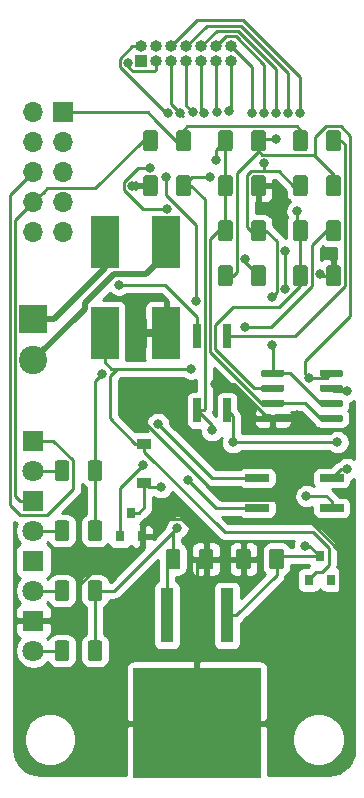
<source format=gbr>
%TF.GenerationSoftware,KiCad,Pcbnew,5.1.5+dfsg1-2build2*%
%TF.CreationDate,2021-11-04T20:27:07+01:00*%
%TF.ProjectId,ebus-adapter,65627573-2d61-4646-9170-7465722e6b69,rev?*%
%TF.SameCoordinates,Original*%
%TF.FileFunction,Copper,L1,Top*%
%TF.FilePolarity,Positive*%
%FSLAX46Y46*%
G04 Gerber Fmt 4.6, Leading zero omitted, Abs format (unit mm)*
G04 Created by KiCad (PCBNEW 5.1.5+dfsg1-2build2) date 2021-11-04 20:27:07*
%MOMM*%
%LPD*%
G04 APERTURE LIST*
%TA.AperFunction,SMDPad,CuDef*%
%ADD10R,2.400000X4.400000*%
%TD*%
%TA.AperFunction,ComponentPad*%
%ADD11O,1.000000X1.000000*%
%TD*%
%TA.AperFunction,ComponentPad*%
%ADD12R,1.000000X1.000000*%
%TD*%
%TA.AperFunction,SMDPad,CuDef*%
%ADD13R,2.000000X0.640000*%
%TD*%
%TA.AperFunction,SMDPad,CuDef*%
%ADD14R,10.800000X9.400000*%
%TD*%
%TA.AperFunction,SMDPad,CuDef*%
%ADD15R,1.100000X4.600000*%
%TD*%
%TA.AperFunction,SMDPad,CuDef*%
%ADD16R,0.640000X2.000000*%
%TD*%
%TA.AperFunction,ComponentPad*%
%ADD17O,1.700000X1.700000*%
%TD*%
%TA.AperFunction,ComponentPad*%
%ADD18R,1.700000X1.700000*%
%TD*%
%TA.AperFunction,SMDPad,CuDef*%
%ADD19C,0.100000*%
%TD*%
%TA.AperFunction,SMDPad,CuDef*%
%ADD20R,0.800000X0.900000*%
%TD*%
%TA.AperFunction,SMDPad,CuDef*%
%ADD21R,1.200000X0.900000*%
%TD*%
%TA.AperFunction,ComponentPad*%
%ADD22C,2.400000*%
%TD*%
%TA.AperFunction,ComponentPad*%
%ADD23R,2.400000X2.400000*%
%TD*%
%TA.AperFunction,ComponentPad*%
%ADD24C,1.800000*%
%TD*%
%TA.AperFunction,ComponentPad*%
%ADD25R,1.800000X1.800000*%
%TD*%
%TA.AperFunction,ViaPad*%
%ADD26C,0.800000*%
%TD*%
%TA.AperFunction,Conductor*%
%ADD27C,0.250000*%
%TD*%
%TA.AperFunction,Conductor*%
%ADD28C,0.500000*%
%TD*%
%TA.AperFunction,Conductor*%
%ADD29C,0.254000*%
%TD*%
G04 APERTURE END LIST*
D10*
%TO.P,D3,1*%
%TO.N,GNDD*%
X76768000Y-110276000D03*
%TO.P,D3,2*%
%TO.N,+24V*%
X76768000Y-102576000D03*
%TO.P,D3,3*%
%TO.N,Net-(D3-Pad3)*%
X71568000Y-102576000D03*
%TO.P,D3,4*%
%TO.N,SIGNAL*%
X71568000Y-110276000D03*
%TD*%
D11*
%TO.P,J8,14*%
%TO.N,MP7*%
X82296000Y-85979000D03*
%TO.P,J8,13*%
%TO.N,MP13*%
X82296000Y-87249000D03*
%TO.P,J8,12*%
%TO.N,MP6*%
X81026000Y-85979000D03*
%TO.P,J8,11*%
%TO.N,MP12*%
X81026000Y-87249000D03*
%TO.P,J8,10*%
%TO.N,MP5*%
X79756000Y-85979000D03*
%TO.P,J8,9*%
%TO.N,MP11*%
X79756000Y-87249000D03*
%TO.P,J8,8*%
%TO.N,MP4*%
X78486000Y-85979000D03*
%TO.P,J8,7*%
%TO.N,MP10*%
X78486000Y-87249000D03*
%TO.P,J8,6*%
%TO.N,MP3*%
X77216000Y-85979000D03*
%TO.P,J8,5*%
%TO.N,MP9*%
X77216000Y-87249000D03*
%TO.P,J8,4*%
%TO.N,N/C*%
X75946000Y-85979000D03*
%TO.P,J8,3*%
%TO.N,MP4*%
X75946000Y-87249000D03*
%TO.P,J8,2*%
%TO.N,MP1*%
X74676000Y-85979000D03*
D12*
%TO.P,J8,1*%
%TO.N,GNDD*%
X74676000Y-87249000D03*
%TD*%
D13*
%TO.P,U4,4*%
%TO.N,RX*%
X84480000Y-125095000D03*
%TO.P,U4,3*%
%TO.N,GNDREF*%
X84480000Y-122555000D03*
%TO.P,U4,2*%
%TO.N,MP10*%
X90780000Y-122555000D03*
%TO.P,U4,1*%
%TO.N,MP9*%
X90780000Y-125095000D03*
%TD*%
D14*
%TO.P,U3,2*%
%TO.N,GNDD*%
X79375000Y-143329000D03*
D15*
%TO.P,U3,3*%
%TO.N,MP5*%
X76835000Y-134179000D03*
%TO.P,U3,1*%
%TO.N,MP1*%
X81915000Y-134179000D03*
%TD*%
D16*
%TO.P,U2,4*%
%TO.N,MP12*%
X81915000Y-116815000D03*
%TO.P,U2,3*%
%TO.N,MP13*%
X79375000Y-116815000D03*
%TO.P,U2,2*%
%TO.N,TX*%
X79375000Y-110515000D03*
%TO.P,U2,1*%
%TO.N,Net-(R13-Pad2)*%
X81915000Y-110515000D03*
%TD*%
D17*
%TO.P,J3,10*%
%TO.N,TX*%
X65532000Y-101727000D03*
%TO.P,J3,9*%
%TO.N,N/C*%
X68072000Y-101727000D03*
%TO.P,J3,8*%
%TO.N,RX*%
X65532000Y-99187000D03*
%TO.P,J3,7*%
%TO.N,N/C*%
X68072000Y-99187000D03*
%TO.P,J3,6*%
%TO.N,GNDREF*%
X65532000Y-96647000D03*
%TO.P,J3,5*%
%TO.N,N/C*%
X68072000Y-96647000D03*
%TO.P,J3,4*%
X65532000Y-94107000D03*
%TO.P,J3,3*%
X68072000Y-94107000D03*
%TO.P,J3,2*%
X65532000Y-91567000D03*
D18*
%TO.P,J3,1*%
%TO.N,+3V3*%
X68072000Y-91567000D03*
%TD*%
%TA.AperFunction,SMDPad,CuDef*%
D19*
%TO.P,U1,8*%
%TO.N,MP5*%
G36*
X91579703Y-113365722D02*
G01*
X91594264Y-113367882D01*
X91608543Y-113371459D01*
X91622403Y-113376418D01*
X91635710Y-113382712D01*
X91648336Y-113390280D01*
X91660159Y-113399048D01*
X91671066Y-113408934D01*
X91680952Y-113419841D01*
X91689720Y-113431664D01*
X91697288Y-113444290D01*
X91703582Y-113457597D01*
X91708541Y-113471457D01*
X91712118Y-113485736D01*
X91714278Y-113500297D01*
X91715000Y-113515000D01*
X91715000Y-113815000D01*
X91714278Y-113829703D01*
X91712118Y-113844264D01*
X91708541Y-113858543D01*
X91703582Y-113872403D01*
X91697288Y-113885710D01*
X91689720Y-113898336D01*
X91680952Y-113910159D01*
X91671066Y-113921066D01*
X91660159Y-113930952D01*
X91648336Y-113939720D01*
X91635710Y-113947288D01*
X91622403Y-113953582D01*
X91608543Y-113958541D01*
X91594264Y-113962118D01*
X91579703Y-113964278D01*
X91565000Y-113965000D01*
X89915000Y-113965000D01*
X89900297Y-113964278D01*
X89885736Y-113962118D01*
X89871457Y-113958541D01*
X89857597Y-113953582D01*
X89844290Y-113947288D01*
X89831664Y-113939720D01*
X89819841Y-113930952D01*
X89808934Y-113921066D01*
X89799048Y-113910159D01*
X89790280Y-113898336D01*
X89782712Y-113885710D01*
X89776418Y-113872403D01*
X89771459Y-113858543D01*
X89767882Y-113844264D01*
X89765722Y-113829703D01*
X89765000Y-113815000D01*
X89765000Y-113515000D01*
X89765722Y-113500297D01*
X89767882Y-113485736D01*
X89771459Y-113471457D01*
X89776418Y-113457597D01*
X89782712Y-113444290D01*
X89790280Y-113431664D01*
X89799048Y-113419841D01*
X89808934Y-113408934D01*
X89819841Y-113399048D01*
X89831664Y-113390280D01*
X89844290Y-113382712D01*
X89857597Y-113376418D01*
X89871457Y-113371459D01*
X89885736Y-113367882D01*
X89900297Y-113365722D01*
X89915000Y-113365000D01*
X91565000Y-113365000D01*
X91579703Y-113365722D01*
G37*
%TD.AperFunction*%
%TA.AperFunction,SMDPad,CuDef*%
%TO.P,U1,7*%
%TO.N,MP10*%
G36*
X91579703Y-114635722D02*
G01*
X91594264Y-114637882D01*
X91608543Y-114641459D01*
X91622403Y-114646418D01*
X91635710Y-114652712D01*
X91648336Y-114660280D01*
X91660159Y-114669048D01*
X91671066Y-114678934D01*
X91680952Y-114689841D01*
X91689720Y-114701664D01*
X91697288Y-114714290D01*
X91703582Y-114727597D01*
X91708541Y-114741457D01*
X91712118Y-114755736D01*
X91714278Y-114770297D01*
X91715000Y-114785000D01*
X91715000Y-115085000D01*
X91714278Y-115099703D01*
X91712118Y-115114264D01*
X91708541Y-115128543D01*
X91703582Y-115142403D01*
X91697288Y-115155710D01*
X91689720Y-115168336D01*
X91680952Y-115180159D01*
X91671066Y-115191066D01*
X91660159Y-115200952D01*
X91648336Y-115209720D01*
X91635710Y-115217288D01*
X91622403Y-115223582D01*
X91608543Y-115228541D01*
X91594264Y-115232118D01*
X91579703Y-115234278D01*
X91565000Y-115235000D01*
X89915000Y-115235000D01*
X89900297Y-115234278D01*
X89885736Y-115232118D01*
X89871457Y-115228541D01*
X89857597Y-115223582D01*
X89844290Y-115217288D01*
X89831664Y-115209720D01*
X89819841Y-115200952D01*
X89808934Y-115191066D01*
X89799048Y-115180159D01*
X89790280Y-115168336D01*
X89782712Y-115155710D01*
X89776418Y-115142403D01*
X89771459Y-115128543D01*
X89767882Y-115114264D01*
X89765722Y-115099703D01*
X89765000Y-115085000D01*
X89765000Y-114785000D01*
X89765722Y-114770297D01*
X89767882Y-114755736D01*
X89771459Y-114741457D01*
X89776418Y-114727597D01*
X89782712Y-114714290D01*
X89790280Y-114701664D01*
X89799048Y-114689841D01*
X89808934Y-114678934D01*
X89819841Y-114669048D01*
X89831664Y-114660280D01*
X89844290Y-114652712D01*
X89857597Y-114646418D01*
X89871457Y-114641459D01*
X89885736Y-114637882D01*
X89900297Y-114635722D01*
X89915000Y-114635000D01*
X91565000Y-114635000D01*
X91579703Y-114635722D01*
G37*
%TD.AperFunction*%
%TA.AperFunction,SMDPad,CuDef*%
%TO.P,U1,6*%
%TO.N,MP7*%
G36*
X91579703Y-115905722D02*
G01*
X91594264Y-115907882D01*
X91608543Y-115911459D01*
X91622403Y-115916418D01*
X91635710Y-115922712D01*
X91648336Y-115930280D01*
X91660159Y-115939048D01*
X91671066Y-115948934D01*
X91680952Y-115959841D01*
X91689720Y-115971664D01*
X91697288Y-115984290D01*
X91703582Y-115997597D01*
X91708541Y-116011457D01*
X91712118Y-116025736D01*
X91714278Y-116040297D01*
X91715000Y-116055000D01*
X91715000Y-116355000D01*
X91714278Y-116369703D01*
X91712118Y-116384264D01*
X91708541Y-116398543D01*
X91703582Y-116412403D01*
X91697288Y-116425710D01*
X91689720Y-116438336D01*
X91680952Y-116450159D01*
X91671066Y-116461066D01*
X91660159Y-116470952D01*
X91648336Y-116479720D01*
X91635710Y-116487288D01*
X91622403Y-116493582D01*
X91608543Y-116498541D01*
X91594264Y-116502118D01*
X91579703Y-116504278D01*
X91565000Y-116505000D01*
X89915000Y-116505000D01*
X89900297Y-116504278D01*
X89885736Y-116502118D01*
X89871457Y-116498541D01*
X89857597Y-116493582D01*
X89844290Y-116487288D01*
X89831664Y-116479720D01*
X89819841Y-116470952D01*
X89808934Y-116461066D01*
X89799048Y-116450159D01*
X89790280Y-116438336D01*
X89782712Y-116425710D01*
X89776418Y-116412403D01*
X89771459Y-116398543D01*
X89767882Y-116384264D01*
X89765722Y-116369703D01*
X89765000Y-116355000D01*
X89765000Y-116055000D01*
X89765722Y-116040297D01*
X89767882Y-116025736D01*
X89771459Y-116011457D01*
X89776418Y-115997597D01*
X89782712Y-115984290D01*
X89790280Y-115971664D01*
X89799048Y-115959841D01*
X89808934Y-115948934D01*
X89819841Y-115939048D01*
X89831664Y-115930280D01*
X89844290Y-115922712D01*
X89857597Y-115916418D01*
X89871457Y-115911459D01*
X89885736Y-115907882D01*
X89900297Y-115905722D01*
X89915000Y-115905000D01*
X91565000Y-115905000D01*
X91579703Y-115905722D01*
G37*
%TD.AperFunction*%
%TA.AperFunction,SMDPad,CuDef*%
%TO.P,U1,5*%
%TO.N,MP4*%
G36*
X91579703Y-117175722D02*
G01*
X91594264Y-117177882D01*
X91608543Y-117181459D01*
X91622403Y-117186418D01*
X91635710Y-117192712D01*
X91648336Y-117200280D01*
X91660159Y-117209048D01*
X91671066Y-117218934D01*
X91680952Y-117229841D01*
X91689720Y-117241664D01*
X91697288Y-117254290D01*
X91703582Y-117267597D01*
X91708541Y-117281457D01*
X91712118Y-117295736D01*
X91714278Y-117310297D01*
X91715000Y-117325000D01*
X91715000Y-117625000D01*
X91714278Y-117639703D01*
X91712118Y-117654264D01*
X91708541Y-117668543D01*
X91703582Y-117682403D01*
X91697288Y-117695710D01*
X91689720Y-117708336D01*
X91680952Y-117720159D01*
X91671066Y-117731066D01*
X91660159Y-117740952D01*
X91648336Y-117749720D01*
X91635710Y-117757288D01*
X91622403Y-117763582D01*
X91608543Y-117768541D01*
X91594264Y-117772118D01*
X91579703Y-117774278D01*
X91565000Y-117775000D01*
X89915000Y-117775000D01*
X89900297Y-117774278D01*
X89885736Y-117772118D01*
X89871457Y-117768541D01*
X89857597Y-117763582D01*
X89844290Y-117757288D01*
X89831664Y-117749720D01*
X89819841Y-117740952D01*
X89808934Y-117731066D01*
X89799048Y-117720159D01*
X89790280Y-117708336D01*
X89782712Y-117695710D01*
X89776418Y-117682403D01*
X89771459Y-117668543D01*
X89767882Y-117654264D01*
X89765722Y-117639703D01*
X89765000Y-117625000D01*
X89765000Y-117325000D01*
X89765722Y-117310297D01*
X89767882Y-117295736D01*
X89771459Y-117281457D01*
X89776418Y-117267597D01*
X89782712Y-117254290D01*
X89790280Y-117241664D01*
X89799048Y-117229841D01*
X89808934Y-117218934D01*
X89819841Y-117209048D01*
X89831664Y-117200280D01*
X89844290Y-117192712D01*
X89857597Y-117186418D01*
X89871457Y-117181459D01*
X89885736Y-117177882D01*
X89900297Y-117175722D01*
X89915000Y-117175000D01*
X91565000Y-117175000D01*
X91579703Y-117175722D01*
G37*
%TD.AperFunction*%
%TA.AperFunction,SMDPad,CuDef*%
%TO.P,U1,4*%
%TO.N,GNDD*%
G36*
X86629703Y-117175722D02*
G01*
X86644264Y-117177882D01*
X86658543Y-117181459D01*
X86672403Y-117186418D01*
X86685710Y-117192712D01*
X86698336Y-117200280D01*
X86710159Y-117209048D01*
X86721066Y-117218934D01*
X86730952Y-117229841D01*
X86739720Y-117241664D01*
X86747288Y-117254290D01*
X86753582Y-117267597D01*
X86758541Y-117281457D01*
X86762118Y-117295736D01*
X86764278Y-117310297D01*
X86765000Y-117325000D01*
X86765000Y-117625000D01*
X86764278Y-117639703D01*
X86762118Y-117654264D01*
X86758541Y-117668543D01*
X86753582Y-117682403D01*
X86747288Y-117695710D01*
X86739720Y-117708336D01*
X86730952Y-117720159D01*
X86721066Y-117731066D01*
X86710159Y-117740952D01*
X86698336Y-117749720D01*
X86685710Y-117757288D01*
X86672403Y-117763582D01*
X86658543Y-117768541D01*
X86644264Y-117772118D01*
X86629703Y-117774278D01*
X86615000Y-117775000D01*
X84965000Y-117775000D01*
X84950297Y-117774278D01*
X84935736Y-117772118D01*
X84921457Y-117768541D01*
X84907597Y-117763582D01*
X84894290Y-117757288D01*
X84881664Y-117749720D01*
X84869841Y-117740952D01*
X84858934Y-117731066D01*
X84849048Y-117720159D01*
X84840280Y-117708336D01*
X84832712Y-117695710D01*
X84826418Y-117682403D01*
X84821459Y-117668543D01*
X84817882Y-117654264D01*
X84815722Y-117639703D01*
X84815000Y-117625000D01*
X84815000Y-117325000D01*
X84815722Y-117310297D01*
X84817882Y-117295736D01*
X84821459Y-117281457D01*
X84826418Y-117267597D01*
X84832712Y-117254290D01*
X84840280Y-117241664D01*
X84849048Y-117229841D01*
X84858934Y-117218934D01*
X84869841Y-117209048D01*
X84881664Y-117200280D01*
X84894290Y-117192712D01*
X84907597Y-117186418D01*
X84921457Y-117181459D01*
X84935736Y-117177882D01*
X84950297Y-117175722D01*
X84965000Y-117175000D01*
X86615000Y-117175000D01*
X86629703Y-117175722D01*
G37*
%TD.AperFunction*%
%TA.AperFunction,SMDPad,CuDef*%
%TO.P,U1,3*%
%TO.N,MP4*%
G36*
X86629703Y-115905722D02*
G01*
X86644264Y-115907882D01*
X86658543Y-115911459D01*
X86672403Y-115916418D01*
X86685710Y-115922712D01*
X86698336Y-115930280D01*
X86710159Y-115939048D01*
X86721066Y-115948934D01*
X86730952Y-115959841D01*
X86739720Y-115971664D01*
X86747288Y-115984290D01*
X86753582Y-115997597D01*
X86758541Y-116011457D01*
X86762118Y-116025736D01*
X86764278Y-116040297D01*
X86765000Y-116055000D01*
X86765000Y-116355000D01*
X86764278Y-116369703D01*
X86762118Y-116384264D01*
X86758541Y-116398543D01*
X86753582Y-116412403D01*
X86747288Y-116425710D01*
X86739720Y-116438336D01*
X86730952Y-116450159D01*
X86721066Y-116461066D01*
X86710159Y-116470952D01*
X86698336Y-116479720D01*
X86685710Y-116487288D01*
X86672403Y-116493582D01*
X86658543Y-116498541D01*
X86644264Y-116502118D01*
X86629703Y-116504278D01*
X86615000Y-116505000D01*
X84965000Y-116505000D01*
X84950297Y-116504278D01*
X84935736Y-116502118D01*
X84921457Y-116498541D01*
X84907597Y-116493582D01*
X84894290Y-116487288D01*
X84881664Y-116479720D01*
X84869841Y-116470952D01*
X84858934Y-116461066D01*
X84849048Y-116450159D01*
X84840280Y-116438336D01*
X84832712Y-116425710D01*
X84826418Y-116412403D01*
X84821459Y-116398543D01*
X84817882Y-116384264D01*
X84815722Y-116369703D01*
X84815000Y-116355000D01*
X84815000Y-116055000D01*
X84815722Y-116040297D01*
X84817882Y-116025736D01*
X84821459Y-116011457D01*
X84826418Y-115997597D01*
X84832712Y-115984290D01*
X84840280Y-115971664D01*
X84849048Y-115959841D01*
X84858934Y-115948934D01*
X84869841Y-115939048D01*
X84881664Y-115930280D01*
X84894290Y-115922712D01*
X84907597Y-115916418D01*
X84921457Y-115911459D01*
X84935736Y-115907882D01*
X84950297Y-115905722D01*
X84965000Y-115905000D01*
X86615000Y-115905000D01*
X86629703Y-115905722D01*
G37*
%TD.AperFunction*%
%TA.AperFunction,SMDPad,CuDef*%
%TO.P,U1,2*%
%TO.N,MP3*%
G36*
X86629703Y-114635722D02*
G01*
X86644264Y-114637882D01*
X86658543Y-114641459D01*
X86672403Y-114646418D01*
X86685710Y-114652712D01*
X86698336Y-114660280D01*
X86710159Y-114669048D01*
X86721066Y-114678934D01*
X86730952Y-114689841D01*
X86739720Y-114701664D01*
X86747288Y-114714290D01*
X86753582Y-114727597D01*
X86758541Y-114741457D01*
X86762118Y-114755736D01*
X86764278Y-114770297D01*
X86765000Y-114785000D01*
X86765000Y-115085000D01*
X86764278Y-115099703D01*
X86762118Y-115114264D01*
X86758541Y-115128543D01*
X86753582Y-115142403D01*
X86747288Y-115155710D01*
X86739720Y-115168336D01*
X86730952Y-115180159D01*
X86721066Y-115191066D01*
X86710159Y-115200952D01*
X86698336Y-115209720D01*
X86685710Y-115217288D01*
X86672403Y-115223582D01*
X86658543Y-115228541D01*
X86644264Y-115232118D01*
X86629703Y-115234278D01*
X86615000Y-115235000D01*
X84965000Y-115235000D01*
X84950297Y-115234278D01*
X84935736Y-115232118D01*
X84921457Y-115228541D01*
X84907597Y-115223582D01*
X84894290Y-115217288D01*
X84881664Y-115209720D01*
X84869841Y-115200952D01*
X84858934Y-115191066D01*
X84849048Y-115180159D01*
X84840280Y-115168336D01*
X84832712Y-115155710D01*
X84826418Y-115142403D01*
X84821459Y-115128543D01*
X84817882Y-115114264D01*
X84815722Y-115099703D01*
X84815000Y-115085000D01*
X84815000Y-114785000D01*
X84815722Y-114770297D01*
X84817882Y-114755736D01*
X84821459Y-114741457D01*
X84826418Y-114727597D01*
X84832712Y-114714290D01*
X84840280Y-114701664D01*
X84849048Y-114689841D01*
X84858934Y-114678934D01*
X84869841Y-114669048D01*
X84881664Y-114660280D01*
X84894290Y-114652712D01*
X84907597Y-114646418D01*
X84921457Y-114641459D01*
X84935736Y-114637882D01*
X84950297Y-114635722D01*
X84965000Y-114635000D01*
X86615000Y-114635000D01*
X86629703Y-114635722D01*
G37*
%TD.AperFunction*%
%TA.AperFunction,SMDPad,CuDef*%
%TO.P,U1,1*%
%TO.N,MP7*%
G36*
X86629703Y-113365722D02*
G01*
X86644264Y-113367882D01*
X86658543Y-113371459D01*
X86672403Y-113376418D01*
X86685710Y-113382712D01*
X86698336Y-113390280D01*
X86710159Y-113399048D01*
X86721066Y-113408934D01*
X86730952Y-113419841D01*
X86739720Y-113431664D01*
X86747288Y-113444290D01*
X86753582Y-113457597D01*
X86758541Y-113471457D01*
X86762118Y-113485736D01*
X86764278Y-113500297D01*
X86765000Y-113515000D01*
X86765000Y-113815000D01*
X86764278Y-113829703D01*
X86762118Y-113844264D01*
X86758541Y-113858543D01*
X86753582Y-113872403D01*
X86747288Y-113885710D01*
X86739720Y-113898336D01*
X86730952Y-113910159D01*
X86721066Y-113921066D01*
X86710159Y-113930952D01*
X86698336Y-113939720D01*
X86685710Y-113947288D01*
X86672403Y-113953582D01*
X86658543Y-113958541D01*
X86644264Y-113962118D01*
X86629703Y-113964278D01*
X86615000Y-113965000D01*
X84965000Y-113965000D01*
X84950297Y-113964278D01*
X84935736Y-113962118D01*
X84921457Y-113958541D01*
X84907597Y-113953582D01*
X84894290Y-113947288D01*
X84881664Y-113939720D01*
X84869841Y-113930952D01*
X84858934Y-113921066D01*
X84849048Y-113910159D01*
X84840280Y-113898336D01*
X84832712Y-113885710D01*
X84826418Y-113872403D01*
X84821459Y-113858543D01*
X84817882Y-113844264D01*
X84815722Y-113829703D01*
X84815000Y-113815000D01*
X84815000Y-113515000D01*
X84815722Y-113500297D01*
X84817882Y-113485736D01*
X84821459Y-113471457D01*
X84826418Y-113457597D01*
X84832712Y-113444290D01*
X84840280Y-113431664D01*
X84849048Y-113419841D01*
X84858934Y-113408934D01*
X84869841Y-113399048D01*
X84881664Y-113390280D01*
X84894290Y-113382712D01*
X84907597Y-113376418D01*
X84921457Y-113371459D01*
X84935736Y-113367882D01*
X84950297Y-113365722D01*
X84965000Y-113365000D01*
X86615000Y-113365000D01*
X86629703Y-113365722D01*
G37*
%TD.AperFunction*%
%TD*%
D20*
%TO.P,Q1,3*%
%TO.N,MP6*%
X73787000Y-125492000D03*
%TO.P,Q1,2*%
%TO.N,GNDD*%
X74737000Y-127492000D03*
%TO.P,Q1,1*%
%TO.N,MP13*%
X72837000Y-127492000D03*
%TD*%
%TO.P,D7,3*%
%TO.N,MP1*%
X89789000Y-129175000D03*
%TO.P,D7,2*%
%TO.N,N/C*%
X90739000Y-131175000D03*
%TO.P,D7,1*%
%TO.N,SIGNAL*%
X88839000Y-131175000D03*
%TD*%
D21*
%TO.P,D1,2*%
%TO.N,MP6*%
X74930000Y-122935000D03*
%TO.P,D1,1*%
%TO.N,SIGNAL*%
X74930000Y-119635000D03*
%TD*%
%TA.AperFunction,SMDPad,CuDef*%
D19*
%TO.P,R19,2*%
%TO.N,+3V3*%
G36*
X71141504Y-121046204D02*
G01*
X71165773Y-121049804D01*
X71189571Y-121055765D01*
X71212671Y-121064030D01*
X71234849Y-121074520D01*
X71255893Y-121087133D01*
X71275598Y-121101747D01*
X71293777Y-121118223D01*
X71310253Y-121136402D01*
X71324867Y-121156107D01*
X71337480Y-121177151D01*
X71347970Y-121199329D01*
X71356235Y-121222429D01*
X71362196Y-121246227D01*
X71365796Y-121270496D01*
X71367000Y-121295000D01*
X71367000Y-122545000D01*
X71365796Y-122569504D01*
X71362196Y-122593773D01*
X71356235Y-122617571D01*
X71347970Y-122640671D01*
X71337480Y-122662849D01*
X71324867Y-122683893D01*
X71310253Y-122703598D01*
X71293777Y-122721777D01*
X71275598Y-122738253D01*
X71255893Y-122752867D01*
X71234849Y-122765480D01*
X71212671Y-122775970D01*
X71189571Y-122784235D01*
X71165773Y-122790196D01*
X71141504Y-122793796D01*
X71117000Y-122795000D01*
X70367000Y-122795000D01*
X70342496Y-122793796D01*
X70318227Y-122790196D01*
X70294429Y-122784235D01*
X70271329Y-122775970D01*
X70249151Y-122765480D01*
X70228107Y-122752867D01*
X70208402Y-122738253D01*
X70190223Y-122721777D01*
X70173747Y-122703598D01*
X70159133Y-122683893D01*
X70146520Y-122662849D01*
X70136030Y-122640671D01*
X70127765Y-122617571D01*
X70121804Y-122593773D01*
X70118204Y-122569504D01*
X70117000Y-122545000D01*
X70117000Y-121295000D01*
X70118204Y-121270496D01*
X70121804Y-121246227D01*
X70127765Y-121222429D01*
X70136030Y-121199329D01*
X70146520Y-121177151D01*
X70159133Y-121156107D01*
X70173747Y-121136402D01*
X70190223Y-121118223D01*
X70208402Y-121101747D01*
X70228107Y-121087133D01*
X70249151Y-121074520D01*
X70271329Y-121064030D01*
X70294429Y-121055765D01*
X70318227Y-121049804D01*
X70342496Y-121046204D01*
X70367000Y-121045000D01*
X71117000Y-121045000D01*
X71141504Y-121046204D01*
G37*
%TD.AperFunction*%
%TA.AperFunction,SMDPad,CuDef*%
%TO.P,R19,1*%
%TO.N,Net-(D6-Pad2)*%
G36*
X68341504Y-121046204D02*
G01*
X68365773Y-121049804D01*
X68389571Y-121055765D01*
X68412671Y-121064030D01*
X68434849Y-121074520D01*
X68455893Y-121087133D01*
X68475598Y-121101747D01*
X68493777Y-121118223D01*
X68510253Y-121136402D01*
X68524867Y-121156107D01*
X68537480Y-121177151D01*
X68547970Y-121199329D01*
X68556235Y-121222429D01*
X68562196Y-121246227D01*
X68565796Y-121270496D01*
X68567000Y-121295000D01*
X68567000Y-122545000D01*
X68565796Y-122569504D01*
X68562196Y-122593773D01*
X68556235Y-122617571D01*
X68547970Y-122640671D01*
X68537480Y-122662849D01*
X68524867Y-122683893D01*
X68510253Y-122703598D01*
X68493777Y-122721777D01*
X68475598Y-122738253D01*
X68455893Y-122752867D01*
X68434849Y-122765480D01*
X68412671Y-122775970D01*
X68389571Y-122784235D01*
X68365773Y-122790196D01*
X68341504Y-122793796D01*
X68317000Y-122795000D01*
X67567000Y-122795000D01*
X67542496Y-122793796D01*
X67518227Y-122790196D01*
X67494429Y-122784235D01*
X67471329Y-122775970D01*
X67449151Y-122765480D01*
X67428107Y-122752867D01*
X67408402Y-122738253D01*
X67390223Y-122721777D01*
X67373747Y-122703598D01*
X67359133Y-122683893D01*
X67346520Y-122662849D01*
X67336030Y-122640671D01*
X67327765Y-122617571D01*
X67321804Y-122593773D01*
X67318204Y-122569504D01*
X67317000Y-122545000D01*
X67317000Y-121295000D01*
X67318204Y-121270496D01*
X67321804Y-121246227D01*
X67327765Y-121222429D01*
X67336030Y-121199329D01*
X67346520Y-121177151D01*
X67359133Y-121156107D01*
X67373747Y-121136402D01*
X67390223Y-121118223D01*
X67408402Y-121101747D01*
X67428107Y-121087133D01*
X67449151Y-121074520D01*
X67471329Y-121064030D01*
X67494429Y-121055765D01*
X67518227Y-121049804D01*
X67542496Y-121046204D01*
X67567000Y-121045000D01*
X68317000Y-121045000D01*
X68341504Y-121046204D01*
G37*
%TD.AperFunction*%
%TD*%
%TA.AperFunction,SMDPad,CuDef*%
%TO.P,R17,2*%
%TO.N,MP5*%
G36*
X71141504Y-136286204D02*
G01*
X71165773Y-136289804D01*
X71189571Y-136295765D01*
X71212671Y-136304030D01*
X71234849Y-136314520D01*
X71255893Y-136327133D01*
X71275598Y-136341747D01*
X71293777Y-136358223D01*
X71310253Y-136376402D01*
X71324867Y-136396107D01*
X71337480Y-136417151D01*
X71347970Y-136439329D01*
X71356235Y-136462429D01*
X71362196Y-136486227D01*
X71365796Y-136510496D01*
X71367000Y-136535000D01*
X71367000Y-137785000D01*
X71365796Y-137809504D01*
X71362196Y-137833773D01*
X71356235Y-137857571D01*
X71347970Y-137880671D01*
X71337480Y-137902849D01*
X71324867Y-137923893D01*
X71310253Y-137943598D01*
X71293777Y-137961777D01*
X71275598Y-137978253D01*
X71255893Y-137992867D01*
X71234849Y-138005480D01*
X71212671Y-138015970D01*
X71189571Y-138024235D01*
X71165773Y-138030196D01*
X71141504Y-138033796D01*
X71117000Y-138035000D01*
X70367000Y-138035000D01*
X70342496Y-138033796D01*
X70318227Y-138030196D01*
X70294429Y-138024235D01*
X70271329Y-138015970D01*
X70249151Y-138005480D01*
X70228107Y-137992867D01*
X70208402Y-137978253D01*
X70190223Y-137961777D01*
X70173747Y-137943598D01*
X70159133Y-137923893D01*
X70146520Y-137902849D01*
X70136030Y-137880671D01*
X70127765Y-137857571D01*
X70121804Y-137833773D01*
X70118204Y-137809504D01*
X70117000Y-137785000D01*
X70117000Y-136535000D01*
X70118204Y-136510496D01*
X70121804Y-136486227D01*
X70127765Y-136462429D01*
X70136030Y-136439329D01*
X70146520Y-136417151D01*
X70159133Y-136396107D01*
X70173747Y-136376402D01*
X70190223Y-136358223D01*
X70208402Y-136341747D01*
X70228107Y-136327133D01*
X70249151Y-136314520D01*
X70271329Y-136304030D01*
X70294429Y-136295765D01*
X70318227Y-136289804D01*
X70342496Y-136286204D01*
X70367000Y-136285000D01*
X71117000Y-136285000D01*
X71141504Y-136286204D01*
G37*
%TD.AperFunction*%
%TA.AperFunction,SMDPad,CuDef*%
%TO.P,R17,1*%
%TO.N,Net-(D5-Pad2)*%
G36*
X68341504Y-136286204D02*
G01*
X68365773Y-136289804D01*
X68389571Y-136295765D01*
X68412671Y-136304030D01*
X68434849Y-136314520D01*
X68455893Y-136327133D01*
X68475598Y-136341747D01*
X68493777Y-136358223D01*
X68510253Y-136376402D01*
X68524867Y-136396107D01*
X68537480Y-136417151D01*
X68547970Y-136439329D01*
X68556235Y-136462429D01*
X68562196Y-136486227D01*
X68565796Y-136510496D01*
X68567000Y-136535000D01*
X68567000Y-137785000D01*
X68565796Y-137809504D01*
X68562196Y-137833773D01*
X68556235Y-137857571D01*
X68547970Y-137880671D01*
X68537480Y-137902849D01*
X68524867Y-137923893D01*
X68510253Y-137943598D01*
X68493777Y-137961777D01*
X68475598Y-137978253D01*
X68455893Y-137992867D01*
X68434849Y-138005480D01*
X68412671Y-138015970D01*
X68389571Y-138024235D01*
X68365773Y-138030196D01*
X68341504Y-138033796D01*
X68317000Y-138035000D01*
X67567000Y-138035000D01*
X67542496Y-138033796D01*
X67518227Y-138030196D01*
X67494429Y-138024235D01*
X67471329Y-138015970D01*
X67449151Y-138005480D01*
X67428107Y-137992867D01*
X67408402Y-137978253D01*
X67390223Y-137961777D01*
X67373747Y-137943598D01*
X67359133Y-137923893D01*
X67346520Y-137902849D01*
X67336030Y-137880671D01*
X67327765Y-137857571D01*
X67321804Y-137833773D01*
X67318204Y-137809504D01*
X67317000Y-137785000D01*
X67317000Y-136535000D01*
X67318204Y-136510496D01*
X67321804Y-136486227D01*
X67327765Y-136462429D01*
X67336030Y-136439329D01*
X67346520Y-136417151D01*
X67359133Y-136396107D01*
X67373747Y-136376402D01*
X67390223Y-136358223D01*
X67408402Y-136341747D01*
X67428107Y-136327133D01*
X67449151Y-136314520D01*
X67471329Y-136304030D01*
X67494429Y-136295765D01*
X67518227Y-136289804D01*
X67542496Y-136286204D01*
X67567000Y-136285000D01*
X68317000Y-136285000D01*
X68341504Y-136286204D01*
G37*
%TD.AperFunction*%
%TD*%
%TA.AperFunction,SMDPad,CuDef*%
%TO.P,R16,2*%
%TO.N,+3V3*%
G36*
X71141504Y-126126204D02*
G01*
X71165773Y-126129804D01*
X71189571Y-126135765D01*
X71212671Y-126144030D01*
X71234849Y-126154520D01*
X71255893Y-126167133D01*
X71275598Y-126181747D01*
X71293777Y-126198223D01*
X71310253Y-126216402D01*
X71324867Y-126236107D01*
X71337480Y-126257151D01*
X71347970Y-126279329D01*
X71356235Y-126302429D01*
X71362196Y-126326227D01*
X71365796Y-126350496D01*
X71367000Y-126375000D01*
X71367000Y-127625000D01*
X71365796Y-127649504D01*
X71362196Y-127673773D01*
X71356235Y-127697571D01*
X71347970Y-127720671D01*
X71337480Y-127742849D01*
X71324867Y-127763893D01*
X71310253Y-127783598D01*
X71293777Y-127801777D01*
X71275598Y-127818253D01*
X71255893Y-127832867D01*
X71234849Y-127845480D01*
X71212671Y-127855970D01*
X71189571Y-127864235D01*
X71165773Y-127870196D01*
X71141504Y-127873796D01*
X71117000Y-127875000D01*
X70367000Y-127875000D01*
X70342496Y-127873796D01*
X70318227Y-127870196D01*
X70294429Y-127864235D01*
X70271329Y-127855970D01*
X70249151Y-127845480D01*
X70228107Y-127832867D01*
X70208402Y-127818253D01*
X70190223Y-127801777D01*
X70173747Y-127783598D01*
X70159133Y-127763893D01*
X70146520Y-127742849D01*
X70136030Y-127720671D01*
X70127765Y-127697571D01*
X70121804Y-127673773D01*
X70118204Y-127649504D01*
X70117000Y-127625000D01*
X70117000Y-126375000D01*
X70118204Y-126350496D01*
X70121804Y-126326227D01*
X70127765Y-126302429D01*
X70136030Y-126279329D01*
X70146520Y-126257151D01*
X70159133Y-126236107D01*
X70173747Y-126216402D01*
X70190223Y-126198223D01*
X70208402Y-126181747D01*
X70228107Y-126167133D01*
X70249151Y-126154520D01*
X70271329Y-126144030D01*
X70294429Y-126135765D01*
X70318227Y-126129804D01*
X70342496Y-126126204D01*
X70367000Y-126125000D01*
X71117000Y-126125000D01*
X71141504Y-126126204D01*
G37*
%TD.AperFunction*%
%TA.AperFunction,SMDPad,CuDef*%
%TO.P,R16,1*%
%TO.N,Net-(D4-Pad2)*%
G36*
X68341504Y-126126204D02*
G01*
X68365773Y-126129804D01*
X68389571Y-126135765D01*
X68412671Y-126144030D01*
X68434849Y-126154520D01*
X68455893Y-126167133D01*
X68475598Y-126181747D01*
X68493777Y-126198223D01*
X68510253Y-126216402D01*
X68524867Y-126236107D01*
X68537480Y-126257151D01*
X68547970Y-126279329D01*
X68556235Y-126302429D01*
X68562196Y-126326227D01*
X68565796Y-126350496D01*
X68567000Y-126375000D01*
X68567000Y-127625000D01*
X68565796Y-127649504D01*
X68562196Y-127673773D01*
X68556235Y-127697571D01*
X68547970Y-127720671D01*
X68537480Y-127742849D01*
X68524867Y-127763893D01*
X68510253Y-127783598D01*
X68493777Y-127801777D01*
X68475598Y-127818253D01*
X68455893Y-127832867D01*
X68434849Y-127845480D01*
X68412671Y-127855970D01*
X68389571Y-127864235D01*
X68365773Y-127870196D01*
X68341504Y-127873796D01*
X68317000Y-127875000D01*
X67567000Y-127875000D01*
X67542496Y-127873796D01*
X67518227Y-127870196D01*
X67494429Y-127864235D01*
X67471329Y-127855970D01*
X67449151Y-127845480D01*
X67428107Y-127832867D01*
X67408402Y-127818253D01*
X67390223Y-127801777D01*
X67373747Y-127783598D01*
X67359133Y-127763893D01*
X67346520Y-127742849D01*
X67336030Y-127720671D01*
X67327765Y-127697571D01*
X67321804Y-127673773D01*
X67318204Y-127649504D01*
X67317000Y-127625000D01*
X67317000Y-126375000D01*
X67318204Y-126350496D01*
X67321804Y-126326227D01*
X67327765Y-126302429D01*
X67336030Y-126279329D01*
X67346520Y-126257151D01*
X67359133Y-126236107D01*
X67373747Y-126216402D01*
X67390223Y-126198223D01*
X67408402Y-126181747D01*
X67428107Y-126167133D01*
X67449151Y-126154520D01*
X67471329Y-126144030D01*
X67494429Y-126135765D01*
X67518227Y-126129804D01*
X67542496Y-126126204D01*
X67567000Y-126125000D01*
X68317000Y-126125000D01*
X68341504Y-126126204D01*
G37*
%TD.AperFunction*%
%TD*%
%TA.AperFunction,SMDPad,CuDef*%
%TO.P,R15,2*%
%TO.N,+3V3*%
G36*
X78634504Y-93106204D02*
G01*
X78658773Y-93109804D01*
X78682571Y-93115765D01*
X78705671Y-93124030D01*
X78727849Y-93134520D01*
X78748893Y-93147133D01*
X78768598Y-93161747D01*
X78786777Y-93178223D01*
X78803253Y-93196402D01*
X78817867Y-93216107D01*
X78830480Y-93237151D01*
X78840970Y-93259329D01*
X78849235Y-93282429D01*
X78855196Y-93306227D01*
X78858796Y-93330496D01*
X78860000Y-93355000D01*
X78860000Y-94605000D01*
X78858796Y-94629504D01*
X78855196Y-94653773D01*
X78849235Y-94677571D01*
X78840970Y-94700671D01*
X78830480Y-94722849D01*
X78817867Y-94743893D01*
X78803253Y-94763598D01*
X78786777Y-94781777D01*
X78768598Y-94798253D01*
X78748893Y-94812867D01*
X78727849Y-94825480D01*
X78705671Y-94835970D01*
X78682571Y-94844235D01*
X78658773Y-94850196D01*
X78634504Y-94853796D01*
X78610000Y-94855000D01*
X77860000Y-94855000D01*
X77835496Y-94853796D01*
X77811227Y-94850196D01*
X77787429Y-94844235D01*
X77764329Y-94835970D01*
X77742151Y-94825480D01*
X77721107Y-94812867D01*
X77701402Y-94798253D01*
X77683223Y-94781777D01*
X77666747Y-94763598D01*
X77652133Y-94743893D01*
X77639520Y-94722849D01*
X77629030Y-94700671D01*
X77620765Y-94677571D01*
X77614804Y-94653773D01*
X77611204Y-94629504D01*
X77610000Y-94605000D01*
X77610000Y-93355000D01*
X77611204Y-93330496D01*
X77614804Y-93306227D01*
X77620765Y-93282429D01*
X77629030Y-93259329D01*
X77639520Y-93237151D01*
X77652133Y-93216107D01*
X77666747Y-93196402D01*
X77683223Y-93178223D01*
X77701402Y-93161747D01*
X77721107Y-93147133D01*
X77742151Y-93134520D01*
X77764329Y-93124030D01*
X77787429Y-93115765D01*
X77811227Y-93109804D01*
X77835496Y-93106204D01*
X77860000Y-93105000D01*
X78610000Y-93105000D01*
X78634504Y-93106204D01*
G37*
%TD.AperFunction*%
%TA.AperFunction,SMDPad,CuDef*%
%TO.P,R15,1*%
%TO.N,RX*%
G36*
X75834504Y-93106204D02*
G01*
X75858773Y-93109804D01*
X75882571Y-93115765D01*
X75905671Y-93124030D01*
X75927849Y-93134520D01*
X75948893Y-93147133D01*
X75968598Y-93161747D01*
X75986777Y-93178223D01*
X76003253Y-93196402D01*
X76017867Y-93216107D01*
X76030480Y-93237151D01*
X76040970Y-93259329D01*
X76049235Y-93282429D01*
X76055196Y-93306227D01*
X76058796Y-93330496D01*
X76060000Y-93355000D01*
X76060000Y-94605000D01*
X76058796Y-94629504D01*
X76055196Y-94653773D01*
X76049235Y-94677571D01*
X76040970Y-94700671D01*
X76030480Y-94722849D01*
X76017867Y-94743893D01*
X76003253Y-94763598D01*
X75986777Y-94781777D01*
X75968598Y-94798253D01*
X75948893Y-94812867D01*
X75927849Y-94825480D01*
X75905671Y-94835970D01*
X75882571Y-94844235D01*
X75858773Y-94850196D01*
X75834504Y-94853796D01*
X75810000Y-94855000D01*
X75060000Y-94855000D01*
X75035496Y-94853796D01*
X75011227Y-94850196D01*
X74987429Y-94844235D01*
X74964329Y-94835970D01*
X74942151Y-94825480D01*
X74921107Y-94812867D01*
X74901402Y-94798253D01*
X74883223Y-94781777D01*
X74866747Y-94763598D01*
X74852133Y-94743893D01*
X74839520Y-94722849D01*
X74829030Y-94700671D01*
X74820765Y-94677571D01*
X74814804Y-94653773D01*
X74811204Y-94629504D01*
X74810000Y-94605000D01*
X74810000Y-93355000D01*
X74811204Y-93330496D01*
X74814804Y-93306227D01*
X74820765Y-93282429D01*
X74829030Y-93259329D01*
X74839520Y-93237151D01*
X74852133Y-93216107D01*
X74866747Y-93196402D01*
X74883223Y-93178223D01*
X74901402Y-93161747D01*
X74921107Y-93147133D01*
X74942151Y-93134520D01*
X74964329Y-93124030D01*
X74987429Y-93115765D01*
X75011227Y-93109804D01*
X75035496Y-93106204D01*
X75060000Y-93105000D01*
X75810000Y-93105000D01*
X75834504Y-93106204D01*
G37*
%TD.AperFunction*%
%TD*%
%TA.AperFunction,SMDPad,CuDef*%
%TO.P,R14,2*%
%TO.N,MP5*%
G36*
X82184504Y-104536204D02*
G01*
X82208773Y-104539804D01*
X82232571Y-104545765D01*
X82255671Y-104554030D01*
X82277849Y-104564520D01*
X82298893Y-104577133D01*
X82318598Y-104591747D01*
X82336777Y-104608223D01*
X82353253Y-104626402D01*
X82367867Y-104646107D01*
X82380480Y-104667151D01*
X82390970Y-104689329D01*
X82399235Y-104712429D01*
X82405196Y-104736227D01*
X82408796Y-104760496D01*
X82410000Y-104785000D01*
X82410000Y-106035000D01*
X82408796Y-106059504D01*
X82405196Y-106083773D01*
X82399235Y-106107571D01*
X82390970Y-106130671D01*
X82380480Y-106152849D01*
X82367867Y-106173893D01*
X82353253Y-106193598D01*
X82336777Y-106211777D01*
X82318598Y-106228253D01*
X82298893Y-106242867D01*
X82277849Y-106255480D01*
X82255671Y-106265970D01*
X82232571Y-106274235D01*
X82208773Y-106280196D01*
X82184504Y-106283796D01*
X82160000Y-106285000D01*
X81410000Y-106285000D01*
X81385496Y-106283796D01*
X81361227Y-106280196D01*
X81337429Y-106274235D01*
X81314329Y-106265970D01*
X81292151Y-106255480D01*
X81271107Y-106242867D01*
X81251402Y-106228253D01*
X81233223Y-106211777D01*
X81216747Y-106193598D01*
X81202133Y-106173893D01*
X81189520Y-106152849D01*
X81179030Y-106130671D01*
X81170765Y-106107571D01*
X81164804Y-106083773D01*
X81161204Y-106059504D01*
X81160000Y-106035000D01*
X81160000Y-104785000D01*
X81161204Y-104760496D01*
X81164804Y-104736227D01*
X81170765Y-104712429D01*
X81179030Y-104689329D01*
X81189520Y-104667151D01*
X81202133Y-104646107D01*
X81216747Y-104626402D01*
X81233223Y-104608223D01*
X81251402Y-104591747D01*
X81271107Y-104577133D01*
X81292151Y-104564520D01*
X81314329Y-104554030D01*
X81337429Y-104545765D01*
X81361227Y-104539804D01*
X81385496Y-104536204D01*
X81410000Y-104535000D01*
X82160000Y-104535000D01*
X82184504Y-104536204D01*
G37*
%TD.AperFunction*%
%TA.AperFunction,SMDPad,CuDef*%
%TO.P,R14,1*%
%TO.N,MP9*%
G36*
X84984504Y-104536204D02*
G01*
X85008773Y-104539804D01*
X85032571Y-104545765D01*
X85055671Y-104554030D01*
X85077849Y-104564520D01*
X85098893Y-104577133D01*
X85118598Y-104591747D01*
X85136777Y-104608223D01*
X85153253Y-104626402D01*
X85167867Y-104646107D01*
X85180480Y-104667151D01*
X85190970Y-104689329D01*
X85199235Y-104712429D01*
X85205196Y-104736227D01*
X85208796Y-104760496D01*
X85210000Y-104785000D01*
X85210000Y-106035000D01*
X85208796Y-106059504D01*
X85205196Y-106083773D01*
X85199235Y-106107571D01*
X85190970Y-106130671D01*
X85180480Y-106152849D01*
X85167867Y-106173893D01*
X85153253Y-106193598D01*
X85136777Y-106211777D01*
X85118598Y-106228253D01*
X85098893Y-106242867D01*
X85077849Y-106255480D01*
X85055671Y-106265970D01*
X85032571Y-106274235D01*
X85008773Y-106280196D01*
X84984504Y-106283796D01*
X84960000Y-106285000D01*
X84210000Y-106285000D01*
X84185496Y-106283796D01*
X84161227Y-106280196D01*
X84137429Y-106274235D01*
X84114329Y-106265970D01*
X84092151Y-106255480D01*
X84071107Y-106242867D01*
X84051402Y-106228253D01*
X84033223Y-106211777D01*
X84016747Y-106193598D01*
X84002133Y-106173893D01*
X83989520Y-106152849D01*
X83979030Y-106130671D01*
X83970765Y-106107571D01*
X83964804Y-106083773D01*
X83961204Y-106059504D01*
X83960000Y-106035000D01*
X83960000Y-104785000D01*
X83961204Y-104760496D01*
X83964804Y-104736227D01*
X83970765Y-104712429D01*
X83979030Y-104689329D01*
X83989520Y-104667151D01*
X84002133Y-104646107D01*
X84016747Y-104626402D01*
X84033223Y-104608223D01*
X84051402Y-104591747D01*
X84071107Y-104577133D01*
X84092151Y-104564520D01*
X84114329Y-104554030D01*
X84137429Y-104545765D01*
X84161227Y-104539804D01*
X84185496Y-104536204D01*
X84210000Y-104535000D01*
X84960000Y-104535000D01*
X84984504Y-104536204D01*
G37*
%TD.AperFunction*%
%TD*%
%TA.AperFunction,SMDPad,CuDef*%
%TO.P,R13,2*%
%TO.N,Net-(R13-Pad2)*%
G36*
X91334504Y-93106204D02*
G01*
X91358773Y-93109804D01*
X91382571Y-93115765D01*
X91405671Y-93124030D01*
X91427849Y-93134520D01*
X91448893Y-93147133D01*
X91468598Y-93161747D01*
X91486777Y-93178223D01*
X91503253Y-93196402D01*
X91517867Y-93216107D01*
X91530480Y-93237151D01*
X91540970Y-93259329D01*
X91549235Y-93282429D01*
X91555196Y-93306227D01*
X91558796Y-93330496D01*
X91560000Y-93355000D01*
X91560000Y-94605000D01*
X91558796Y-94629504D01*
X91555196Y-94653773D01*
X91549235Y-94677571D01*
X91540970Y-94700671D01*
X91530480Y-94722849D01*
X91517867Y-94743893D01*
X91503253Y-94763598D01*
X91486777Y-94781777D01*
X91468598Y-94798253D01*
X91448893Y-94812867D01*
X91427849Y-94825480D01*
X91405671Y-94835970D01*
X91382571Y-94844235D01*
X91358773Y-94850196D01*
X91334504Y-94853796D01*
X91310000Y-94855000D01*
X90560000Y-94855000D01*
X90535496Y-94853796D01*
X90511227Y-94850196D01*
X90487429Y-94844235D01*
X90464329Y-94835970D01*
X90442151Y-94825480D01*
X90421107Y-94812867D01*
X90401402Y-94798253D01*
X90383223Y-94781777D01*
X90366747Y-94763598D01*
X90352133Y-94743893D01*
X90339520Y-94722849D01*
X90329030Y-94700671D01*
X90320765Y-94677571D01*
X90314804Y-94653773D01*
X90311204Y-94629504D01*
X90310000Y-94605000D01*
X90310000Y-93355000D01*
X90311204Y-93330496D01*
X90314804Y-93306227D01*
X90320765Y-93282429D01*
X90329030Y-93259329D01*
X90339520Y-93237151D01*
X90352133Y-93216107D01*
X90366747Y-93196402D01*
X90383223Y-93178223D01*
X90401402Y-93161747D01*
X90421107Y-93147133D01*
X90442151Y-93134520D01*
X90464329Y-93124030D01*
X90487429Y-93115765D01*
X90511227Y-93109804D01*
X90535496Y-93106204D01*
X90560000Y-93105000D01*
X91310000Y-93105000D01*
X91334504Y-93106204D01*
G37*
%TD.AperFunction*%
%TA.AperFunction,SMDPad,CuDef*%
%TO.P,R13,1*%
%TO.N,+3V3*%
G36*
X88534504Y-93106204D02*
G01*
X88558773Y-93109804D01*
X88582571Y-93115765D01*
X88605671Y-93124030D01*
X88627849Y-93134520D01*
X88648893Y-93147133D01*
X88668598Y-93161747D01*
X88686777Y-93178223D01*
X88703253Y-93196402D01*
X88717867Y-93216107D01*
X88730480Y-93237151D01*
X88740970Y-93259329D01*
X88749235Y-93282429D01*
X88755196Y-93306227D01*
X88758796Y-93330496D01*
X88760000Y-93355000D01*
X88760000Y-94605000D01*
X88758796Y-94629504D01*
X88755196Y-94653773D01*
X88749235Y-94677571D01*
X88740970Y-94700671D01*
X88730480Y-94722849D01*
X88717867Y-94743893D01*
X88703253Y-94763598D01*
X88686777Y-94781777D01*
X88668598Y-94798253D01*
X88648893Y-94812867D01*
X88627849Y-94825480D01*
X88605671Y-94835970D01*
X88582571Y-94844235D01*
X88558773Y-94850196D01*
X88534504Y-94853796D01*
X88510000Y-94855000D01*
X87760000Y-94855000D01*
X87735496Y-94853796D01*
X87711227Y-94850196D01*
X87687429Y-94844235D01*
X87664329Y-94835970D01*
X87642151Y-94825480D01*
X87621107Y-94812867D01*
X87601402Y-94798253D01*
X87583223Y-94781777D01*
X87566747Y-94763598D01*
X87552133Y-94743893D01*
X87539520Y-94722849D01*
X87529030Y-94700671D01*
X87520765Y-94677571D01*
X87514804Y-94653773D01*
X87511204Y-94629504D01*
X87510000Y-94605000D01*
X87510000Y-93355000D01*
X87511204Y-93330496D01*
X87514804Y-93306227D01*
X87520765Y-93282429D01*
X87529030Y-93259329D01*
X87539520Y-93237151D01*
X87552133Y-93216107D01*
X87566747Y-93196402D01*
X87583223Y-93178223D01*
X87601402Y-93161747D01*
X87621107Y-93147133D01*
X87642151Y-93134520D01*
X87664329Y-93124030D01*
X87687429Y-93115765D01*
X87711227Y-93109804D01*
X87735496Y-93106204D01*
X87760000Y-93105000D01*
X88510000Y-93105000D01*
X88534504Y-93106204D01*
G37*
%TD.AperFunction*%
%TD*%
%TA.AperFunction,SMDPad,CuDef*%
%TO.P,R11,2*%
%TO.N,MP5*%
G36*
X91334504Y-96916204D02*
G01*
X91358773Y-96919804D01*
X91382571Y-96925765D01*
X91405671Y-96934030D01*
X91427849Y-96944520D01*
X91448893Y-96957133D01*
X91468598Y-96971747D01*
X91486777Y-96988223D01*
X91503253Y-97006402D01*
X91517867Y-97026107D01*
X91530480Y-97047151D01*
X91540970Y-97069329D01*
X91549235Y-97092429D01*
X91555196Y-97116227D01*
X91558796Y-97140496D01*
X91560000Y-97165000D01*
X91560000Y-98415000D01*
X91558796Y-98439504D01*
X91555196Y-98463773D01*
X91549235Y-98487571D01*
X91540970Y-98510671D01*
X91530480Y-98532849D01*
X91517867Y-98553893D01*
X91503253Y-98573598D01*
X91486777Y-98591777D01*
X91468598Y-98608253D01*
X91448893Y-98622867D01*
X91427849Y-98635480D01*
X91405671Y-98645970D01*
X91382571Y-98654235D01*
X91358773Y-98660196D01*
X91334504Y-98663796D01*
X91310000Y-98665000D01*
X90560000Y-98665000D01*
X90535496Y-98663796D01*
X90511227Y-98660196D01*
X90487429Y-98654235D01*
X90464329Y-98645970D01*
X90442151Y-98635480D01*
X90421107Y-98622867D01*
X90401402Y-98608253D01*
X90383223Y-98591777D01*
X90366747Y-98573598D01*
X90352133Y-98553893D01*
X90339520Y-98532849D01*
X90329030Y-98510671D01*
X90320765Y-98487571D01*
X90314804Y-98463773D01*
X90311204Y-98439504D01*
X90310000Y-98415000D01*
X90310000Y-97165000D01*
X90311204Y-97140496D01*
X90314804Y-97116227D01*
X90320765Y-97092429D01*
X90329030Y-97069329D01*
X90339520Y-97047151D01*
X90352133Y-97026107D01*
X90366747Y-97006402D01*
X90383223Y-96988223D01*
X90401402Y-96971747D01*
X90421107Y-96957133D01*
X90442151Y-96944520D01*
X90464329Y-96934030D01*
X90487429Y-96925765D01*
X90511227Y-96919804D01*
X90535496Y-96916204D01*
X90560000Y-96915000D01*
X91310000Y-96915000D01*
X91334504Y-96916204D01*
G37*
%TD.AperFunction*%
%TA.AperFunction,SMDPad,CuDef*%
%TO.P,R11,1*%
%TO.N,MP7*%
G36*
X88534504Y-96916204D02*
G01*
X88558773Y-96919804D01*
X88582571Y-96925765D01*
X88605671Y-96934030D01*
X88627849Y-96944520D01*
X88648893Y-96957133D01*
X88668598Y-96971747D01*
X88686777Y-96988223D01*
X88703253Y-97006402D01*
X88717867Y-97026107D01*
X88730480Y-97047151D01*
X88740970Y-97069329D01*
X88749235Y-97092429D01*
X88755196Y-97116227D01*
X88758796Y-97140496D01*
X88760000Y-97165000D01*
X88760000Y-98415000D01*
X88758796Y-98439504D01*
X88755196Y-98463773D01*
X88749235Y-98487571D01*
X88740970Y-98510671D01*
X88730480Y-98532849D01*
X88717867Y-98553893D01*
X88703253Y-98573598D01*
X88686777Y-98591777D01*
X88668598Y-98608253D01*
X88648893Y-98622867D01*
X88627849Y-98635480D01*
X88605671Y-98645970D01*
X88582571Y-98654235D01*
X88558773Y-98660196D01*
X88534504Y-98663796D01*
X88510000Y-98665000D01*
X87760000Y-98665000D01*
X87735496Y-98663796D01*
X87711227Y-98660196D01*
X87687429Y-98654235D01*
X87664329Y-98645970D01*
X87642151Y-98635480D01*
X87621107Y-98622867D01*
X87601402Y-98608253D01*
X87583223Y-98591777D01*
X87566747Y-98573598D01*
X87552133Y-98553893D01*
X87539520Y-98532849D01*
X87529030Y-98510671D01*
X87520765Y-98487571D01*
X87514804Y-98463773D01*
X87511204Y-98439504D01*
X87510000Y-98415000D01*
X87510000Y-97165000D01*
X87511204Y-97140496D01*
X87514804Y-97116227D01*
X87520765Y-97092429D01*
X87529030Y-97069329D01*
X87539520Y-97047151D01*
X87552133Y-97026107D01*
X87566747Y-97006402D01*
X87583223Y-96988223D01*
X87601402Y-96971747D01*
X87621107Y-96957133D01*
X87642151Y-96944520D01*
X87664329Y-96934030D01*
X87687429Y-96925765D01*
X87711227Y-96919804D01*
X87735496Y-96916204D01*
X87760000Y-96915000D01*
X88510000Y-96915000D01*
X88534504Y-96916204D01*
G37*
%TD.AperFunction*%
%TD*%
%TA.AperFunction,SMDPad,CuDef*%
%TO.P,R10,2*%
%TO.N,MP4*%
G36*
X82184504Y-100726204D02*
G01*
X82208773Y-100729804D01*
X82232571Y-100735765D01*
X82255671Y-100744030D01*
X82277849Y-100754520D01*
X82298893Y-100767133D01*
X82318598Y-100781747D01*
X82336777Y-100798223D01*
X82353253Y-100816402D01*
X82367867Y-100836107D01*
X82380480Y-100857151D01*
X82390970Y-100879329D01*
X82399235Y-100902429D01*
X82405196Y-100926227D01*
X82408796Y-100950496D01*
X82410000Y-100975000D01*
X82410000Y-102225000D01*
X82408796Y-102249504D01*
X82405196Y-102273773D01*
X82399235Y-102297571D01*
X82390970Y-102320671D01*
X82380480Y-102342849D01*
X82367867Y-102363893D01*
X82353253Y-102383598D01*
X82336777Y-102401777D01*
X82318598Y-102418253D01*
X82298893Y-102432867D01*
X82277849Y-102445480D01*
X82255671Y-102455970D01*
X82232571Y-102464235D01*
X82208773Y-102470196D01*
X82184504Y-102473796D01*
X82160000Y-102475000D01*
X81410000Y-102475000D01*
X81385496Y-102473796D01*
X81361227Y-102470196D01*
X81337429Y-102464235D01*
X81314329Y-102455970D01*
X81292151Y-102445480D01*
X81271107Y-102432867D01*
X81251402Y-102418253D01*
X81233223Y-102401777D01*
X81216747Y-102383598D01*
X81202133Y-102363893D01*
X81189520Y-102342849D01*
X81179030Y-102320671D01*
X81170765Y-102297571D01*
X81164804Y-102273773D01*
X81161204Y-102249504D01*
X81160000Y-102225000D01*
X81160000Y-100975000D01*
X81161204Y-100950496D01*
X81164804Y-100926227D01*
X81170765Y-100902429D01*
X81179030Y-100879329D01*
X81189520Y-100857151D01*
X81202133Y-100836107D01*
X81216747Y-100816402D01*
X81233223Y-100798223D01*
X81251402Y-100781747D01*
X81271107Y-100767133D01*
X81292151Y-100754520D01*
X81314329Y-100744030D01*
X81337429Y-100735765D01*
X81361227Y-100729804D01*
X81385496Y-100726204D01*
X81410000Y-100725000D01*
X82160000Y-100725000D01*
X82184504Y-100726204D01*
G37*
%TD.AperFunction*%
%TA.AperFunction,SMDPad,CuDef*%
%TO.P,R10,1*%
%TO.N,MP7*%
G36*
X84984504Y-100726204D02*
G01*
X85008773Y-100729804D01*
X85032571Y-100735765D01*
X85055671Y-100744030D01*
X85077849Y-100754520D01*
X85098893Y-100767133D01*
X85118598Y-100781747D01*
X85136777Y-100798223D01*
X85153253Y-100816402D01*
X85167867Y-100836107D01*
X85180480Y-100857151D01*
X85190970Y-100879329D01*
X85199235Y-100902429D01*
X85205196Y-100926227D01*
X85208796Y-100950496D01*
X85210000Y-100975000D01*
X85210000Y-102225000D01*
X85208796Y-102249504D01*
X85205196Y-102273773D01*
X85199235Y-102297571D01*
X85190970Y-102320671D01*
X85180480Y-102342849D01*
X85167867Y-102363893D01*
X85153253Y-102383598D01*
X85136777Y-102401777D01*
X85118598Y-102418253D01*
X85098893Y-102432867D01*
X85077849Y-102445480D01*
X85055671Y-102455970D01*
X85032571Y-102464235D01*
X85008773Y-102470196D01*
X84984504Y-102473796D01*
X84960000Y-102475000D01*
X84210000Y-102475000D01*
X84185496Y-102473796D01*
X84161227Y-102470196D01*
X84137429Y-102464235D01*
X84114329Y-102455970D01*
X84092151Y-102445480D01*
X84071107Y-102432867D01*
X84051402Y-102418253D01*
X84033223Y-102401777D01*
X84016747Y-102383598D01*
X84002133Y-102363893D01*
X83989520Y-102342849D01*
X83979030Y-102320671D01*
X83970765Y-102297571D01*
X83964804Y-102273773D01*
X83961204Y-102249504D01*
X83960000Y-102225000D01*
X83960000Y-100975000D01*
X83961204Y-100950496D01*
X83964804Y-100926227D01*
X83970765Y-100902429D01*
X83979030Y-100879329D01*
X83989520Y-100857151D01*
X84002133Y-100836107D01*
X84016747Y-100816402D01*
X84033223Y-100798223D01*
X84051402Y-100781747D01*
X84071107Y-100767133D01*
X84092151Y-100754520D01*
X84114329Y-100744030D01*
X84137429Y-100735765D01*
X84161227Y-100729804D01*
X84185496Y-100726204D01*
X84210000Y-100725000D01*
X84960000Y-100725000D01*
X84984504Y-100726204D01*
G37*
%TD.AperFunction*%
%TD*%
%TA.AperFunction,SMDPad,CuDef*%
%TO.P,R9,2*%
%TO.N,MP5*%
G36*
X84984504Y-93106204D02*
G01*
X85008773Y-93109804D01*
X85032571Y-93115765D01*
X85055671Y-93124030D01*
X85077849Y-93134520D01*
X85098893Y-93147133D01*
X85118598Y-93161747D01*
X85136777Y-93178223D01*
X85153253Y-93196402D01*
X85167867Y-93216107D01*
X85180480Y-93237151D01*
X85190970Y-93259329D01*
X85199235Y-93282429D01*
X85205196Y-93306227D01*
X85208796Y-93330496D01*
X85210000Y-93355000D01*
X85210000Y-94605000D01*
X85208796Y-94629504D01*
X85205196Y-94653773D01*
X85199235Y-94677571D01*
X85190970Y-94700671D01*
X85180480Y-94722849D01*
X85167867Y-94743893D01*
X85153253Y-94763598D01*
X85136777Y-94781777D01*
X85118598Y-94798253D01*
X85098893Y-94812867D01*
X85077849Y-94825480D01*
X85055671Y-94835970D01*
X85032571Y-94844235D01*
X85008773Y-94850196D01*
X84984504Y-94853796D01*
X84960000Y-94855000D01*
X84210000Y-94855000D01*
X84185496Y-94853796D01*
X84161227Y-94850196D01*
X84137429Y-94844235D01*
X84114329Y-94835970D01*
X84092151Y-94825480D01*
X84071107Y-94812867D01*
X84051402Y-94798253D01*
X84033223Y-94781777D01*
X84016747Y-94763598D01*
X84002133Y-94743893D01*
X83989520Y-94722849D01*
X83979030Y-94700671D01*
X83970765Y-94677571D01*
X83964804Y-94653773D01*
X83961204Y-94629504D01*
X83960000Y-94605000D01*
X83960000Y-93355000D01*
X83961204Y-93330496D01*
X83964804Y-93306227D01*
X83970765Y-93282429D01*
X83979030Y-93259329D01*
X83989520Y-93237151D01*
X84002133Y-93216107D01*
X84016747Y-93196402D01*
X84033223Y-93178223D01*
X84051402Y-93161747D01*
X84071107Y-93147133D01*
X84092151Y-93134520D01*
X84114329Y-93124030D01*
X84137429Y-93115765D01*
X84161227Y-93109804D01*
X84185496Y-93106204D01*
X84210000Y-93105000D01*
X84960000Y-93105000D01*
X84984504Y-93106204D01*
G37*
%TD.AperFunction*%
%TA.AperFunction,SMDPad,CuDef*%
%TO.P,R9,1*%
%TO.N,MP4*%
G36*
X82184504Y-93106204D02*
G01*
X82208773Y-93109804D01*
X82232571Y-93115765D01*
X82255671Y-93124030D01*
X82277849Y-93134520D01*
X82298893Y-93147133D01*
X82318598Y-93161747D01*
X82336777Y-93178223D01*
X82353253Y-93196402D01*
X82367867Y-93216107D01*
X82380480Y-93237151D01*
X82390970Y-93259329D01*
X82399235Y-93282429D01*
X82405196Y-93306227D01*
X82408796Y-93330496D01*
X82410000Y-93355000D01*
X82410000Y-94605000D01*
X82408796Y-94629504D01*
X82405196Y-94653773D01*
X82399235Y-94677571D01*
X82390970Y-94700671D01*
X82380480Y-94722849D01*
X82367867Y-94743893D01*
X82353253Y-94763598D01*
X82336777Y-94781777D01*
X82318598Y-94798253D01*
X82298893Y-94812867D01*
X82277849Y-94825480D01*
X82255671Y-94835970D01*
X82232571Y-94844235D01*
X82208773Y-94850196D01*
X82184504Y-94853796D01*
X82160000Y-94855000D01*
X81410000Y-94855000D01*
X81385496Y-94853796D01*
X81361227Y-94850196D01*
X81337429Y-94844235D01*
X81314329Y-94835970D01*
X81292151Y-94825480D01*
X81271107Y-94812867D01*
X81251402Y-94798253D01*
X81233223Y-94781777D01*
X81216747Y-94763598D01*
X81202133Y-94743893D01*
X81189520Y-94722849D01*
X81179030Y-94700671D01*
X81170765Y-94677571D01*
X81164804Y-94653773D01*
X81161204Y-94629504D01*
X81160000Y-94605000D01*
X81160000Y-93355000D01*
X81161204Y-93330496D01*
X81164804Y-93306227D01*
X81170765Y-93282429D01*
X81179030Y-93259329D01*
X81189520Y-93237151D01*
X81202133Y-93216107D01*
X81216747Y-93196402D01*
X81233223Y-93178223D01*
X81251402Y-93161747D01*
X81271107Y-93147133D01*
X81292151Y-93134520D01*
X81314329Y-93124030D01*
X81337429Y-93115765D01*
X81361227Y-93109804D01*
X81385496Y-93106204D01*
X81410000Y-93105000D01*
X82160000Y-93105000D01*
X82184504Y-93106204D01*
G37*
%TD.AperFunction*%
%TD*%
%TA.AperFunction,SMDPad,CuDef*%
%TO.P,R7,2*%
%TO.N,GNDD*%
G36*
X84984504Y-96916204D02*
G01*
X85008773Y-96919804D01*
X85032571Y-96925765D01*
X85055671Y-96934030D01*
X85077849Y-96944520D01*
X85098893Y-96957133D01*
X85118598Y-96971747D01*
X85136777Y-96988223D01*
X85153253Y-97006402D01*
X85167867Y-97026107D01*
X85180480Y-97047151D01*
X85190970Y-97069329D01*
X85199235Y-97092429D01*
X85205196Y-97116227D01*
X85208796Y-97140496D01*
X85210000Y-97165000D01*
X85210000Y-98415000D01*
X85208796Y-98439504D01*
X85205196Y-98463773D01*
X85199235Y-98487571D01*
X85190970Y-98510671D01*
X85180480Y-98532849D01*
X85167867Y-98553893D01*
X85153253Y-98573598D01*
X85136777Y-98591777D01*
X85118598Y-98608253D01*
X85098893Y-98622867D01*
X85077849Y-98635480D01*
X85055671Y-98645970D01*
X85032571Y-98654235D01*
X85008773Y-98660196D01*
X84984504Y-98663796D01*
X84960000Y-98665000D01*
X84210000Y-98665000D01*
X84185496Y-98663796D01*
X84161227Y-98660196D01*
X84137429Y-98654235D01*
X84114329Y-98645970D01*
X84092151Y-98635480D01*
X84071107Y-98622867D01*
X84051402Y-98608253D01*
X84033223Y-98591777D01*
X84016747Y-98573598D01*
X84002133Y-98553893D01*
X83989520Y-98532849D01*
X83979030Y-98510671D01*
X83970765Y-98487571D01*
X83964804Y-98463773D01*
X83961204Y-98439504D01*
X83960000Y-98415000D01*
X83960000Y-97165000D01*
X83961204Y-97140496D01*
X83964804Y-97116227D01*
X83970765Y-97092429D01*
X83979030Y-97069329D01*
X83989520Y-97047151D01*
X84002133Y-97026107D01*
X84016747Y-97006402D01*
X84033223Y-96988223D01*
X84051402Y-96971747D01*
X84071107Y-96957133D01*
X84092151Y-96944520D01*
X84114329Y-96934030D01*
X84137429Y-96925765D01*
X84161227Y-96919804D01*
X84185496Y-96916204D01*
X84210000Y-96915000D01*
X84960000Y-96915000D01*
X84984504Y-96916204D01*
G37*
%TD.AperFunction*%
%TA.AperFunction,SMDPad,CuDef*%
%TO.P,R7,1*%
%TO.N,MP4*%
G36*
X82184504Y-96916204D02*
G01*
X82208773Y-96919804D01*
X82232571Y-96925765D01*
X82255671Y-96934030D01*
X82277849Y-96944520D01*
X82298893Y-96957133D01*
X82318598Y-96971747D01*
X82336777Y-96988223D01*
X82353253Y-97006402D01*
X82367867Y-97026107D01*
X82380480Y-97047151D01*
X82390970Y-97069329D01*
X82399235Y-97092429D01*
X82405196Y-97116227D01*
X82408796Y-97140496D01*
X82410000Y-97165000D01*
X82410000Y-98415000D01*
X82408796Y-98439504D01*
X82405196Y-98463773D01*
X82399235Y-98487571D01*
X82390970Y-98510671D01*
X82380480Y-98532849D01*
X82367867Y-98553893D01*
X82353253Y-98573598D01*
X82336777Y-98591777D01*
X82318598Y-98608253D01*
X82298893Y-98622867D01*
X82277849Y-98635480D01*
X82255671Y-98645970D01*
X82232571Y-98654235D01*
X82208773Y-98660196D01*
X82184504Y-98663796D01*
X82160000Y-98665000D01*
X81410000Y-98665000D01*
X81385496Y-98663796D01*
X81361227Y-98660196D01*
X81337429Y-98654235D01*
X81314329Y-98645970D01*
X81292151Y-98635480D01*
X81271107Y-98622867D01*
X81251402Y-98608253D01*
X81233223Y-98591777D01*
X81216747Y-98573598D01*
X81202133Y-98553893D01*
X81189520Y-98532849D01*
X81179030Y-98510671D01*
X81170765Y-98487571D01*
X81164804Y-98463773D01*
X81161204Y-98439504D01*
X81160000Y-98415000D01*
X81160000Y-97165000D01*
X81161204Y-97140496D01*
X81164804Y-97116227D01*
X81170765Y-97092429D01*
X81179030Y-97069329D01*
X81189520Y-97047151D01*
X81202133Y-97026107D01*
X81216747Y-97006402D01*
X81233223Y-96988223D01*
X81251402Y-96971747D01*
X81271107Y-96957133D01*
X81292151Y-96944520D01*
X81314329Y-96934030D01*
X81337429Y-96925765D01*
X81361227Y-96919804D01*
X81385496Y-96916204D01*
X81410000Y-96915000D01*
X82160000Y-96915000D01*
X82184504Y-96916204D01*
G37*
%TD.AperFunction*%
%TD*%
%TA.AperFunction,SMDPad,CuDef*%
%TO.P,R6,2*%
%TO.N,MP5*%
G36*
X71141504Y-131206204D02*
G01*
X71165773Y-131209804D01*
X71189571Y-131215765D01*
X71212671Y-131224030D01*
X71234849Y-131234520D01*
X71255893Y-131247133D01*
X71275598Y-131261747D01*
X71293777Y-131278223D01*
X71310253Y-131296402D01*
X71324867Y-131316107D01*
X71337480Y-131337151D01*
X71347970Y-131359329D01*
X71356235Y-131382429D01*
X71362196Y-131406227D01*
X71365796Y-131430496D01*
X71367000Y-131455000D01*
X71367000Y-132705000D01*
X71365796Y-132729504D01*
X71362196Y-132753773D01*
X71356235Y-132777571D01*
X71347970Y-132800671D01*
X71337480Y-132822849D01*
X71324867Y-132843893D01*
X71310253Y-132863598D01*
X71293777Y-132881777D01*
X71275598Y-132898253D01*
X71255893Y-132912867D01*
X71234849Y-132925480D01*
X71212671Y-132935970D01*
X71189571Y-132944235D01*
X71165773Y-132950196D01*
X71141504Y-132953796D01*
X71117000Y-132955000D01*
X70367000Y-132955000D01*
X70342496Y-132953796D01*
X70318227Y-132950196D01*
X70294429Y-132944235D01*
X70271329Y-132935970D01*
X70249151Y-132925480D01*
X70228107Y-132912867D01*
X70208402Y-132898253D01*
X70190223Y-132881777D01*
X70173747Y-132863598D01*
X70159133Y-132843893D01*
X70146520Y-132822849D01*
X70136030Y-132800671D01*
X70127765Y-132777571D01*
X70121804Y-132753773D01*
X70118204Y-132729504D01*
X70117000Y-132705000D01*
X70117000Y-131455000D01*
X70118204Y-131430496D01*
X70121804Y-131406227D01*
X70127765Y-131382429D01*
X70136030Y-131359329D01*
X70146520Y-131337151D01*
X70159133Y-131316107D01*
X70173747Y-131296402D01*
X70190223Y-131278223D01*
X70208402Y-131261747D01*
X70228107Y-131247133D01*
X70249151Y-131234520D01*
X70271329Y-131224030D01*
X70294429Y-131215765D01*
X70318227Y-131209804D01*
X70342496Y-131206204D01*
X70367000Y-131205000D01*
X71117000Y-131205000D01*
X71141504Y-131206204D01*
G37*
%TD.AperFunction*%
%TA.AperFunction,SMDPad,CuDef*%
%TO.P,R6,1*%
%TO.N,MP11*%
G36*
X68341504Y-131206204D02*
G01*
X68365773Y-131209804D01*
X68389571Y-131215765D01*
X68412671Y-131224030D01*
X68434849Y-131234520D01*
X68455893Y-131247133D01*
X68475598Y-131261747D01*
X68493777Y-131278223D01*
X68510253Y-131296402D01*
X68524867Y-131316107D01*
X68537480Y-131337151D01*
X68547970Y-131359329D01*
X68556235Y-131382429D01*
X68562196Y-131406227D01*
X68565796Y-131430496D01*
X68567000Y-131455000D01*
X68567000Y-132705000D01*
X68565796Y-132729504D01*
X68562196Y-132753773D01*
X68556235Y-132777571D01*
X68547970Y-132800671D01*
X68537480Y-132822849D01*
X68524867Y-132843893D01*
X68510253Y-132863598D01*
X68493777Y-132881777D01*
X68475598Y-132898253D01*
X68455893Y-132912867D01*
X68434849Y-132925480D01*
X68412671Y-132935970D01*
X68389571Y-132944235D01*
X68365773Y-132950196D01*
X68341504Y-132953796D01*
X68317000Y-132955000D01*
X67567000Y-132955000D01*
X67542496Y-132953796D01*
X67518227Y-132950196D01*
X67494429Y-132944235D01*
X67471329Y-132935970D01*
X67449151Y-132925480D01*
X67428107Y-132912867D01*
X67408402Y-132898253D01*
X67390223Y-132881777D01*
X67373747Y-132863598D01*
X67359133Y-132843893D01*
X67346520Y-132822849D01*
X67336030Y-132800671D01*
X67327765Y-132777571D01*
X67321804Y-132753773D01*
X67318204Y-132729504D01*
X67317000Y-132705000D01*
X67317000Y-131455000D01*
X67318204Y-131430496D01*
X67321804Y-131406227D01*
X67327765Y-131382429D01*
X67336030Y-131359329D01*
X67346520Y-131337151D01*
X67359133Y-131316107D01*
X67373747Y-131296402D01*
X67390223Y-131278223D01*
X67408402Y-131261747D01*
X67428107Y-131247133D01*
X67449151Y-131234520D01*
X67471329Y-131224030D01*
X67494429Y-131215765D01*
X67518227Y-131209804D01*
X67542496Y-131206204D01*
X67567000Y-131205000D01*
X68317000Y-131205000D01*
X68341504Y-131206204D01*
G37*
%TD.AperFunction*%
%TD*%
%TA.AperFunction,SMDPad,CuDef*%
%TO.P,R4,2*%
%TO.N,MP3*%
G36*
X88534504Y-104536204D02*
G01*
X88558773Y-104539804D01*
X88582571Y-104545765D01*
X88605671Y-104554030D01*
X88627849Y-104564520D01*
X88648893Y-104577133D01*
X88668598Y-104591747D01*
X88686777Y-104608223D01*
X88703253Y-104626402D01*
X88717867Y-104646107D01*
X88730480Y-104667151D01*
X88740970Y-104689329D01*
X88749235Y-104712429D01*
X88755196Y-104736227D01*
X88758796Y-104760496D01*
X88760000Y-104785000D01*
X88760000Y-106035000D01*
X88758796Y-106059504D01*
X88755196Y-106083773D01*
X88749235Y-106107571D01*
X88740970Y-106130671D01*
X88730480Y-106152849D01*
X88717867Y-106173893D01*
X88703253Y-106193598D01*
X88686777Y-106211777D01*
X88668598Y-106228253D01*
X88648893Y-106242867D01*
X88627849Y-106255480D01*
X88605671Y-106265970D01*
X88582571Y-106274235D01*
X88558773Y-106280196D01*
X88534504Y-106283796D01*
X88510000Y-106285000D01*
X87760000Y-106285000D01*
X87735496Y-106283796D01*
X87711227Y-106280196D01*
X87687429Y-106274235D01*
X87664329Y-106265970D01*
X87642151Y-106255480D01*
X87621107Y-106242867D01*
X87601402Y-106228253D01*
X87583223Y-106211777D01*
X87566747Y-106193598D01*
X87552133Y-106173893D01*
X87539520Y-106152849D01*
X87529030Y-106130671D01*
X87520765Y-106107571D01*
X87514804Y-106083773D01*
X87511204Y-106059504D01*
X87510000Y-106035000D01*
X87510000Y-104785000D01*
X87511204Y-104760496D01*
X87514804Y-104736227D01*
X87520765Y-104712429D01*
X87529030Y-104689329D01*
X87539520Y-104667151D01*
X87552133Y-104646107D01*
X87566747Y-104626402D01*
X87583223Y-104608223D01*
X87601402Y-104591747D01*
X87621107Y-104577133D01*
X87642151Y-104564520D01*
X87664329Y-104554030D01*
X87687429Y-104545765D01*
X87711227Y-104539804D01*
X87735496Y-104536204D01*
X87760000Y-104535000D01*
X88510000Y-104535000D01*
X88534504Y-104536204D01*
G37*
%TD.AperFunction*%
%TA.AperFunction,SMDPad,CuDef*%
%TO.P,R4,1*%
%TO.N,GNDD*%
G36*
X91334504Y-104536204D02*
G01*
X91358773Y-104539804D01*
X91382571Y-104545765D01*
X91405671Y-104554030D01*
X91427849Y-104564520D01*
X91448893Y-104577133D01*
X91468598Y-104591747D01*
X91486777Y-104608223D01*
X91503253Y-104626402D01*
X91517867Y-104646107D01*
X91530480Y-104667151D01*
X91540970Y-104689329D01*
X91549235Y-104712429D01*
X91555196Y-104736227D01*
X91558796Y-104760496D01*
X91560000Y-104785000D01*
X91560000Y-106035000D01*
X91558796Y-106059504D01*
X91555196Y-106083773D01*
X91549235Y-106107571D01*
X91540970Y-106130671D01*
X91530480Y-106152849D01*
X91517867Y-106173893D01*
X91503253Y-106193598D01*
X91486777Y-106211777D01*
X91468598Y-106228253D01*
X91448893Y-106242867D01*
X91427849Y-106255480D01*
X91405671Y-106265970D01*
X91382571Y-106274235D01*
X91358773Y-106280196D01*
X91334504Y-106283796D01*
X91310000Y-106285000D01*
X90560000Y-106285000D01*
X90535496Y-106283796D01*
X90511227Y-106280196D01*
X90487429Y-106274235D01*
X90464329Y-106265970D01*
X90442151Y-106255480D01*
X90421107Y-106242867D01*
X90401402Y-106228253D01*
X90383223Y-106211777D01*
X90366747Y-106193598D01*
X90352133Y-106173893D01*
X90339520Y-106152849D01*
X90329030Y-106130671D01*
X90320765Y-106107571D01*
X90314804Y-106083773D01*
X90311204Y-106059504D01*
X90310000Y-106035000D01*
X90310000Y-104785000D01*
X90311204Y-104760496D01*
X90314804Y-104736227D01*
X90320765Y-104712429D01*
X90329030Y-104689329D01*
X90339520Y-104667151D01*
X90352133Y-104646107D01*
X90366747Y-104626402D01*
X90383223Y-104608223D01*
X90401402Y-104591747D01*
X90421107Y-104577133D01*
X90442151Y-104564520D01*
X90464329Y-104554030D01*
X90487429Y-104545765D01*
X90511227Y-104539804D01*
X90535496Y-104536204D01*
X90560000Y-104535000D01*
X91310000Y-104535000D01*
X91334504Y-104536204D01*
G37*
%TD.AperFunction*%
%TD*%
%TA.AperFunction,SMDPad,CuDef*%
%TO.P,R3,2*%
%TO.N,SIGNAL*%
G36*
X91334504Y-100726204D02*
G01*
X91358773Y-100729804D01*
X91382571Y-100735765D01*
X91405671Y-100744030D01*
X91427849Y-100754520D01*
X91448893Y-100767133D01*
X91468598Y-100781747D01*
X91486777Y-100798223D01*
X91503253Y-100816402D01*
X91517867Y-100836107D01*
X91530480Y-100857151D01*
X91540970Y-100879329D01*
X91549235Y-100902429D01*
X91555196Y-100926227D01*
X91558796Y-100950496D01*
X91560000Y-100975000D01*
X91560000Y-102225000D01*
X91558796Y-102249504D01*
X91555196Y-102273773D01*
X91549235Y-102297571D01*
X91540970Y-102320671D01*
X91530480Y-102342849D01*
X91517867Y-102363893D01*
X91503253Y-102383598D01*
X91486777Y-102401777D01*
X91468598Y-102418253D01*
X91448893Y-102432867D01*
X91427849Y-102445480D01*
X91405671Y-102455970D01*
X91382571Y-102464235D01*
X91358773Y-102470196D01*
X91334504Y-102473796D01*
X91310000Y-102475000D01*
X90560000Y-102475000D01*
X90535496Y-102473796D01*
X90511227Y-102470196D01*
X90487429Y-102464235D01*
X90464329Y-102455970D01*
X90442151Y-102445480D01*
X90421107Y-102432867D01*
X90401402Y-102418253D01*
X90383223Y-102401777D01*
X90366747Y-102383598D01*
X90352133Y-102363893D01*
X90339520Y-102342849D01*
X90329030Y-102320671D01*
X90320765Y-102297571D01*
X90314804Y-102273773D01*
X90311204Y-102249504D01*
X90310000Y-102225000D01*
X90310000Y-100975000D01*
X90311204Y-100950496D01*
X90314804Y-100926227D01*
X90320765Y-100902429D01*
X90329030Y-100879329D01*
X90339520Y-100857151D01*
X90352133Y-100836107D01*
X90366747Y-100816402D01*
X90383223Y-100798223D01*
X90401402Y-100781747D01*
X90421107Y-100767133D01*
X90442151Y-100754520D01*
X90464329Y-100744030D01*
X90487429Y-100735765D01*
X90511227Y-100729804D01*
X90535496Y-100726204D01*
X90560000Y-100725000D01*
X91310000Y-100725000D01*
X91334504Y-100726204D01*
G37*
%TD.AperFunction*%
%TA.AperFunction,SMDPad,CuDef*%
%TO.P,R3,1*%
%TO.N,MP3*%
G36*
X88534504Y-100726204D02*
G01*
X88558773Y-100729804D01*
X88582571Y-100735765D01*
X88605671Y-100744030D01*
X88627849Y-100754520D01*
X88648893Y-100767133D01*
X88668598Y-100781747D01*
X88686777Y-100798223D01*
X88703253Y-100816402D01*
X88717867Y-100836107D01*
X88730480Y-100857151D01*
X88740970Y-100879329D01*
X88749235Y-100902429D01*
X88755196Y-100926227D01*
X88758796Y-100950496D01*
X88760000Y-100975000D01*
X88760000Y-102225000D01*
X88758796Y-102249504D01*
X88755196Y-102273773D01*
X88749235Y-102297571D01*
X88740970Y-102320671D01*
X88730480Y-102342849D01*
X88717867Y-102363893D01*
X88703253Y-102383598D01*
X88686777Y-102401777D01*
X88668598Y-102418253D01*
X88648893Y-102432867D01*
X88627849Y-102445480D01*
X88605671Y-102455970D01*
X88582571Y-102464235D01*
X88558773Y-102470196D01*
X88534504Y-102473796D01*
X88510000Y-102475000D01*
X87760000Y-102475000D01*
X87735496Y-102473796D01*
X87711227Y-102470196D01*
X87687429Y-102464235D01*
X87664329Y-102455970D01*
X87642151Y-102445480D01*
X87621107Y-102432867D01*
X87601402Y-102418253D01*
X87583223Y-102401777D01*
X87566747Y-102383598D01*
X87552133Y-102363893D01*
X87539520Y-102342849D01*
X87529030Y-102320671D01*
X87520765Y-102297571D01*
X87514804Y-102273773D01*
X87511204Y-102249504D01*
X87510000Y-102225000D01*
X87510000Y-100975000D01*
X87511204Y-100950496D01*
X87514804Y-100926227D01*
X87520765Y-100902429D01*
X87529030Y-100879329D01*
X87539520Y-100857151D01*
X87552133Y-100836107D01*
X87566747Y-100816402D01*
X87583223Y-100798223D01*
X87601402Y-100781747D01*
X87621107Y-100767133D01*
X87642151Y-100754520D01*
X87664329Y-100744030D01*
X87687429Y-100735765D01*
X87711227Y-100729804D01*
X87735496Y-100726204D01*
X87760000Y-100725000D01*
X88510000Y-100725000D01*
X88534504Y-100726204D01*
G37*
%TD.AperFunction*%
%TD*%
%TA.AperFunction,SMDPad,CuDef*%
%TO.P,R1,2*%
%TO.N,GNDD*%
G36*
X75834504Y-96916204D02*
G01*
X75858773Y-96919804D01*
X75882571Y-96925765D01*
X75905671Y-96934030D01*
X75927849Y-96944520D01*
X75948893Y-96957133D01*
X75968598Y-96971747D01*
X75986777Y-96988223D01*
X76003253Y-97006402D01*
X76017867Y-97026107D01*
X76030480Y-97047151D01*
X76040970Y-97069329D01*
X76049235Y-97092429D01*
X76055196Y-97116227D01*
X76058796Y-97140496D01*
X76060000Y-97165000D01*
X76060000Y-98415000D01*
X76058796Y-98439504D01*
X76055196Y-98463773D01*
X76049235Y-98487571D01*
X76040970Y-98510671D01*
X76030480Y-98532849D01*
X76017867Y-98553893D01*
X76003253Y-98573598D01*
X75986777Y-98591777D01*
X75968598Y-98608253D01*
X75948893Y-98622867D01*
X75927849Y-98635480D01*
X75905671Y-98645970D01*
X75882571Y-98654235D01*
X75858773Y-98660196D01*
X75834504Y-98663796D01*
X75810000Y-98665000D01*
X75060000Y-98665000D01*
X75035496Y-98663796D01*
X75011227Y-98660196D01*
X74987429Y-98654235D01*
X74964329Y-98645970D01*
X74942151Y-98635480D01*
X74921107Y-98622867D01*
X74901402Y-98608253D01*
X74883223Y-98591777D01*
X74866747Y-98573598D01*
X74852133Y-98553893D01*
X74839520Y-98532849D01*
X74829030Y-98510671D01*
X74820765Y-98487571D01*
X74814804Y-98463773D01*
X74811204Y-98439504D01*
X74810000Y-98415000D01*
X74810000Y-97165000D01*
X74811204Y-97140496D01*
X74814804Y-97116227D01*
X74820765Y-97092429D01*
X74829030Y-97069329D01*
X74839520Y-97047151D01*
X74852133Y-97026107D01*
X74866747Y-97006402D01*
X74883223Y-96988223D01*
X74901402Y-96971747D01*
X74921107Y-96957133D01*
X74942151Y-96944520D01*
X74964329Y-96934030D01*
X74987429Y-96925765D01*
X75011227Y-96919804D01*
X75035496Y-96916204D01*
X75060000Y-96915000D01*
X75810000Y-96915000D01*
X75834504Y-96916204D01*
G37*
%TD.AperFunction*%
%TA.AperFunction,SMDPad,CuDef*%
%TO.P,R1,1*%
%TO.N,MP13*%
G36*
X78634504Y-96916204D02*
G01*
X78658773Y-96919804D01*
X78682571Y-96925765D01*
X78705671Y-96934030D01*
X78727849Y-96944520D01*
X78748893Y-96957133D01*
X78768598Y-96971747D01*
X78786777Y-96988223D01*
X78803253Y-97006402D01*
X78817867Y-97026107D01*
X78830480Y-97047151D01*
X78840970Y-97069329D01*
X78849235Y-97092429D01*
X78855196Y-97116227D01*
X78858796Y-97140496D01*
X78860000Y-97165000D01*
X78860000Y-98415000D01*
X78858796Y-98439504D01*
X78855196Y-98463773D01*
X78849235Y-98487571D01*
X78840970Y-98510671D01*
X78830480Y-98532849D01*
X78817867Y-98553893D01*
X78803253Y-98573598D01*
X78786777Y-98591777D01*
X78768598Y-98608253D01*
X78748893Y-98622867D01*
X78727849Y-98635480D01*
X78705671Y-98645970D01*
X78682571Y-98654235D01*
X78658773Y-98660196D01*
X78634504Y-98663796D01*
X78610000Y-98665000D01*
X77860000Y-98665000D01*
X77835496Y-98663796D01*
X77811227Y-98660196D01*
X77787429Y-98654235D01*
X77764329Y-98645970D01*
X77742151Y-98635480D01*
X77721107Y-98622867D01*
X77701402Y-98608253D01*
X77683223Y-98591777D01*
X77666747Y-98573598D01*
X77652133Y-98553893D01*
X77639520Y-98532849D01*
X77629030Y-98510671D01*
X77620765Y-98487571D01*
X77614804Y-98463773D01*
X77611204Y-98439504D01*
X77610000Y-98415000D01*
X77610000Y-97165000D01*
X77611204Y-97140496D01*
X77614804Y-97116227D01*
X77620765Y-97092429D01*
X77629030Y-97069329D01*
X77639520Y-97047151D01*
X77652133Y-97026107D01*
X77666747Y-97006402D01*
X77683223Y-96988223D01*
X77701402Y-96971747D01*
X77721107Y-96957133D01*
X77742151Y-96944520D01*
X77764329Y-96934030D01*
X77787429Y-96925765D01*
X77811227Y-96919804D01*
X77835496Y-96916204D01*
X77860000Y-96915000D01*
X78610000Y-96915000D01*
X78634504Y-96916204D01*
G37*
%TD.AperFunction*%
%TD*%
%TA.AperFunction,SMDPad,CuDef*%
%TO.P,C6,2*%
%TO.N,GNDD*%
G36*
X80539504Y-128539204D02*
G01*
X80563773Y-128542804D01*
X80587571Y-128548765D01*
X80610671Y-128557030D01*
X80632849Y-128567520D01*
X80653893Y-128580133D01*
X80673598Y-128594747D01*
X80691777Y-128611223D01*
X80708253Y-128629402D01*
X80722867Y-128649107D01*
X80735480Y-128670151D01*
X80745970Y-128692329D01*
X80754235Y-128715429D01*
X80760196Y-128739227D01*
X80763796Y-128763496D01*
X80765000Y-128788000D01*
X80765000Y-130038000D01*
X80763796Y-130062504D01*
X80760196Y-130086773D01*
X80754235Y-130110571D01*
X80745970Y-130133671D01*
X80735480Y-130155849D01*
X80722867Y-130176893D01*
X80708253Y-130196598D01*
X80691777Y-130214777D01*
X80673598Y-130231253D01*
X80653893Y-130245867D01*
X80632849Y-130258480D01*
X80610671Y-130268970D01*
X80587571Y-130277235D01*
X80563773Y-130283196D01*
X80539504Y-130286796D01*
X80515000Y-130288000D01*
X79765000Y-130288000D01*
X79740496Y-130286796D01*
X79716227Y-130283196D01*
X79692429Y-130277235D01*
X79669329Y-130268970D01*
X79647151Y-130258480D01*
X79626107Y-130245867D01*
X79606402Y-130231253D01*
X79588223Y-130214777D01*
X79571747Y-130196598D01*
X79557133Y-130176893D01*
X79544520Y-130155849D01*
X79534030Y-130133671D01*
X79525765Y-130110571D01*
X79519804Y-130086773D01*
X79516204Y-130062504D01*
X79515000Y-130038000D01*
X79515000Y-128788000D01*
X79516204Y-128763496D01*
X79519804Y-128739227D01*
X79525765Y-128715429D01*
X79534030Y-128692329D01*
X79544520Y-128670151D01*
X79557133Y-128649107D01*
X79571747Y-128629402D01*
X79588223Y-128611223D01*
X79606402Y-128594747D01*
X79626107Y-128580133D01*
X79647151Y-128567520D01*
X79669329Y-128557030D01*
X79692429Y-128548765D01*
X79716227Y-128542804D01*
X79740496Y-128539204D01*
X79765000Y-128538000D01*
X80515000Y-128538000D01*
X80539504Y-128539204D01*
G37*
%TD.AperFunction*%
%TA.AperFunction,SMDPad,CuDef*%
%TO.P,C6,1*%
%TO.N,MP5*%
G36*
X77739504Y-128539204D02*
G01*
X77763773Y-128542804D01*
X77787571Y-128548765D01*
X77810671Y-128557030D01*
X77832849Y-128567520D01*
X77853893Y-128580133D01*
X77873598Y-128594747D01*
X77891777Y-128611223D01*
X77908253Y-128629402D01*
X77922867Y-128649107D01*
X77935480Y-128670151D01*
X77945970Y-128692329D01*
X77954235Y-128715429D01*
X77960196Y-128739227D01*
X77963796Y-128763496D01*
X77965000Y-128788000D01*
X77965000Y-130038000D01*
X77963796Y-130062504D01*
X77960196Y-130086773D01*
X77954235Y-130110571D01*
X77945970Y-130133671D01*
X77935480Y-130155849D01*
X77922867Y-130176893D01*
X77908253Y-130196598D01*
X77891777Y-130214777D01*
X77873598Y-130231253D01*
X77853893Y-130245867D01*
X77832849Y-130258480D01*
X77810671Y-130268970D01*
X77787571Y-130277235D01*
X77763773Y-130283196D01*
X77739504Y-130286796D01*
X77715000Y-130288000D01*
X76965000Y-130288000D01*
X76940496Y-130286796D01*
X76916227Y-130283196D01*
X76892429Y-130277235D01*
X76869329Y-130268970D01*
X76847151Y-130258480D01*
X76826107Y-130245867D01*
X76806402Y-130231253D01*
X76788223Y-130214777D01*
X76771747Y-130196598D01*
X76757133Y-130176893D01*
X76744520Y-130155849D01*
X76734030Y-130133671D01*
X76725765Y-130110571D01*
X76719804Y-130086773D01*
X76716204Y-130062504D01*
X76715000Y-130038000D01*
X76715000Y-128788000D01*
X76716204Y-128763496D01*
X76719804Y-128739227D01*
X76725765Y-128715429D01*
X76734030Y-128692329D01*
X76744520Y-128670151D01*
X76757133Y-128649107D01*
X76771747Y-128629402D01*
X76788223Y-128611223D01*
X76806402Y-128594747D01*
X76826107Y-128580133D01*
X76847151Y-128567520D01*
X76869329Y-128557030D01*
X76892429Y-128548765D01*
X76916227Y-128542804D01*
X76940496Y-128539204D01*
X76965000Y-128538000D01*
X77715000Y-128538000D01*
X77739504Y-128539204D01*
G37*
%TD.AperFunction*%
%TD*%
%TA.AperFunction,SMDPad,CuDef*%
%TO.P,C1,2*%
%TO.N,GNDD*%
G36*
X83708504Y-128539204D02*
G01*
X83732773Y-128542804D01*
X83756571Y-128548765D01*
X83779671Y-128557030D01*
X83801849Y-128567520D01*
X83822893Y-128580133D01*
X83842598Y-128594747D01*
X83860777Y-128611223D01*
X83877253Y-128629402D01*
X83891867Y-128649107D01*
X83904480Y-128670151D01*
X83914970Y-128692329D01*
X83923235Y-128715429D01*
X83929196Y-128739227D01*
X83932796Y-128763496D01*
X83934000Y-128788000D01*
X83934000Y-130038000D01*
X83932796Y-130062504D01*
X83929196Y-130086773D01*
X83923235Y-130110571D01*
X83914970Y-130133671D01*
X83904480Y-130155849D01*
X83891867Y-130176893D01*
X83877253Y-130196598D01*
X83860777Y-130214777D01*
X83842598Y-130231253D01*
X83822893Y-130245867D01*
X83801849Y-130258480D01*
X83779671Y-130268970D01*
X83756571Y-130277235D01*
X83732773Y-130283196D01*
X83708504Y-130286796D01*
X83684000Y-130288000D01*
X82934000Y-130288000D01*
X82909496Y-130286796D01*
X82885227Y-130283196D01*
X82861429Y-130277235D01*
X82838329Y-130268970D01*
X82816151Y-130258480D01*
X82795107Y-130245867D01*
X82775402Y-130231253D01*
X82757223Y-130214777D01*
X82740747Y-130196598D01*
X82726133Y-130176893D01*
X82713520Y-130155849D01*
X82703030Y-130133671D01*
X82694765Y-130110571D01*
X82688804Y-130086773D01*
X82685204Y-130062504D01*
X82684000Y-130038000D01*
X82684000Y-128788000D01*
X82685204Y-128763496D01*
X82688804Y-128739227D01*
X82694765Y-128715429D01*
X82703030Y-128692329D01*
X82713520Y-128670151D01*
X82726133Y-128649107D01*
X82740747Y-128629402D01*
X82757223Y-128611223D01*
X82775402Y-128594747D01*
X82795107Y-128580133D01*
X82816151Y-128567520D01*
X82838329Y-128557030D01*
X82861429Y-128548765D01*
X82885227Y-128542804D01*
X82909496Y-128539204D01*
X82934000Y-128538000D01*
X83684000Y-128538000D01*
X83708504Y-128539204D01*
G37*
%TD.AperFunction*%
%TA.AperFunction,SMDPad,CuDef*%
%TO.P,C1,1*%
%TO.N,MP1*%
G36*
X86508504Y-128539204D02*
G01*
X86532773Y-128542804D01*
X86556571Y-128548765D01*
X86579671Y-128557030D01*
X86601849Y-128567520D01*
X86622893Y-128580133D01*
X86642598Y-128594747D01*
X86660777Y-128611223D01*
X86677253Y-128629402D01*
X86691867Y-128649107D01*
X86704480Y-128670151D01*
X86714970Y-128692329D01*
X86723235Y-128715429D01*
X86729196Y-128739227D01*
X86732796Y-128763496D01*
X86734000Y-128788000D01*
X86734000Y-130038000D01*
X86732796Y-130062504D01*
X86729196Y-130086773D01*
X86723235Y-130110571D01*
X86714970Y-130133671D01*
X86704480Y-130155849D01*
X86691867Y-130176893D01*
X86677253Y-130196598D01*
X86660777Y-130214777D01*
X86642598Y-130231253D01*
X86622893Y-130245867D01*
X86601849Y-130258480D01*
X86579671Y-130268970D01*
X86556571Y-130277235D01*
X86532773Y-130283196D01*
X86508504Y-130286796D01*
X86484000Y-130288000D01*
X85734000Y-130288000D01*
X85709496Y-130286796D01*
X85685227Y-130283196D01*
X85661429Y-130277235D01*
X85638329Y-130268970D01*
X85616151Y-130258480D01*
X85595107Y-130245867D01*
X85575402Y-130231253D01*
X85557223Y-130214777D01*
X85540747Y-130196598D01*
X85526133Y-130176893D01*
X85513520Y-130155849D01*
X85503030Y-130133671D01*
X85494765Y-130110571D01*
X85488804Y-130086773D01*
X85485204Y-130062504D01*
X85484000Y-130038000D01*
X85484000Y-128788000D01*
X85485204Y-128763496D01*
X85488804Y-128739227D01*
X85494765Y-128715429D01*
X85503030Y-128692329D01*
X85513520Y-128670151D01*
X85526133Y-128649107D01*
X85540747Y-128629402D01*
X85557223Y-128611223D01*
X85575402Y-128594747D01*
X85595107Y-128580133D01*
X85616151Y-128567520D01*
X85638329Y-128557030D01*
X85661429Y-128548765D01*
X85685227Y-128542804D01*
X85709496Y-128539204D01*
X85734000Y-128538000D01*
X86484000Y-128538000D01*
X86508504Y-128539204D01*
G37*
%TD.AperFunction*%
%TD*%
D22*
%TO.P,J1,2*%
%TO.N,+24V*%
X65532000Y-112593000D03*
D23*
%TO.P,J1,1*%
%TO.N,Net-(D3-Pad3)*%
X65532000Y-109093000D03*
%TD*%
D24*
%TO.P,D6,2*%
%TO.N,Net-(D6-Pad2)*%
X65532000Y-121920000D03*
D25*
%TO.P,D6,1*%
%TO.N,GNDREF*%
X65532000Y-119380000D03*
%TD*%
D24*
%TO.P,D5,2*%
%TO.N,Net-(D5-Pad2)*%
X65532000Y-137160000D03*
D25*
%TO.P,D5,1*%
%TO.N,GNDD*%
X65532000Y-134620000D03*
%TD*%
D24*
%TO.P,D4,2*%
%TO.N,Net-(D4-Pad2)*%
X65532000Y-127000000D03*
D25*
%TO.P,D4,1*%
%TO.N,RX*%
X65532000Y-124460000D03*
%TD*%
D24*
%TO.P,D2,2*%
%TO.N,MP11*%
X65532000Y-132080000D03*
D25*
%TO.P,D2,1*%
%TO.N,MP12*%
X65532000Y-129540000D03*
%TD*%
D26*
%TO.N,GNDD*%
X85979000Y-97790000D03*
X73914000Y-97790000D03*
X77343000Y-114554000D03*
X80899000Y-114554000D03*
X89810010Y-105283000D03*
X87884000Y-117221000D03*
X74422000Y-109982000D03*
%TO.N,SIGNAL*%
X83439000Y-109728000D03*
X78867000Y-113284000D03*
%TO.N,GNDREF*%
X76066653Y-117989347D03*
%TO.N,+3V3*%
X71299007Y-113750250D03*
%TO.N,RX*%
X78613000Y-122682000D03*
%TO.N,TX*%
X72771000Y-106172000D03*
%TO.N,MP1*%
X76927862Y-91601138D03*
X88519000Y-128270000D03*
%TO.N,MP5*%
X77724000Y-126746000D03*
X88900000Y-114046000D03*
X86074006Y-91604980D03*
X86106000Y-93853000D03*
%TO.N,MP6*%
X85074003Y-91604980D03*
X86849999Y-103288000D03*
X86854847Y-106539847D03*
X76327000Y-123317000D03*
%TO.N,MP11*%
X80010000Y-91604980D03*
X76745720Y-97065000D03*
X79295001Y-107569000D03*
%TO.N,MP12*%
X82423000Y-119507000D03*
X81028861Y-91526505D03*
X91260011Y-119507000D03*
%TO.N,MP13*%
X74803000Y-121412000D03*
X80645000Y-118491000D03*
X82072346Y-91508326D03*
X80518000Y-97065000D03*
%TO.N,MP10*%
X78997346Y-91592329D03*
X92060029Y-115189000D03*
X92060029Y-121793000D03*
%TO.N,MP9*%
X88646000Y-124079000D03*
X83460010Y-104013000D03*
X77978000Y-91604980D03*
X75401000Y-96266000D03*
X76835000Y-99775998D03*
%TO.N,MP4*%
X87074009Y-91604980D03*
X81026000Y-95631000D03*
X73575998Y-87376000D03*
%TO.N,MP7*%
X85725000Y-111252000D03*
X85725000Y-107188000D03*
X84074000Y-91604980D03*
X85090000Y-95905010D03*
%TO.N,MP3*%
X88074012Y-91604980D03*
X87884000Y-99949000D03*
%TD*%
D27*
%TO.N,GNDD*%
X69215000Y-131793810D02*
X70706810Y-130302000D01*
X69215000Y-134620000D02*
X69215000Y-131793810D01*
X65532000Y-134620000D02*
X69215000Y-134620000D01*
X74737000Y-128192000D02*
X74737000Y-127492000D01*
X72627000Y-130302000D02*
X74737000Y-128192000D01*
X70706810Y-130302000D02*
X72627000Y-130302000D01*
X84585000Y-97790000D02*
X85979000Y-97790000D01*
X73914000Y-97790000D02*
X75435000Y-97790000D01*
X76200000Y-115697000D02*
X77343000Y-114554000D01*
X74549000Y-115697000D02*
X76200000Y-115697000D01*
X85490000Y-117175000D02*
X85790000Y-117475000D01*
X85113232Y-117175000D02*
X85490000Y-117175000D01*
X82492232Y-114554000D02*
X85113232Y-117175000D01*
X80899000Y-114554000D02*
X82492232Y-114554000D01*
X89937010Y-105410000D02*
X89810010Y-105283000D01*
X90935000Y-105410000D02*
X89937010Y-105410000D01*
X86044000Y-117221000D02*
X85790000Y-117475000D01*
X87884000Y-117221000D02*
X86044000Y-117221000D01*
X80140000Y-129413000D02*
X83309000Y-129413000D01*
X74737000Y-126792000D02*
X74737000Y-127492000D01*
X75508001Y-126020999D02*
X74737000Y-126792000D01*
X78072001Y-126020999D02*
X75508001Y-126020999D01*
X80140000Y-128088998D02*
X78072001Y-126020999D01*
X80140000Y-129413000D02*
X80140000Y-128088998D01*
X79515000Y-129413000D02*
X80140000Y-129413000D01*
X79375000Y-129553000D02*
X79515000Y-129413000D01*
X79375000Y-143329000D02*
X79375000Y-129553000D01*
X85025000Y-143329000D02*
X79375000Y-143329000D01*
X91464001Y-136889999D02*
X85025000Y-143329000D01*
X91464001Y-128778589D02*
X91464001Y-136889999D01*
X81501999Y-124449999D02*
X87135411Y-124449999D01*
X87135411Y-124449999D02*
X91464001Y-128778589D01*
X74549000Y-117497000D02*
X81501999Y-124449999D01*
X74549000Y-115697000D02*
X74549000Y-117497000D01*
X76474000Y-109982000D02*
X76768000Y-110276000D01*
X74422000Y-109982000D02*
X76474000Y-109982000D01*
%TO.N,SIGNAL*%
X90514001Y-128464999D02*
X89176002Y-127127000D01*
X89924002Y-130475000D02*
X90514001Y-129885001D01*
X90514001Y-129885001D02*
X90514001Y-128464999D01*
X89489000Y-130475000D02*
X89924002Y-130475000D01*
X88839000Y-131125000D02*
X89489000Y-130475000D01*
X88839000Y-131175000D02*
X88839000Y-131125000D01*
X81722000Y-127127000D02*
X74930000Y-120335000D01*
X89176002Y-127127000D02*
X81722000Y-127127000D01*
X74930000Y-120335000D02*
X74930000Y-119635000D01*
X74147000Y-119635000D02*
X74930000Y-119635000D01*
X72009000Y-117497000D02*
X74147000Y-119635000D01*
X72009000Y-115697000D02*
X72009000Y-117497000D01*
X85630190Y-109728000D02*
X83439000Y-109728000D01*
X89085010Y-106273180D02*
X85630190Y-109728000D01*
X89085010Y-102824990D02*
X89085010Y-106273180D01*
X90310000Y-101600000D02*
X89085010Y-102824990D01*
X90935000Y-101600000D02*
X90310000Y-101600000D01*
X72009000Y-113897000D02*
X72009000Y-115697000D01*
X72622000Y-113284000D02*
X72009000Y-113897000D01*
X78867000Y-113284000D02*
X72622000Y-113284000D01*
X72126000Y-113284000D02*
X71568000Y-112726000D01*
X71568000Y-112726000D02*
X71568000Y-110276000D01*
X72622000Y-113284000D02*
X72126000Y-113284000D01*
%TO.N,GNDREF*%
X66682000Y-119380000D02*
X65532000Y-119380000D01*
X67215190Y-119380000D02*
X66682000Y-119380000D01*
X68892010Y-121056820D02*
X67215190Y-119380000D01*
X68892010Y-123484992D02*
X68892010Y-121056820D01*
X66692001Y-125685001D02*
X68892010Y-123484992D01*
X64371999Y-125685001D02*
X66692001Y-125685001D01*
X63556990Y-98622010D02*
X63556990Y-124869992D01*
X63556990Y-124869992D02*
X64371999Y-125685001D01*
X65532000Y-96647000D02*
X63556990Y-98622010D01*
X80632306Y-122555000D02*
X76066653Y-117989347D01*
X84480000Y-122555000D02*
X80632306Y-122555000D01*
%TO.N,+3V3*%
X69172000Y-91567000D02*
X68072000Y-91567000D01*
X75197000Y-91567000D02*
X69172000Y-91567000D01*
X88135000Y-93105000D02*
X88135000Y-93980000D01*
X87809990Y-92779990D02*
X88135000Y-93105000D01*
X78235000Y-93105000D02*
X78560010Y-92779990D01*
X78560010Y-92779990D02*
X87809990Y-92779990D01*
X78235000Y-93980000D02*
X78235000Y-93105000D01*
X70742000Y-127000000D02*
X70742000Y-121920000D01*
X77610000Y-93980000D02*
X78235000Y-93980000D01*
X70742000Y-114307257D02*
X71299007Y-113750250D01*
X70742000Y-121920000D02*
X70742000Y-114307257D01*
X75946000Y-92329000D02*
X75197000Y-91567000D01*
X77610000Y-93980000D02*
X75946000Y-92329000D01*
D28*
%TO.N,Net-(D3-Pad3)*%
X71568000Y-104757000D02*
X71568000Y-102576000D01*
X67232000Y-109093000D02*
X71568000Y-104757000D01*
X65532000Y-109093000D02*
X67232000Y-109093000D01*
D27*
%TO.N,Net-(D4-Pad2)*%
X65532000Y-127000000D02*
X67942000Y-127000000D01*
%TO.N,RX*%
X81026000Y-125095000D02*
X84480000Y-125095000D01*
X78613000Y-122682000D02*
X81026000Y-125095000D01*
X64682001Y-100036999D02*
X65532000Y-99187000D01*
X64006999Y-100712001D02*
X64682001Y-100036999D01*
X64006999Y-124084999D02*
X64006999Y-100712001D01*
X64382000Y-124460000D02*
X64006999Y-124084999D01*
X65532000Y-124460000D02*
X64382000Y-124460000D01*
X66381999Y-98337001D02*
X65532000Y-99187000D01*
X70778001Y-98011999D02*
X66707001Y-98011999D01*
X74810000Y-93980000D02*
X70778001Y-98011999D01*
X66707001Y-98011999D02*
X66381999Y-98337001D01*
X75435000Y-93980000D02*
X74810000Y-93980000D01*
%TO.N,Net-(D5-Pad2)*%
X67942000Y-137160000D02*
X65532000Y-137160000D01*
%TO.N,Net-(D6-Pad2)*%
X65532000Y-121920000D02*
X67942000Y-121920000D01*
%TO.N,TX*%
X76649002Y-106172000D02*
X72771000Y-106172000D01*
X79375000Y-108897998D02*
X76649002Y-106172000D01*
X79375000Y-110515000D02*
X79375000Y-108897998D01*
%TO.N,Net-(R13-Pad2)*%
X82485000Y-110515000D02*
X81915000Y-110515000D01*
X91885010Y-106273180D02*
X87643190Y-110515000D01*
X91885010Y-94305010D02*
X91885010Y-106273180D01*
X87643190Y-110515000D02*
X82485000Y-110515000D01*
X91560000Y-93980000D02*
X91885010Y-94305010D01*
X90935000Y-93980000D02*
X91560000Y-93980000D01*
D28*
%TO.N,+24V*%
X75068000Y-105276000D02*
X76768000Y-103576000D01*
X72357998Y-105276000D02*
X75068000Y-105276000D01*
X69917999Y-107715999D02*
X72357998Y-105276000D01*
X69917999Y-108207001D02*
X69917999Y-107715999D01*
X76768000Y-103576000D02*
X76768000Y-102576000D01*
X65532000Y-112593000D02*
X69917999Y-108207001D01*
D27*
%TO.N,MP1*%
X86347000Y-129175000D02*
X86109000Y-129413000D01*
X89789000Y-129175000D02*
X86347000Y-129175000D01*
X86109000Y-130288000D02*
X86109000Y-129413000D01*
X82715000Y-134179000D02*
X86109000Y-130785000D01*
X86109000Y-130785000D02*
X86109000Y-130288000D01*
X81915000Y-134179000D02*
X82715000Y-134179000D01*
X76820996Y-91694000D02*
X77089000Y-91694000D01*
X72850997Y-87724001D02*
X76820996Y-91694000D01*
X72850997Y-87027999D02*
X72850997Y-87724001D01*
X73899996Y-85979000D02*
X72850997Y-87027999D01*
X74676000Y-85979000D02*
X73899996Y-85979000D01*
X88884000Y-128270000D02*
X89789000Y-129175000D01*
X88519000Y-128270000D02*
X88884000Y-128270000D01*
%TO.N,MP5*%
X70742000Y-137160000D02*
X70742000Y-132080000D01*
X90359000Y-114046000D02*
X90740000Y-113665000D01*
X88900000Y-114046000D02*
X90359000Y-114046000D01*
X90935000Y-96915000D02*
X90935000Y-97790000D01*
X84910010Y-95180010D02*
X89200010Y-95180010D01*
X84585000Y-94855000D02*
X84910010Y-95180010D01*
X82410000Y-105410000D02*
X81785000Y-105410000D01*
X82735010Y-105084990D02*
X82410000Y-105410000D01*
X82735010Y-96704990D02*
X82735010Y-105084990D01*
X84585000Y-94855000D02*
X82735010Y-96704990D01*
X84585000Y-93980000D02*
X84585000Y-94855000D01*
X91548180Y-92779990D02*
X90321820Y-92779990D01*
X92335020Y-108794982D02*
X92335020Y-93566830D01*
X89408000Y-93693810D02*
X89408000Y-95250000D01*
X88500001Y-112630001D02*
X92335020Y-108794982D01*
X88500001Y-113646001D02*
X88500001Y-112630001D01*
X92335020Y-93566830D02*
X91548180Y-92779990D01*
X88900000Y-114046000D02*
X88500001Y-113646001D01*
X89408000Y-95250000D02*
X90935000Y-96915000D01*
X90321820Y-92779990D02*
X89408000Y-93693810D01*
X89200010Y-95180010D02*
X89408000Y-95250000D01*
X77340000Y-127130000D02*
X77724000Y-126746000D01*
X77340000Y-129413000D02*
X77340000Y-127130000D01*
X76835000Y-129918000D02*
X77340000Y-129413000D01*
X76835000Y-134179000D02*
X76835000Y-129918000D01*
X72390000Y-132080000D02*
X77724000Y-126746000D01*
X70742000Y-132080000D02*
X72390000Y-132080000D01*
X86074006Y-87899594D02*
X86074006Y-91604980D01*
X82878402Y-84703990D02*
X86074006Y-87899594D01*
X81031010Y-84703990D02*
X82878402Y-84703990D01*
X79756000Y-85979000D02*
X81031010Y-84703990D01*
X84712000Y-93853000D02*
X84585000Y-93980000D01*
X86106000Y-93853000D02*
X84712000Y-93853000D01*
%TO.N,MP6*%
X74437000Y-125492000D02*
X73787000Y-125492000D01*
X74930000Y-124999000D02*
X74437000Y-125492000D01*
X74930000Y-122935000D02*
X74930000Y-124999000D01*
X85074003Y-87536001D02*
X85074003Y-91604980D01*
X82692001Y-85153999D02*
X85074003Y-87536001D01*
X81851001Y-85153999D02*
X82692001Y-85153999D01*
X81026000Y-85979000D02*
X81851001Y-85153999D01*
X86849999Y-106534999D02*
X86854847Y-106539847D01*
X86849999Y-103288000D02*
X86849999Y-106534999D01*
X75312000Y-123317000D02*
X74930000Y-122935000D01*
X76327000Y-123317000D02*
X75312000Y-123317000D01*
%TO.N,MP11*%
X67942000Y-132080000D02*
X65532000Y-132080000D01*
X79756000Y-91350980D02*
X80010000Y-91604980D01*
X79756000Y-87249000D02*
X79756000Y-91350980D01*
X79295001Y-101117999D02*
X79295001Y-107569000D01*
X76745720Y-98568718D02*
X79295001Y-101117999D01*
X76745720Y-97065000D02*
X76745720Y-98568718D01*
%TO.N,MP12*%
X82423000Y-117323000D02*
X81915000Y-116815000D01*
X82423000Y-119507000D02*
X82423000Y-117323000D01*
X81026000Y-91523644D02*
X81028861Y-91526505D01*
X81026000Y-87249000D02*
X81026000Y-91523644D01*
X91260011Y-119507000D02*
X82423000Y-119507000D01*
%TO.N,MP13*%
X72837000Y-123392998D02*
X74803000Y-121426998D01*
X74803000Y-121426998D02*
X74803000Y-121412000D01*
X72837000Y-127492000D02*
X72837000Y-123392998D01*
X80645000Y-118085000D02*
X79375000Y-116815000D01*
X80645000Y-118491000D02*
X80645000Y-118085000D01*
X78860000Y-97790000D02*
X78235000Y-97790000D01*
X80020001Y-98950001D02*
X78860000Y-97790000D01*
X80020001Y-116739999D02*
X80020001Y-98950001D01*
X79945000Y-116815000D02*
X80020001Y-116739999D01*
X79375000Y-116815000D02*
X79945000Y-116815000D01*
X82296000Y-91284672D02*
X82072346Y-91508326D01*
X82296000Y-87249000D02*
X82296000Y-91284672D01*
X78960000Y-97065000D02*
X78235000Y-97790000D01*
X80518000Y-97065000D02*
X78960000Y-97065000D01*
%TO.N,MP10*%
X78486000Y-91080983D02*
X78997346Y-91592329D01*
X78486000Y-87249000D02*
X78486000Y-91080983D01*
X90994000Y-115189000D02*
X90740000Y-114935000D01*
X92060029Y-115189000D02*
X90994000Y-115189000D01*
X91542000Y-121793000D02*
X90780000Y-122555000D01*
X92060029Y-121793000D02*
X91542000Y-121793000D01*
%TO.N,MP9*%
X90334000Y-124079000D02*
X88646000Y-124079000D01*
X90780000Y-124525000D02*
X90334000Y-124079000D01*
X90780000Y-125095000D02*
X90780000Y-124525000D01*
X83460010Y-104285010D02*
X84585000Y-105410000D01*
X83460010Y-104013000D02*
X83460010Y-104285010D01*
X77216000Y-90863970D02*
X78232000Y-91879970D01*
X77216000Y-87249000D02*
X77216000Y-90863970D01*
X74826996Y-99775998D02*
X76835000Y-99775998D01*
X73188999Y-98138001D02*
X74826996Y-99775998D01*
X73188999Y-97441999D02*
X73188999Y-98138001D01*
X74364998Y-96266000D02*
X73188999Y-97441999D01*
X75401000Y-96266000D02*
X74364998Y-96266000D01*
%TO.N,MP4*%
X81785000Y-101600000D02*
X81785000Y-97790000D01*
X81785000Y-97790000D02*
X81785000Y-93980000D01*
X86765000Y-116205000D02*
X85790000Y-116205000D01*
X88495000Y-116205000D02*
X86765000Y-116205000D01*
X89765000Y-117475000D02*
X88495000Y-116205000D01*
X90740000Y-117475000D02*
X89765000Y-117475000D01*
X84815000Y-116205000D02*
X80470011Y-111860011D01*
X85790000Y-116205000D02*
X84815000Y-116205000D01*
X81160000Y-101600000D02*
X81785000Y-101600000D01*
X80470011Y-102289989D02*
X81160000Y-101600000D01*
X80470011Y-111860011D02*
X80470011Y-102289989D01*
X87074009Y-88263187D02*
X87074009Y-91604980D01*
X83064803Y-84253981D02*
X87074009Y-88263187D01*
X80211019Y-84253981D02*
X83064803Y-84253981D01*
X78486000Y-85979000D02*
X80211019Y-84253981D01*
X81026000Y-94739000D02*
X81785000Y-93980000D01*
X81026000Y-95631000D02*
X81026000Y-94739000D01*
X73575998Y-87734000D02*
X73575998Y-87376000D01*
X73915999Y-88074001D02*
X73575998Y-87734000D01*
X75828105Y-88074001D02*
X73915999Y-88074001D01*
X75946000Y-87956106D02*
X75828105Y-88074001D01*
X75946000Y-87249000D02*
X75946000Y-87956106D01*
%TO.N,MP7*%
X86765000Y-113665000D02*
X85790000Y-113665000D01*
X87225000Y-113665000D02*
X86765000Y-113665000D01*
X89765000Y-116205000D02*
X87225000Y-113665000D01*
X90740000Y-116205000D02*
X89765000Y-116205000D01*
X83960000Y-101600000D02*
X84585000Y-101600000D01*
X83634990Y-101274990D02*
X83960000Y-101600000D01*
X83971820Y-96589990D02*
X83634990Y-96926820D01*
X87510000Y-97790000D02*
X86309990Y-96589990D01*
X83634990Y-96926820D02*
X83634990Y-101274990D01*
X88135000Y-97790000D02*
X87510000Y-97790000D01*
X85790000Y-111317000D02*
X85725000Y-111252000D01*
X85790000Y-113665000D02*
X85790000Y-111317000D01*
X85210000Y-101600000D02*
X84585000Y-101600000D01*
X86124999Y-102514999D02*
X85210000Y-101600000D01*
X86124999Y-106788001D02*
X86124999Y-102514999D01*
X85725000Y-107188000D02*
X86124999Y-106788001D01*
X84074000Y-87757000D02*
X84074000Y-91604980D01*
X82296000Y-85979000D02*
X84074000Y-87757000D01*
X85139305Y-96520000D02*
X85852000Y-96520000D01*
X85090000Y-95905010D02*
X85090000Y-96470695D01*
X85090000Y-96470695D02*
X85139305Y-96520000D01*
X85852000Y-96520000D02*
X83971820Y-96589990D01*
X86309990Y-96589990D02*
X85852000Y-96520000D01*
%TO.N,MP3*%
X88135000Y-101600000D02*
X88135000Y-105410000D01*
X84201000Y-114935000D02*
X80920021Y-111654021D01*
X85790000Y-114935000D02*
X84201000Y-114935000D01*
X80920021Y-109604977D02*
X82447998Y-108077000D01*
X80920021Y-111654021D02*
X80920021Y-109604977D01*
X88135000Y-106285000D02*
X88135000Y-105410000D01*
X86343000Y-108077000D02*
X88135000Y-106285000D01*
X82447998Y-108077000D02*
X86343000Y-108077000D01*
X88074012Y-88626780D02*
X88074012Y-91604980D01*
X83251204Y-83803972D02*
X88074012Y-88626780D01*
X79391028Y-83803972D02*
X83251204Y-83803972D01*
X77216000Y-85979000D02*
X79391028Y-83803972D01*
X87884000Y-101349000D02*
X88135000Y-101600000D01*
X87884000Y-99949000D02*
X87884000Y-101349000D01*
%TD*%
D29*
%TO.N,GNDD*%
G36*
X84251200Y-116716002D02*
G01*
X84274999Y-116745001D01*
X84291350Y-116758420D01*
X84308730Y-116790936D01*
X84284463Y-116820506D01*
X84225498Y-116930820D01*
X84189188Y-117050518D01*
X84176928Y-117175000D01*
X84180000Y-117189250D01*
X84338750Y-117348000D01*
X85663000Y-117348000D01*
X85663000Y-117328000D01*
X85917000Y-117328000D01*
X85917000Y-117348000D01*
X87241250Y-117348000D01*
X87400000Y-117189250D01*
X87403072Y-117175000D01*
X87390812Y-117050518D01*
X87364870Y-116965000D01*
X88180199Y-116965000D01*
X89201201Y-117986003D01*
X89224999Y-118015001D01*
X89241350Y-118028420D01*
X89259742Y-118062829D01*
X89357749Y-118182251D01*
X89477171Y-118280258D01*
X89613418Y-118353084D01*
X89761255Y-118397929D01*
X89915000Y-118413072D01*
X91565000Y-118413072D01*
X91718745Y-118397929D01*
X91866582Y-118353084D01*
X92002829Y-118280258D01*
X92122251Y-118182251D01*
X92220258Y-118062829D01*
X92293084Y-117926582D01*
X92337929Y-117778745D01*
X92353072Y-117625000D01*
X92353072Y-117325000D01*
X92337929Y-117171255D01*
X92293084Y-117023418D01*
X92220258Y-116887171D01*
X92181546Y-116840000D01*
X92220258Y-116792829D01*
X92293084Y-116656582D01*
X92337929Y-116508745D01*
X92353072Y-116355000D01*
X92353072Y-116185987D01*
X92361927Y-116184226D01*
X92550285Y-116106205D01*
X92685000Y-116016191D01*
X92685000Y-120965809D01*
X92550285Y-120875795D01*
X92361927Y-120797774D01*
X92161968Y-120758000D01*
X91958090Y-120758000D01*
X91758131Y-120797774D01*
X91569773Y-120875795D01*
X91400255Y-120989063D01*
X91324554Y-121064764D01*
X91249753Y-121087454D01*
X91117724Y-121158026D01*
X91001999Y-121252999D01*
X90978201Y-121281998D01*
X90663270Y-121596928D01*
X89780000Y-121596928D01*
X89655518Y-121609188D01*
X89535820Y-121645498D01*
X89425506Y-121704463D01*
X89328815Y-121783815D01*
X89249463Y-121880506D01*
X89190498Y-121990820D01*
X89154188Y-122110518D01*
X89141928Y-122235000D01*
X89141928Y-122875000D01*
X89154188Y-122999482D01*
X89190498Y-123119180D01*
X89249463Y-123229494D01*
X89263897Y-123247082D01*
X89136256Y-123161795D01*
X88947898Y-123083774D01*
X88747939Y-123044000D01*
X88544061Y-123044000D01*
X88344102Y-123083774D01*
X88155744Y-123161795D01*
X87986226Y-123275063D01*
X87842063Y-123419226D01*
X87728795Y-123588744D01*
X87650774Y-123777102D01*
X87611000Y-123977061D01*
X87611000Y-124180939D01*
X87650774Y-124380898D01*
X87728795Y-124569256D01*
X87842063Y-124738774D01*
X87986226Y-124882937D01*
X88155744Y-124996205D01*
X88344102Y-125074226D01*
X88544061Y-125114000D01*
X88747939Y-125114000D01*
X88947898Y-125074226D01*
X89136256Y-124996205D01*
X89141928Y-124992415D01*
X89141928Y-125415000D01*
X89154188Y-125539482D01*
X89190498Y-125659180D01*
X89249463Y-125769494D01*
X89328815Y-125866185D01*
X89425506Y-125945537D01*
X89535820Y-126004502D01*
X89655518Y-126040812D01*
X89780000Y-126053072D01*
X91780000Y-126053072D01*
X91904482Y-126040812D01*
X92024180Y-126004502D01*
X92134494Y-125945537D01*
X92231185Y-125866185D01*
X92310537Y-125769494D01*
X92369502Y-125659180D01*
X92405812Y-125539482D01*
X92418072Y-125415000D01*
X92418072Y-124775000D01*
X92405812Y-124650518D01*
X92369502Y-124530820D01*
X92310537Y-124420506D01*
X92231185Y-124323815D01*
X92134494Y-124244463D01*
X92024180Y-124185498D01*
X91904482Y-124149188D01*
X91780000Y-124136928D01*
X91434326Y-124136928D01*
X91414974Y-124100724D01*
X91320001Y-123984999D01*
X91290997Y-123961196D01*
X90897804Y-123568003D01*
X90874001Y-123538999D01*
X90842409Y-123513072D01*
X91780000Y-123513072D01*
X91904482Y-123500812D01*
X92024180Y-123464502D01*
X92134494Y-123405537D01*
X92231185Y-123326185D01*
X92310537Y-123229494D01*
X92369502Y-123119180D01*
X92405812Y-122999482D01*
X92418072Y-122875000D01*
X92418072Y-122764970D01*
X92550285Y-122710205D01*
X92685000Y-122620191D01*
X92685000Y-145509722D01*
X92641254Y-145955882D01*
X92521055Y-146353999D01*
X92325819Y-146721185D01*
X92062977Y-147043461D01*
X91742548Y-147308542D01*
X91376731Y-147506339D01*
X90979461Y-147629314D01*
X90535274Y-147676000D01*
X85412826Y-147676000D01*
X85410570Y-144432872D01*
X87427000Y-144432872D01*
X87427000Y-144873128D01*
X87512890Y-145304925D01*
X87681369Y-145711669D01*
X87925962Y-146077729D01*
X88237271Y-146389038D01*
X88603331Y-146633631D01*
X89010075Y-146802110D01*
X89441872Y-146888000D01*
X89882128Y-146888000D01*
X90313925Y-146802110D01*
X90720669Y-146633631D01*
X91086729Y-146389038D01*
X91398038Y-146077729D01*
X91642631Y-145711669D01*
X91811110Y-145304925D01*
X91897000Y-144873128D01*
X91897000Y-144432872D01*
X91811110Y-144001075D01*
X91642631Y-143594331D01*
X91398038Y-143228271D01*
X91086729Y-142916962D01*
X90720669Y-142672369D01*
X90313925Y-142503890D01*
X89882128Y-142418000D01*
X89441872Y-142418000D01*
X89010075Y-142503890D01*
X88603331Y-142672369D01*
X88237271Y-142916962D01*
X87925962Y-143228271D01*
X87681369Y-143594331D01*
X87512890Y-144001075D01*
X87427000Y-144432872D01*
X85410570Y-144432872D01*
X85410000Y-143614750D01*
X85251250Y-143456000D01*
X79502000Y-143456000D01*
X79502000Y-143476000D01*
X79248000Y-143476000D01*
X79248000Y-143456000D01*
X73498750Y-143456000D01*
X73340000Y-143614750D01*
X73337174Y-147676000D01*
X66072278Y-147676000D01*
X65626118Y-147632254D01*
X65228001Y-147512055D01*
X64860815Y-147316819D01*
X64538539Y-147053977D01*
X64273458Y-146733548D01*
X64075661Y-146367731D01*
X63952686Y-145970461D01*
X63906000Y-145526274D01*
X63906000Y-144432872D01*
X64694000Y-144432872D01*
X64694000Y-144873128D01*
X64779890Y-145304925D01*
X64948369Y-145711669D01*
X65192962Y-146077729D01*
X65504271Y-146389038D01*
X65870331Y-146633631D01*
X66277075Y-146802110D01*
X66708872Y-146888000D01*
X67149128Y-146888000D01*
X67580925Y-146802110D01*
X67987669Y-146633631D01*
X68353729Y-146389038D01*
X68665038Y-146077729D01*
X68909631Y-145711669D01*
X69078110Y-145304925D01*
X69164000Y-144873128D01*
X69164000Y-144432872D01*
X69078110Y-144001075D01*
X68909631Y-143594331D01*
X68665038Y-143228271D01*
X68353729Y-142916962D01*
X67987669Y-142672369D01*
X67580925Y-142503890D01*
X67149128Y-142418000D01*
X66708872Y-142418000D01*
X66277075Y-142503890D01*
X65870331Y-142672369D01*
X65504271Y-142916962D01*
X65192962Y-143228271D01*
X64948369Y-143594331D01*
X64779890Y-144001075D01*
X64694000Y-144432872D01*
X63906000Y-144432872D01*
X63906000Y-135520000D01*
X63993928Y-135520000D01*
X64006188Y-135644482D01*
X64042498Y-135764180D01*
X64101463Y-135874494D01*
X64180815Y-135971185D01*
X64277506Y-136050537D01*
X64387820Y-136109502D01*
X64406127Y-136115056D01*
X64339688Y-136181495D01*
X64171701Y-136432905D01*
X64055989Y-136712257D01*
X63997000Y-137008816D01*
X63997000Y-137311184D01*
X64055989Y-137607743D01*
X64171701Y-137887095D01*
X64339688Y-138138505D01*
X64553495Y-138352312D01*
X64804905Y-138520299D01*
X65084257Y-138636011D01*
X65380816Y-138695000D01*
X65683184Y-138695000D01*
X65979743Y-138636011D01*
X66259095Y-138520299D01*
X66510505Y-138352312D01*
X66724312Y-138138505D01*
X66742440Y-138111374D01*
X66746528Y-138124850D01*
X66828595Y-138278386D01*
X66939038Y-138412962D01*
X67073614Y-138523405D01*
X67227150Y-138605472D01*
X67393746Y-138656008D01*
X67567000Y-138673072D01*
X68317000Y-138673072D01*
X68490254Y-138656008D01*
X68656850Y-138605472D01*
X68810386Y-138523405D01*
X68944962Y-138412962D01*
X69055405Y-138278386D01*
X69137472Y-138124850D01*
X69188008Y-137958254D01*
X69205072Y-137785000D01*
X69205072Y-136535000D01*
X69188008Y-136361746D01*
X69137472Y-136195150D01*
X69055405Y-136041614D01*
X68944962Y-135907038D01*
X68810386Y-135796595D01*
X68656850Y-135714528D01*
X68490254Y-135663992D01*
X68317000Y-135646928D01*
X67567000Y-135646928D01*
X67393746Y-135663992D01*
X67227150Y-135714528D01*
X67073614Y-135796595D01*
X66939038Y-135907038D01*
X66828595Y-136041614D01*
X66746528Y-136195150D01*
X66742440Y-136208626D01*
X66724312Y-136181495D01*
X66657873Y-136115056D01*
X66676180Y-136109502D01*
X66786494Y-136050537D01*
X66883185Y-135971185D01*
X66962537Y-135874494D01*
X67021502Y-135764180D01*
X67057812Y-135644482D01*
X67070072Y-135520000D01*
X67067000Y-134905750D01*
X66908250Y-134747000D01*
X65659000Y-134747000D01*
X65659000Y-134767000D01*
X65405000Y-134767000D01*
X65405000Y-134747000D01*
X64155750Y-134747000D01*
X63997000Y-134905750D01*
X63993928Y-135520000D01*
X63906000Y-135520000D01*
X63906000Y-126285734D01*
X63947723Y-126319975D01*
X64079752Y-126390547D01*
X64118147Y-126402194D01*
X64055989Y-126552257D01*
X63997000Y-126848816D01*
X63997000Y-127151184D01*
X64055989Y-127447743D01*
X64171701Y-127727095D01*
X64339688Y-127978505D01*
X64406127Y-128044944D01*
X64387820Y-128050498D01*
X64277506Y-128109463D01*
X64180815Y-128188815D01*
X64101463Y-128285506D01*
X64042498Y-128395820D01*
X64006188Y-128515518D01*
X63993928Y-128640000D01*
X63993928Y-130440000D01*
X64006188Y-130564482D01*
X64042498Y-130684180D01*
X64101463Y-130794494D01*
X64180815Y-130891185D01*
X64277506Y-130970537D01*
X64387820Y-131029502D01*
X64406127Y-131035056D01*
X64339688Y-131101495D01*
X64171701Y-131352905D01*
X64055989Y-131632257D01*
X63997000Y-131928816D01*
X63997000Y-132231184D01*
X64055989Y-132527743D01*
X64171701Y-132807095D01*
X64339688Y-133058505D01*
X64406127Y-133124944D01*
X64387820Y-133130498D01*
X64277506Y-133189463D01*
X64180815Y-133268815D01*
X64101463Y-133365506D01*
X64042498Y-133475820D01*
X64006188Y-133595518D01*
X63993928Y-133720000D01*
X63997000Y-134334250D01*
X64155750Y-134493000D01*
X65405000Y-134493000D01*
X65405000Y-134473000D01*
X65659000Y-134473000D01*
X65659000Y-134493000D01*
X66908250Y-134493000D01*
X67067000Y-134334250D01*
X67070072Y-133720000D01*
X67057812Y-133595518D01*
X67021502Y-133475820D01*
X66962537Y-133365506D01*
X66883185Y-133268815D01*
X66786494Y-133189463D01*
X66676180Y-133130498D01*
X66657873Y-133124944D01*
X66724312Y-133058505D01*
X66742440Y-133031374D01*
X66746528Y-133044850D01*
X66828595Y-133198386D01*
X66939038Y-133332962D01*
X67073614Y-133443405D01*
X67227150Y-133525472D01*
X67393746Y-133576008D01*
X67567000Y-133593072D01*
X68317000Y-133593072D01*
X68490254Y-133576008D01*
X68656850Y-133525472D01*
X68810386Y-133443405D01*
X68944962Y-133332962D01*
X69055405Y-133198386D01*
X69137472Y-133044850D01*
X69188008Y-132878254D01*
X69205072Y-132705000D01*
X69205072Y-131455000D01*
X69478928Y-131455000D01*
X69478928Y-132705000D01*
X69495992Y-132878254D01*
X69546528Y-133044850D01*
X69628595Y-133198386D01*
X69739038Y-133332962D01*
X69873614Y-133443405D01*
X69982001Y-133501339D01*
X69982000Y-135738661D01*
X69873614Y-135796595D01*
X69739038Y-135907038D01*
X69628595Y-136041614D01*
X69546528Y-136195150D01*
X69495992Y-136361746D01*
X69478928Y-136535000D01*
X69478928Y-137785000D01*
X69495992Y-137958254D01*
X69546528Y-138124850D01*
X69628595Y-138278386D01*
X69739038Y-138412962D01*
X69873614Y-138523405D01*
X70027150Y-138605472D01*
X70193746Y-138656008D01*
X70367000Y-138673072D01*
X71117000Y-138673072D01*
X71290254Y-138656008D01*
X71379288Y-138629000D01*
X73336928Y-138629000D01*
X73340000Y-143043250D01*
X73498750Y-143202000D01*
X79248000Y-143202000D01*
X79248000Y-138152750D01*
X79502000Y-138152750D01*
X79502000Y-143202000D01*
X85251250Y-143202000D01*
X85410000Y-143043250D01*
X85413072Y-138629000D01*
X85400812Y-138504518D01*
X85364502Y-138384820D01*
X85305537Y-138274506D01*
X85226185Y-138177815D01*
X85129494Y-138098463D01*
X85019180Y-138039498D01*
X84899482Y-138003188D01*
X84775000Y-137990928D01*
X79660750Y-137994000D01*
X79502000Y-138152750D01*
X79248000Y-138152750D01*
X79089250Y-137994000D01*
X73975000Y-137990928D01*
X73850518Y-138003188D01*
X73730820Y-138039498D01*
X73620506Y-138098463D01*
X73523815Y-138177815D01*
X73444463Y-138274506D01*
X73385498Y-138384820D01*
X73349188Y-138504518D01*
X73336928Y-138629000D01*
X71379288Y-138629000D01*
X71456850Y-138605472D01*
X71610386Y-138523405D01*
X71744962Y-138412962D01*
X71855405Y-138278386D01*
X71937472Y-138124850D01*
X71988008Y-137958254D01*
X72005072Y-137785000D01*
X72005072Y-136535000D01*
X71988008Y-136361746D01*
X71937472Y-136195150D01*
X71855405Y-136041614D01*
X71744962Y-135907038D01*
X71610386Y-135796595D01*
X71502000Y-135738661D01*
X71502000Y-133501339D01*
X71610386Y-133443405D01*
X71744962Y-133332962D01*
X71855405Y-133198386D01*
X71937472Y-133044850D01*
X71988008Y-132878254D01*
X71991776Y-132840000D01*
X72352678Y-132840000D01*
X72390000Y-132843676D01*
X72427322Y-132840000D01*
X72427333Y-132840000D01*
X72538986Y-132829003D01*
X72682247Y-132785546D01*
X72814276Y-132714974D01*
X72930001Y-132620001D01*
X72953804Y-132590997D01*
X76076928Y-129467874D01*
X76076928Y-129861103D01*
X76071324Y-129918000D01*
X76075001Y-129955332D01*
X76075001Y-131279129D01*
X76040820Y-131289498D01*
X75930506Y-131348463D01*
X75833815Y-131427815D01*
X75754463Y-131524506D01*
X75695498Y-131634820D01*
X75659188Y-131754518D01*
X75646928Y-131879000D01*
X75646928Y-136479000D01*
X75659188Y-136603482D01*
X75695498Y-136723180D01*
X75754463Y-136833494D01*
X75833815Y-136930185D01*
X75930506Y-137009537D01*
X76040820Y-137068502D01*
X76160518Y-137104812D01*
X76285000Y-137117072D01*
X77385000Y-137117072D01*
X77509482Y-137104812D01*
X77629180Y-137068502D01*
X77739494Y-137009537D01*
X77836185Y-136930185D01*
X77915537Y-136833494D01*
X77974502Y-136723180D01*
X78010812Y-136603482D01*
X78023072Y-136479000D01*
X78023072Y-131879000D01*
X78010812Y-131754518D01*
X77974502Y-131634820D01*
X77915537Y-131524506D01*
X77836185Y-131427815D01*
X77739494Y-131348463D01*
X77629180Y-131289498D01*
X77595000Y-131279130D01*
X77595000Y-130926072D01*
X77715000Y-130926072D01*
X77888254Y-130909008D01*
X78054850Y-130858472D01*
X78208386Y-130776405D01*
X78342962Y-130665962D01*
X78453405Y-130531386D01*
X78535472Y-130377850D01*
X78562727Y-130288000D01*
X78876928Y-130288000D01*
X78889188Y-130412482D01*
X78925498Y-130532180D01*
X78984463Y-130642494D01*
X79063815Y-130739185D01*
X79160506Y-130818537D01*
X79270820Y-130877502D01*
X79390518Y-130913812D01*
X79515000Y-130926072D01*
X79854250Y-130923000D01*
X80013000Y-130764250D01*
X80013000Y-129540000D01*
X80267000Y-129540000D01*
X80267000Y-130764250D01*
X80425750Y-130923000D01*
X80765000Y-130926072D01*
X80889482Y-130913812D01*
X81009180Y-130877502D01*
X81119494Y-130818537D01*
X81216185Y-130739185D01*
X81295537Y-130642494D01*
X81354502Y-130532180D01*
X81390812Y-130412482D01*
X81403072Y-130288000D01*
X82045928Y-130288000D01*
X82058188Y-130412482D01*
X82094498Y-130532180D01*
X82153463Y-130642494D01*
X82232815Y-130739185D01*
X82329506Y-130818537D01*
X82439820Y-130877502D01*
X82559518Y-130913812D01*
X82684000Y-130926072D01*
X83023250Y-130923000D01*
X83182000Y-130764250D01*
X83182000Y-129540000D01*
X83436000Y-129540000D01*
X83436000Y-130764250D01*
X83594750Y-130923000D01*
X83934000Y-130926072D01*
X84058482Y-130913812D01*
X84178180Y-130877502D01*
X84288494Y-130818537D01*
X84385185Y-130739185D01*
X84464537Y-130642494D01*
X84523502Y-130532180D01*
X84559812Y-130412482D01*
X84572072Y-130288000D01*
X84569000Y-129698750D01*
X84410250Y-129540000D01*
X83436000Y-129540000D01*
X83182000Y-129540000D01*
X82207750Y-129540000D01*
X82049000Y-129698750D01*
X82045928Y-130288000D01*
X81403072Y-130288000D01*
X81400000Y-129698750D01*
X81241250Y-129540000D01*
X80267000Y-129540000D01*
X80013000Y-129540000D01*
X79038750Y-129540000D01*
X78880000Y-129698750D01*
X78876928Y-130288000D01*
X78562727Y-130288000D01*
X78586008Y-130211254D01*
X78603072Y-130038000D01*
X78603072Y-128788000D01*
X78586008Y-128614746D01*
X78562728Y-128538000D01*
X78876928Y-128538000D01*
X78880000Y-129127250D01*
X79038750Y-129286000D01*
X80013000Y-129286000D01*
X80013000Y-128061750D01*
X80267000Y-128061750D01*
X80267000Y-129286000D01*
X81241250Y-129286000D01*
X81400000Y-129127250D01*
X81403072Y-128538000D01*
X82045928Y-128538000D01*
X82049000Y-129127250D01*
X82207750Y-129286000D01*
X83182000Y-129286000D01*
X83182000Y-128061750D01*
X83436000Y-128061750D01*
X83436000Y-129286000D01*
X84410250Y-129286000D01*
X84569000Y-129127250D01*
X84572072Y-128538000D01*
X84559812Y-128413518D01*
X84523502Y-128293820D01*
X84464537Y-128183506D01*
X84385185Y-128086815D01*
X84288494Y-128007463D01*
X84178180Y-127948498D01*
X84058482Y-127912188D01*
X83934000Y-127899928D01*
X83594750Y-127903000D01*
X83436000Y-128061750D01*
X83182000Y-128061750D01*
X83023250Y-127903000D01*
X82684000Y-127899928D01*
X82559518Y-127912188D01*
X82439820Y-127948498D01*
X82329506Y-128007463D01*
X82232815Y-128086815D01*
X82153463Y-128183506D01*
X82094498Y-128293820D01*
X82058188Y-128413518D01*
X82045928Y-128538000D01*
X81403072Y-128538000D01*
X81390812Y-128413518D01*
X81354502Y-128293820D01*
X81295537Y-128183506D01*
X81216185Y-128086815D01*
X81119494Y-128007463D01*
X81009180Y-127948498D01*
X80889482Y-127912188D01*
X80765000Y-127899928D01*
X80425750Y-127903000D01*
X80267000Y-128061750D01*
X80013000Y-128061750D01*
X79854250Y-127903000D01*
X79515000Y-127899928D01*
X79390518Y-127912188D01*
X79270820Y-127948498D01*
X79160506Y-128007463D01*
X79063815Y-128086815D01*
X78984463Y-128183506D01*
X78925498Y-128293820D01*
X78889188Y-128413518D01*
X78876928Y-128538000D01*
X78562728Y-128538000D01*
X78535472Y-128448150D01*
X78453405Y-128294614D01*
X78342962Y-128160038D01*
X78208386Y-128049595D01*
X78100000Y-127991661D01*
X78100000Y-127710532D01*
X78214256Y-127663205D01*
X78383774Y-127549937D01*
X78527937Y-127405774D01*
X78641205Y-127236256D01*
X78719226Y-127047898D01*
X78759000Y-126847939D01*
X78759000Y-126644061D01*
X78719226Y-126444102D01*
X78641205Y-126255744D01*
X78527937Y-126086226D01*
X78383774Y-125942063D01*
X78214256Y-125828795D01*
X78025898Y-125750774D01*
X77825939Y-125711000D01*
X77622061Y-125711000D01*
X77422102Y-125750774D01*
X77233744Y-125828795D01*
X77064226Y-125942063D01*
X76920063Y-126086226D01*
X76806795Y-126255744D01*
X76728774Y-126444102D01*
X76689000Y-126644061D01*
X76689000Y-126706198D01*
X75694724Y-127700474D01*
X75613250Y-127619000D01*
X74864000Y-127619000D01*
X74864000Y-128418250D01*
X74920474Y-128474724D01*
X72075199Y-131320000D01*
X71991776Y-131320000D01*
X71988008Y-131281746D01*
X71937472Y-131115150D01*
X71855405Y-130961614D01*
X71744962Y-130827038D01*
X71610386Y-130716595D01*
X71456850Y-130634528D01*
X71290254Y-130583992D01*
X71117000Y-130566928D01*
X70367000Y-130566928D01*
X70193746Y-130583992D01*
X70027150Y-130634528D01*
X69873614Y-130716595D01*
X69739038Y-130827038D01*
X69628595Y-130961614D01*
X69546528Y-131115150D01*
X69495992Y-131281746D01*
X69478928Y-131455000D01*
X69205072Y-131455000D01*
X69188008Y-131281746D01*
X69137472Y-131115150D01*
X69055405Y-130961614D01*
X68944962Y-130827038D01*
X68810386Y-130716595D01*
X68656850Y-130634528D01*
X68490254Y-130583992D01*
X68317000Y-130566928D01*
X67567000Y-130566928D01*
X67393746Y-130583992D01*
X67227150Y-130634528D01*
X67073614Y-130716595D01*
X66939038Y-130827038D01*
X66828595Y-130961614D01*
X66746528Y-131115150D01*
X66742440Y-131128626D01*
X66724312Y-131101495D01*
X66657873Y-131035056D01*
X66676180Y-131029502D01*
X66786494Y-130970537D01*
X66883185Y-130891185D01*
X66962537Y-130794494D01*
X67021502Y-130684180D01*
X67057812Y-130564482D01*
X67070072Y-130440000D01*
X67070072Y-128640000D01*
X67057812Y-128515518D01*
X67021502Y-128395820D01*
X66962537Y-128285506D01*
X66883185Y-128188815D01*
X66786494Y-128109463D01*
X66676180Y-128050498D01*
X66657873Y-128044944D01*
X66724312Y-127978505D01*
X66742440Y-127951374D01*
X66746528Y-127964850D01*
X66828595Y-128118386D01*
X66939038Y-128252962D01*
X67073614Y-128363405D01*
X67227150Y-128445472D01*
X67393746Y-128496008D01*
X67567000Y-128513072D01*
X68317000Y-128513072D01*
X68490254Y-128496008D01*
X68656850Y-128445472D01*
X68810386Y-128363405D01*
X68944962Y-128252962D01*
X69055405Y-128118386D01*
X69137472Y-127964850D01*
X69188008Y-127798254D01*
X69205072Y-127625000D01*
X69205072Y-126375000D01*
X69188008Y-126201746D01*
X69137472Y-126035150D01*
X69055405Y-125881614D01*
X68944962Y-125747038D01*
X68810386Y-125636595D01*
X68656850Y-125554528D01*
X68490254Y-125503992D01*
X68317000Y-125486928D01*
X67964875Y-125486928D01*
X69403014Y-124048790D01*
X69432011Y-124024993D01*
X69526984Y-123909268D01*
X69597556Y-123777239D01*
X69641013Y-123633978D01*
X69652010Y-123522325D01*
X69652010Y-123522324D01*
X69655687Y-123484992D01*
X69652010Y-123447659D01*
X69652010Y-123066917D01*
X69739038Y-123172962D01*
X69873614Y-123283405D01*
X69982001Y-123341339D01*
X69982000Y-125578661D01*
X69873614Y-125636595D01*
X69739038Y-125747038D01*
X69628595Y-125881614D01*
X69546528Y-126035150D01*
X69495992Y-126201746D01*
X69478928Y-126375000D01*
X69478928Y-127625000D01*
X69495992Y-127798254D01*
X69546528Y-127964850D01*
X69628595Y-128118386D01*
X69739038Y-128252962D01*
X69873614Y-128363405D01*
X70027150Y-128445472D01*
X70193746Y-128496008D01*
X70367000Y-128513072D01*
X71117000Y-128513072D01*
X71290254Y-128496008D01*
X71456850Y-128445472D01*
X71610386Y-128363405D01*
X71744962Y-128252962D01*
X71834617Y-128143717D01*
X71847498Y-128186180D01*
X71906463Y-128296494D01*
X71985815Y-128393185D01*
X72082506Y-128472537D01*
X72192820Y-128531502D01*
X72312518Y-128567812D01*
X72437000Y-128580072D01*
X73237000Y-128580072D01*
X73361482Y-128567812D01*
X73481180Y-128531502D01*
X73591494Y-128472537D01*
X73688185Y-128393185D01*
X73767537Y-128296494D01*
X73787000Y-128260082D01*
X73806463Y-128296494D01*
X73885815Y-128393185D01*
X73982506Y-128472537D01*
X74092820Y-128531502D01*
X74212518Y-128567812D01*
X74337000Y-128580072D01*
X74451250Y-128577000D01*
X74610000Y-128418250D01*
X74610000Y-127619000D01*
X74590000Y-127619000D01*
X74590000Y-127365000D01*
X74610000Y-127365000D01*
X74610000Y-126565750D01*
X74864000Y-126565750D01*
X74864000Y-127365000D01*
X75613250Y-127365000D01*
X75772000Y-127206250D01*
X75775072Y-127042000D01*
X75762812Y-126917518D01*
X75726502Y-126797820D01*
X75667537Y-126687506D01*
X75588185Y-126590815D01*
X75491494Y-126511463D01*
X75381180Y-126452498D01*
X75261482Y-126416188D01*
X75137000Y-126403928D01*
X75022750Y-126407000D01*
X74864000Y-126565750D01*
X74610000Y-126565750D01*
X74525393Y-126481143D01*
X74541494Y-126472537D01*
X74638185Y-126393185D01*
X74717537Y-126296494D01*
X74776502Y-126186180D01*
X74781532Y-126169599D01*
X74861276Y-126126974D01*
X74977001Y-126032001D01*
X75000804Y-126002997D01*
X75440997Y-125562804D01*
X75470001Y-125539001D01*
X75564974Y-125423276D01*
X75635546Y-125291247D01*
X75679003Y-125147986D01*
X75690000Y-125036333D01*
X75690000Y-125036324D01*
X75693676Y-124999001D01*
X75690000Y-124961678D01*
X75690000Y-124136154D01*
X75836744Y-124234205D01*
X76025102Y-124312226D01*
X76225061Y-124352000D01*
X76428939Y-124352000D01*
X76628898Y-124312226D01*
X76817256Y-124234205D01*
X76986774Y-124120937D01*
X77130937Y-123976774D01*
X77244205Y-123807256D01*
X77268588Y-123748390D01*
X81158200Y-127638002D01*
X81181999Y-127667001D01*
X81223819Y-127701322D01*
X81297724Y-127761974D01*
X81429753Y-127832546D01*
X81573014Y-127876003D01*
X81722000Y-127890677D01*
X81759333Y-127887000D01*
X87557368Y-127887000D01*
X87523774Y-127968102D01*
X87484000Y-128168061D01*
X87484000Y-128371939D01*
X87492565Y-128415000D01*
X87286753Y-128415000D01*
X87222405Y-128294614D01*
X87111962Y-128160038D01*
X86977386Y-128049595D01*
X86823850Y-127967528D01*
X86657254Y-127916992D01*
X86484000Y-127899928D01*
X85734000Y-127899928D01*
X85560746Y-127916992D01*
X85394150Y-127967528D01*
X85240614Y-128049595D01*
X85106038Y-128160038D01*
X84995595Y-128294614D01*
X84913528Y-128448150D01*
X84862992Y-128614746D01*
X84845928Y-128788000D01*
X84845928Y-130038000D01*
X84862992Y-130211254D01*
X84913528Y-130377850D01*
X84995595Y-130531386D01*
X85106038Y-130665962D01*
X85131961Y-130687237D01*
X83103072Y-132716127D01*
X83103072Y-131879000D01*
X83090812Y-131754518D01*
X83054502Y-131634820D01*
X82995537Y-131524506D01*
X82916185Y-131427815D01*
X82819494Y-131348463D01*
X82709180Y-131289498D01*
X82589482Y-131253188D01*
X82465000Y-131240928D01*
X81365000Y-131240928D01*
X81240518Y-131253188D01*
X81120820Y-131289498D01*
X81010506Y-131348463D01*
X80913815Y-131427815D01*
X80834463Y-131524506D01*
X80775498Y-131634820D01*
X80739188Y-131754518D01*
X80726928Y-131879000D01*
X80726928Y-136479000D01*
X80739188Y-136603482D01*
X80775498Y-136723180D01*
X80834463Y-136833494D01*
X80913815Y-136930185D01*
X81010506Y-137009537D01*
X81120820Y-137068502D01*
X81240518Y-137104812D01*
X81365000Y-137117072D01*
X82465000Y-137117072D01*
X82589482Y-137104812D01*
X82709180Y-137068502D01*
X82819494Y-137009537D01*
X82916185Y-136930185D01*
X82995537Y-136833494D01*
X83054502Y-136723180D01*
X83090812Y-136603482D01*
X83103072Y-136479000D01*
X83103072Y-134833326D01*
X83139276Y-134813974D01*
X83255001Y-134719001D01*
X83278804Y-134689997D01*
X86620004Y-131348798D01*
X86649001Y-131325001D01*
X86743974Y-131209276D01*
X86814546Y-131077247D01*
X86858003Y-130933986D01*
X86867752Y-130835006D01*
X86977386Y-130776405D01*
X87111962Y-130665962D01*
X87222405Y-130531386D01*
X87304472Y-130377850D01*
X87355008Y-130211254D01*
X87372072Y-130038000D01*
X87372072Y-129935000D01*
X88834680Y-129935000D01*
X88858463Y-129979494D01*
X88881560Y-130007638D01*
X88802270Y-130086928D01*
X88439000Y-130086928D01*
X88314518Y-130099188D01*
X88194820Y-130135498D01*
X88084506Y-130194463D01*
X87987815Y-130273815D01*
X87908463Y-130370506D01*
X87849498Y-130480820D01*
X87813188Y-130600518D01*
X87800928Y-130725000D01*
X87800928Y-131625000D01*
X87813188Y-131749482D01*
X87849498Y-131869180D01*
X87908463Y-131979494D01*
X87987815Y-132076185D01*
X88084506Y-132155537D01*
X88194820Y-132214502D01*
X88314518Y-132250812D01*
X88439000Y-132263072D01*
X89239000Y-132263072D01*
X89363482Y-132250812D01*
X89483180Y-132214502D01*
X89593494Y-132155537D01*
X89690185Y-132076185D01*
X89769537Y-131979494D01*
X89789000Y-131943082D01*
X89808463Y-131979494D01*
X89887815Y-132076185D01*
X89984506Y-132155537D01*
X90094820Y-132214502D01*
X90214518Y-132250812D01*
X90339000Y-132263072D01*
X91139000Y-132263072D01*
X91263482Y-132250812D01*
X91383180Y-132214502D01*
X91493494Y-132155537D01*
X91590185Y-132076185D01*
X91669537Y-131979494D01*
X91728502Y-131869180D01*
X91764812Y-131749482D01*
X91777072Y-131625000D01*
X91777072Y-130725000D01*
X91764812Y-130600518D01*
X91728502Y-130480820D01*
X91669537Y-130370506D01*
X91590185Y-130273815D01*
X91493494Y-130194463D01*
X91383180Y-130135498D01*
X91263482Y-130099188D01*
X91243813Y-130097251D01*
X91263004Y-130033987D01*
X91274001Y-129922334D01*
X91274001Y-129922333D01*
X91277678Y-129885001D01*
X91274001Y-129847668D01*
X91274001Y-128502321D01*
X91277677Y-128464998D01*
X91274001Y-128427675D01*
X91274001Y-128427666D01*
X91263004Y-128316013D01*
X91219547Y-128172752D01*
X91148975Y-128040723D01*
X91054002Y-127924998D01*
X91025004Y-127901200D01*
X89739806Y-126616003D01*
X89716003Y-126586999D01*
X89600278Y-126492026D01*
X89468249Y-126421454D01*
X89324988Y-126377997D01*
X89213335Y-126367000D01*
X89213324Y-126367000D01*
X89176002Y-126363324D01*
X89138680Y-126367000D01*
X82036802Y-126367000D01*
X81524802Y-125855000D01*
X83019636Y-125855000D01*
X83028815Y-125866185D01*
X83125506Y-125945537D01*
X83235820Y-126004502D01*
X83355518Y-126040812D01*
X83480000Y-126053072D01*
X85480000Y-126053072D01*
X85604482Y-126040812D01*
X85724180Y-126004502D01*
X85834494Y-125945537D01*
X85931185Y-125866185D01*
X86010537Y-125769494D01*
X86069502Y-125659180D01*
X86105812Y-125539482D01*
X86118072Y-125415000D01*
X86118072Y-124775000D01*
X86105812Y-124650518D01*
X86069502Y-124530820D01*
X86010537Y-124420506D01*
X85931185Y-124323815D01*
X85834494Y-124244463D01*
X85724180Y-124185498D01*
X85604482Y-124149188D01*
X85480000Y-124136928D01*
X83480000Y-124136928D01*
X83355518Y-124149188D01*
X83235820Y-124185498D01*
X83125506Y-124244463D01*
X83028815Y-124323815D01*
X83019636Y-124335000D01*
X81340802Y-124335000D01*
X80139695Y-123133893D01*
X80187301Y-123172962D01*
X80208030Y-123189974D01*
X80340059Y-123260546D01*
X80483320Y-123304003D01*
X80594973Y-123315000D01*
X80594982Y-123315000D01*
X80632305Y-123318676D01*
X80669628Y-123315000D01*
X83019636Y-123315000D01*
X83028815Y-123326185D01*
X83125506Y-123405537D01*
X83235820Y-123464502D01*
X83355518Y-123500812D01*
X83480000Y-123513072D01*
X85480000Y-123513072D01*
X85604482Y-123500812D01*
X85724180Y-123464502D01*
X85834494Y-123405537D01*
X85931185Y-123326185D01*
X86010537Y-123229494D01*
X86069502Y-123119180D01*
X86105812Y-122999482D01*
X86118072Y-122875000D01*
X86118072Y-122235000D01*
X86105812Y-122110518D01*
X86069502Y-121990820D01*
X86010537Y-121880506D01*
X85931185Y-121783815D01*
X85834494Y-121704463D01*
X85724180Y-121645498D01*
X85604482Y-121609188D01*
X85480000Y-121596928D01*
X83480000Y-121596928D01*
X83355518Y-121609188D01*
X83235820Y-121645498D01*
X83125506Y-121704463D01*
X83028815Y-121783815D01*
X83019636Y-121795000D01*
X80947109Y-121795000D01*
X77101653Y-117949546D01*
X77101653Y-117887408D01*
X77061879Y-117687449D01*
X76983858Y-117499091D01*
X76870590Y-117329573D01*
X76726427Y-117185410D01*
X76556909Y-117072142D01*
X76368551Y-116994121D01*
X76168592Y-116954347D01*
X75964714Y-116954347D01*
X75764755Y-116994121D01*
X75576397Y-117072142D01*
X75406879Y-117185410D01*
X75262716Y-117329573D01*
X75149448Y-117499091D01*
X75071427Y-117687449D01*
X75031653Y-117887408D01*
X75031653Y-118091286D01*
X75071427Y-118291245D01*
X75149448Y-118479603D01*
X75194433Y-118546928D01*
X74330000Y-118546928D01*
X74205518Y-118559188D01*
X74159845Y-118573043D01*
X72769000Y-117182199D01*
X72769000Y-114211801D01*
X72936802Y-114044000D01*
X78163289Y-114044000D01*
X78207226Y-114087937D01*
X78376744Y-114201205D01*
X78565102Y-114279226D01*
X78765061Y-114319000D01*
X78968939Y-114319000D01*
X79168898Y-114279226D01*
X79260001Y-114241490D01*
X79260001Y-115176928D01*
X79055000Y-115176928D01*
X78930518Y-115189188D01*
X78810820Y-115225498D01*
X78700506Y-115284463D01*
X78603815Y-115363815D01*
X78524463Y-115460506D01*
X78465498Y-115570820D01*
X78429188Y-115690518D01*
X78416928Y-115815000D01*
X78416928Y-117815000D01*
X78429188Y-117939482D01*
X78465498Y-118059180D01*
X78524463Y-118169494D01*
X78603815Y-118266185D01*
X78700506Y-118345537D01*
X78810820Y-118404502D01*
X78930518Y-118440812D01*
X79055000Y-118453072D01*
X79610000Y-118453072D01*
X79610000Y-118592939D01*
X79649774Y-118792898D01*
X79727795Y-118981256D01*
X79841063Y-119150774D01*
X79985226Y-119294937D01*
X80154744Y-119408205D01*
X80343102Y-119486226D01*
X80543061Y-119526000D01*
X80746939Y-119526000D01*
X80946898Y-119486226D01*
X81135256Y-119408205D01*
X81304774Y-119294937D01*
X81448937Y-119150774D01*
X81452464Y-119145495D01*
X81427774Y-119205102D01*
X81388000Y-119405061D01*
X81388000Y-119608939D01*
X81427774Y-119808898D01*
X81505795Y-119997256D01*
X81619063Y-120166774D01*
X81763226Y-120310937D01*
X81932744Y-120424205D01*
X82121102Y-120502226D01*
X82321061Y-120542000D01*
X82524939Y-120542000D01*
X82724898Y-120502226D01*
X82913256Y-120424205D01*
X83082774Y-120310937D01*
X83126711Y-120267000D01*
X90556300Y-120267000D01*
X90600237Y-120310937D01*
X90769755Y-120424205D01*
X90958113Y-120502226D01*
X91158072Y-120542000D01*
X91361950Y-120542000D01*
X91561909Y-120502226D01*
X91750267Y-120424205D01*
X91919785Y-120310937D01*
X92063948Y-120166774D01*
X92177216Y-119997256D01*
X92255237Y-119808898D01*
X92295011Y-119608939D01*
X92295011Y-119405061D01*
X92255237Y-119205102D01*
X92177216Y-119016744D01*
X92063948Y-118847226D01*
X91919785Y-118703063D01*
X91750267Y-118589795D01*
X91561909Y-118511774D01*
X91361950Y-118472000D01*
X91158072Y-118472000D01*
X90958113Y-118511774D01*
X90769755Y-118589795D01*
X90600237Y-118703063D01*
X90556300Y-118747000D01*
X83183000Y-118747000D01*
X83183000Y-117775000D01*
X84176928Y-117775000D01*
X84189188Y-117899482D01*
X84225498Y-118019180D01*
X84284463Y-118129494D01*
X84363815Y-118226185D01*
X84460506Y-118305537D01*
X84570820Y-118364502D01*
X84690518Y-118400812D01*
X84815000Y-118413072D01*
X85504250Y-118410000D01*
X85663000Y-118251250D01*
X85663000Y-117602000D01*
X85917000Y-117602000D01*
X85917000Y-118251250D01*
X86075750Y-118410000D01*
X86765000Y-118413072D01*
X86889482Y-118400812D01*
X87009180Y-118364502D01*
X87119494Y-118305537D01*
X87216185Y-118226185D01*
X87295537Y-118129494D01*
X87354502Y-118019180D01*
X87390812Y-117899482D01*
X87403072Y-117775000D01*
X87400000Y-117760750D01*
X87241250Y-117602000D01*
X85917000Y-117602000D01*
X85663000Y-117602000D01*
X84338750Y-117602000D01*
X84180000Y-117760750D01*
X84176928Y-117775000D01*
X83183000Y-117775000D01*
X83183000Y-117360322D01*
X83186676Y-117322999D01*
X83183000Y-117285676D01*
X83183000Y-117285667D01*
X83172003Y-117174014D01*
X83128546Y-117030753D01*
X83057974Y-116898724D01*
X82963001Y-116782999D01*
X82934002Y-116759200D01*
X82873072Y-116698270D01*
X82873072Y-115815000D01*
X82860812Y-115690518D01*
X82824502Y-115570820D01*
X82765537Y-115460506D01*
X82686185Y-115363815D01*
X82589494Y-115284463D01*
X82479180Y-115225498D01*
X82359482Y-115189188D01*
X82235000Y-115176928D01*
X81595000Y-115176928D01*
X81470518Y-115189188D01*
X81350820Y-115225498D01*
X81240506Y-115284463D01*
X81143815Y-115363815D01*
X81064463Y-115460506D01*
X81005498Y-115570820D01*
X80969188Y-115690518D01*
X80956928Y-115815000D01*
X80956928Y-117322126D01*
X80705170Y-117070368D01*
X80725547Y-117032246D01*
X80769004Y-116888985D01*
X80780001Y-116777332D01*
X80780001Y-116777322D01*
X80783677Y-116740000D01*
X80780001Y-116702677D01*
X80780001Y-113244802D01*
X84251200Y-116716002D01*
G37*
X84251200Y-116716002D02*
X84274999Y-116745001D01*
X84291350Y-116758420D01*
X84308730Y-116790936D01*
X84284463Y-116820506D01*
X84225498Y-116930820D01*
X84189188Y-117050518D01*
X84176928Y-117175000D01*
X84180000Y-117189250D01*
X84338750Y-117348000D01*
X85663000Y-117348000D01*
X85663000Y-117328000D01*
X85917000Y-117328000D01*
X85917000Y-117348000D01*
X87241250Y-117348000D01*
X87400000Y-117189250D01*
X87403072Y-117175000D01*
X87390812Y-117050518D01*
X87364870Y-116965000D01*
X88180199Y-116965000D01*
X89201201Y-117986003D01*
X89224999Y-118015001D01*
X89241350Y-118028420D01*
X89259742Y-118062829D01*
X89357749Y-118182251D01*
X89477171Y-118280258D01*
X89613418Y-118353084D01*
X89761255Y-118397929D01*
X89915000Y-118413072D01*
X91565000Y-118413072D01*
X91718745Y-118397929D01*
X91866582Y-118353084D01*
X92002829Y-118280258D01*
X92122251Y-118182251D01*
X92220258Y-118062829D01*
X92293084Y-117926582D01*
X92337929Y-117778745D01*
X92353072Y-117625000D01*
X92353072Y-117325000D01*
X92337929Y-117171255D01*
X92293084Y-117023418D01*
X92220258Y-116887171D01*
X92181546Y-116840000D01*
X92220258Y-116792829D01*
X92293084Y-116656582D01*
X92337929Y-116508745D01*
X92353072Y-116355000D01*
X92353072Y-116185987D01*
X92361927Y-116184226D01*
X92550285Y-116106205D01*
X92685000Y-116016191D01*
X92685000Y-120965809D01*
X92550285Y-120875795D01*
X92361927Y-120797774D01*
X92161968Y-120758000D01*
X91958090Y-120758000D01*
X91758131Y-120797774D01*
X91569773Y-120875795D01*
X91400255Y-120989063D01*
X91324554Y-121064764D01*
X91249753Y-121087454D01*
X91117724Y-121158026D01*
X91001999Y-121252999D01*
X90978201Y-121281998D01*
X90663270Y-121596928D01*
X89780000Y-121596928D01*
X89655518Y-121609188D01*
X89535820Y-121645498D01*
X89425506Y-121704463D01*
X89328815Y-121783815D01*
X89249463Y-121880506D01*
X89190498Y-121990820D01*
X89154188Y-122110518D01*
X89141928Y-122235000D01*
X89141928Y-122875000D01*
X89154188Y-122999482D01*
X89190498Y-123119180D01*
X89249463Y-123229494D01*
X89263897Y-123247082D01*
X89136256Y-123161795D01*
X88947898Y-123083774D01*
X88747939Y-123044000D01*
X88544061Y-123044000D01*
X88344102Y-123083774D01*
X88155744Y-123161795D01*
X87986226Y-123275063D01*
X87842063Y-123419226D01*
X87728795Y-123588744D01*
X87650774Y-123777102D01*
X87611000Y-123977061D01*
X87611000Y-124180939D01*
X87650774Y-124380898D01*
X87728795Y-124569256D01*
X87842063Y-124738774D01*
X87986226Y-124882937D01*
X88155744Y-124996205D01*
X88344102Y-125074226D01*
X88544061Y-125114000D01*
X88747939Y-125114000D01*
X88947898Y-125074226D01*
X89136256Y-124996205D01*
X89141928Y-124992415D01*
X89141928Y-125415000D01*
X89154188Y-125539482D01*
X89190498Y-125659180D01*
X89249463Y-125769494D01*
X89328815Y-125866185D01*
X89425506Y-125945537D01*
X89535820Y-126004502D01*
X89655518Y-126040812D01*
X89780000Y-126053072D01*
X91780000Y-126053072D01*
X91904482Y-126040812D01*
X92024180Y-126004502D01*
X92134494Y-125945537D01*
X92231185Y-125866185D01*
X92310537Y-125769494D01*
X92369502Y-125659180D01*
X92405812Y-125539482D01*
X92418072Y-125415000D01*
X92418072Y-124775000D01*
X92405812Y-124650518D01*
X92369502Y-124530820D01*
X92310537Y-124420506D01*
X92231185Y-124323815D01*
X92134494Y-124244463D01*
X92024180Y-124185498D01*
X91904482Y-124149188D01*
X91780000Y-124136928D01*
X91434326Y-124136928D01*
X91414974Y-124100724D01*
X91320001Y-123984999D01*
X91290997Y-123961196D01*
X90897804Y-123568003D01*
X90874001Y-123538999D01*
X90842409Y-123513072D01*
X91780000Y-123513072D01*
X91904482Y-123500812D01*
X92024180Y-123464502D01*
X92134494Y-123405537D01*
X92231185Y-123326185D01*
X92310537Y-123229494D01*
X92369502Y-123119180D01*
X92405812Y-122999482D01*
X92418072Y-122875000D01*
X92418072Y-122764970D01*
X92550285Y-122710205D01*
X92685000Y-122620191D01*
X92685000Y-145509722D01*
X92641254Y-145955882D01*
X92521055Y-146353999D01*
X92325819Y-146721185D01*
X92062977Y-147043461D01*
X91742548Y-147308542D01*
X91376731Y-147506339D01*
X90979461Y-147629314D01*
X90535274Y-147676000D01*
X85412826Y-147676000D01*
X85410570Y-144432872D01*
X87427000Y-144432872D01*
X87427000Y-144873128D01*
X87512890Y-145304925D01*
X87681369Y-145711669D01*
X87925962Y-146077729D01*
X88237271Y-146389038D01*
X88603331Y-146633631D01*
X89010075Y-146802110D01*
X89441872Y-146888000D01*
X89882128Y-146888000D01*
X90313925Y-146802110D01*
X90720669Y-146633631D01*
X91086729Y-146389038D01*
X91398038Y-146077729D01*
X91642631Y-145711669D01*
X91811110Y-145304925D01*
X91897000Y-144873128D01*
X91897000Y-144432872D01*
X91811110Y-144001075D01*
X91642631Y-143594331D01*
X91398038Y-143228271D01*
X91086729Y-142916962D01*
X90720669Y-142672369D01*
X90313925Y-142503890D01*
X89882128Y-142418000D01*
X89441872Y-142418000D01*
X89010075Y-142503890D01*
X88603331Y-142672369D01*
X88237271Y-142916962D01*
X87925962Y-143228271D01*
X87681369Y-143594331D01*
X87512890Y-144001075D01*
X87427000Y-144432872D01*
X85410570Y-144432872D01*
X85410000Y-143614750D01*
X85251250Y-143456000D01*
X79502000Y-143456000D01*
X79502000Y-143476000D01*
X79248000Y-143476000D01*
X79248000Y-143456000D01*
X73498750Y-143456000D01*
X73340000Y-143614750D01*
X73337174Y-147676000D01*
X66072278Y-147676000D01*
X65626118Y-147632254D01*
X65228001Y-147512055D01*
X64860815Y-147316819D01*
X64538539Y-147053977D01*
X64273458Y-146733548D01*
X64075661Y-146367731D01*
X63952686Y-145970461D01*
X63906000Y-145526274D01*
X63906000Y-144432872D01*
X64694000Y-144432872D01*
X64694000Y-144873128D01*
X64779890Y-145304925D01*
X64948369Y-145711669D01*
X65192962Y-146077729D01*
X65504271Y-146389038D01*
X65870331Y-146633631D01*
X66277075Y-146802110D01*
X66708872Y-146888000D01*
X67149128Y-146888000D01*
X67580925Y-146802110D01*
X67987669Y-146633631D01*
X68353729Y-146389038D01*
X68665038Y-146077729D01*
X68909631Y-145711669D01*
X69078110Y-145304925D01*
X69164000Y-144873128D01*
X69164000Y-144432872D01*
X69078110Y-144001075D01*
X68909631Y-143594331D01*
X68665038Y-143228271D01*
X68353729Y-142916962D01*
X67987669Y-142672369D01*
X67580925Y-142503890D01*
X67149128Y-142418000D01*
X66708872Y-142418000D01*
X66277075Y-142503890D01*
X65870331Y-142672369D01*
X65504271Y-142916962D01*
X65192962Y-143228271D01*
X64948369Y-143594331D01*
X64779890Y-144001075D01*
X64694000Y-144432872D01*
X63906000Y-144432872D01*
X63906000Y-135520000D01*
X63993928Y-135520000D01*
X64006188Y-135644482D01*
X64042498Y-135764180D01*
X64101463Y-135874494D01*
X64180815Y-135971185D01*
X64277506Y-136050537D01*
X64387820Y-136109502D01*
X64406127Y-136115056D01*
X64339688Y-136181495D01*
X64171701Y-136432905D01*
X64055989Y-136712257D01*
X63997000Y-137008816D01*
X63997000Y-137311184D01*
X64055989Y-137607743D01*
X64171701Y-137887095D01*
X64339688Y-138138505D01*
X64553495Y-138352312D01*
X64804905Y-138520299D01*
X65084257Y-138636011D01*
X65380816Y-138695000D01*
X65683184Y-138695000D01*
X65979743Y-138636011D01*
X66259095Y-138520299D01*
X66510505Y-138352312D01*
X66724312Y-138138505D01*
X66742440Y-138111374D01*
X66746528Y-138124850D01*
X66828595Y-138278386D01*
X66939038Y-138412962D01*
X67073614Y-138523405D01*
X67227150Y-138605472D01*
X67393746Y-138656008D01*
X67567000Y-138673072D01*
X68317000Y-138673072D01*
X68490254Y-138656008D01*
X68656850Y-138605472D01*
X68810386Y-138523405D01*
X68944962Y-138412962D01*
X69055405Y-138278386D01*
X69137472Y-138124850D01*
X69188008Y-137958254D01*
X69205072Y-137785000D01*
X69205072Y-136535000D01*
X69188008Y-136361746D01*
X69137472Y-136195150D01*
X69055405Y-136041614D01*
X68944962Y-135907038D01*
X68810386Y-135796595D01*
X68656850Y-135714528D01*
X68490254Y-135663992D01*
X68317000Y-135646928D01*
X67567000Y-135646928D01*
X67393746Y-135663992D01*
X67227150Y-135714528D01*
X67073614Y-135796595D01*
X66939038Y-135907038D01*
X66828595Y-136041614D01*
X66746528Y-136195150D01*
X66742440Y-136208626D01*
X66724312Y-136181495D01*
X66657873Y-136115056D01*
X66676180Y-136109502D01*
X66786494Y-136050537D01*
X66883185Y-135971185D01*
X66962537Y-135874494D01*
X67021502Y-135764180D01*
X67057812Y-135644482D01*
X67070072Y-135520000D01*
X67067000Y-134905750D01*
X66908250Y-134747000D01*
X65659000Y-134747000D01*
X65659000Y-134767000D01*
X65405000Y-134767000D01*
X65405000Y-134747000D01*
X64155750Y-134747000D01*
X63997000Y-134905750D01*
X63993928Y-135520000D01*
X63906000Y-135520000D01*
X63906000Y-126285734D01*
X63947723Y-126319975D01*
X64079752Y-126390547D01*
X64118147Y-126402194D01*
X64055989Y-126552257D01*
X63997000Y-126848816D01*
X63997000Y-127151184D01*
X64055989Y-127447743D01*
X64171701Y-127727095D01*
X64339688Y-127978505D01*
X64406127Y-128044944D01*
X64387820Y-128050498D01*
X64277506Y-128109463D01*
X64180815Y-128188815D01*
X64101463Y-128285506D01*
X64042498Y-128395820D01*
X64006188Y-128515518D01*
X63993928Y-128640000D01*
X63993928Y-130440000D01*
X64006188Y-130564482D01*
X64042498Y-130684180D01*
X64101463Y-130794494D01*
X64180815Y-130891185D01*
X64277506Y-130970537D01*
X64387820Y-131029502D01*
X64406127Y-131035056D01*
X64339688Y-131101495D01*
X64171701Y-131352905D01*
X64055989Y-131632257D01*
X63997000Y-131928816D01*
X63997000Y-132231184D01*
X64055989Y-132527743D01*
X64171701Y-132807095D01*
X64339688Y-133058505D01*
X64406127Y-133124944D01*
X64387820Y-133130498D01*
X64277506Y-133189463D01*
X64180815Y-133268815D01*
X64101463Y-133365506D01*
X64042498Y-133475820D01*
X64006188Y-133595518D01*
X63993928Y-133720000D01*
X63997000Y-134334250D01*
X64155750Y-134493000D01*
X65405000Y-134493000D01*
X65405000Y-134473000D01*
X65659000Y-134473000D01*
X65659000Y-134493000D01*
X66908250Y-134493000D01*
X67067000Y-134334250D01*
X67070072Y-133720000D01*
X67057812Y-133595518D01*
X67021502Y-133475820D01*
X66962537Y-133365506D01*
X66883185Y-133268815D01*
X66786494Y-133189463D01*
X66676180Y-133130498D01*
X66657873Y-133124944D01*
X66724312Y-133058505D01*
X66742440Y-133031374D01*
X66746528Y-133044850D01*
X66828595Y-133198386D01*
X66939038Y-133332962D01*
X67073614Y-133443405D01*
X67227150Y-133525472D01*
X67393746Y-133576008D01*
X67567000Y-133593072D01*
X68317000Y-133593072D01*
X68490254Y-133576008D01*
X68656850Y-133525472D01*
X68810386Y-133443405D01*
X68944962Y-133332962D01*
X69055405Y-133198386D01*
X69137472Y-133044850D01*
X69188008Y-132878254D01*
X69205072Y-132705000D01*
X69205072Y-131455000D01*
X69478928Y-131455000D01*
X69478928Y-132705000D01*
X69495992Y-132878254D01*
X69546528Y-133044850D01*
X69628595Y-133198386D01*
X69739038Y-133332962D01*
X69873614Y-133443405D01*
X69982001Y-133501339D01*
X69982000Y-135738661D01*
X69873614Y-135796595D01*
X69739038Y-135907038D01*
X69628595Y-136041614D01*
X69546528Y-136195150D01*
X69495992Y-136361746D01*
X69478928Y-136535000D01*
X69478928Y-137785000D01*
X69495992Y-137958254D01*
X69546528Y-138124850D01*
X69628595Y-138278386D01*
X69739038Y-138412962D01*
X69873614Y-138523405D01*
X70027150Y-138605472D01*
X70193746Y-138656008D01*
X70367000Y-138673072D01*
X71117000Y-138673072D01*
X71290254Y-138656008D01*
X71379288Y-138629000D01*
X73336928Y-138629000D01*
X73340000Y-143043250D01*
X73498750Y-143202000D01*
X79248000Y-143202000D01*
X79248000Y-138152750D01*
X79502000Y-138152750D01*
X79502000Y-143202000D01*
X85251250Y-143202000D01*
X85410000Y-143043250D01*
X85413072Y-138629000D01*
X85400812Y-138504518D01*
X85364502Y-138384820D01*
X85305537Y-138274506D01*
X85226185Y-138177815D01*
X85129494Y-138098463D01*
X85019180Y-138039498D01*
X84899482Y-138003188D01*
X84775000Y-137990928D01*
X79660750Y-137994000D01*
X79502000Y-138152750D01*
X79248000Y-138152750D01*
X79089250Y-137994000D01*
X73975000Y-137990928D01*
X73850518Y-138003188D01*
X73730820Y-138039498D01*
X73620506Y-138098463D01*
X73523815Y-138177815D01*
X73444463Y-138274506D01*
X73385498Y-138384820D01*
X73349188Y-138504518D01*
X73336928Y-138629000D01*
X71379288Y-138629000D01*
X71456850Y-138605472D01*
X71610386Y-138523405D01*
X71744962Y-138412962D01*
X71855405Y-138278386D01*
X71937472Y-138124850D01*
X71988008Y-137958254D01*
X72005072Y-137785000D01*
X72005072Y-136535000D01*
X71988008Y-136361746D01*
X71937472Y-136195150D01*
X71855405Y-136041614D01*
X71744962Y-135907038D01*
X71610386Y-135796595D01*
X71502000Y-135738661D01*
X71502000Y-133501339D01*
X71610386Y-133443405D01*
X71744962Y-133332962D01*
X71855405Y-133198386D01*
X71937472Y-133044850D01*
X71988008Y-132878254D01*
X71991776Y-132840000D01*
X72352678Y-132840000D01*
X72390000Y-132843676D01*
X72427322Y-132840000D01*
X72427333Y-132840000D01*
X72538986Y-132829003D01*
X72682247Y-132785546D01*
X72814276Y-132714974D01*
X72930001Y-132620001D01*
X72953804Y-132590997D01*
X76076928Y-129467874D01*
X76076928Y-129861103D01*
X76071324Y-129918000D01*
X76075001Y-129955332D01*
X76075001Y-131279129D01*
X76040820Y-131289498D01*
X75930506Y-131348463D01*
X75833815Y-131427815D01*
X75754463Y-131524506D01*
X75695498Y-131634820D01*
X75659188Y-131754518D01*
X75646928Y-131879000D01*
X75646928Y-136479000D01*
X75659188Y-136603482D01*
X75695498Y-136723180D01*
X75754463Y-136833494D01*
X75833815Y-136930185D01*
X75930506Y-137009537D01*
X76040820Y-137068502D01*
X76160518Y-137104812D01*
X76285000Y-137117072D01*
X77385000Y-137117072D01*
X77509482Y-137104812D01*
X77629180Y-137068502D01*
X77739494Y-137009537D01*
X77836185Y-136930185D01*
X77915537Y-136833494D01*
X77974502Y-136723180D01*
X78010812Y-136603482D01*
X78023072Y-136479000D01*
X78023072Y-131879000D01*
X78010812Y-131754518D01*
X77974502Y-131634820D01*
X77915537Y-131524506D01*
X77836185Y-131427815D01*
X77739494Y-131348463D01*
X77629180Y-131289498D01*
X77595000Y-131279130D01*
X77595000Y-130926072D01*
X77715000Y-130926072D01*
X77888254Y-130909008D01*
X78054850Y-130858472D01*
X78208386Y-130776405D01*
X78342962Y-130665962D01*
X78453405Y-130531386D01*
X78535472Y-130377850D01*
X78562727Y-130288000D01*
X78876928Y-130288000D01*
X78889188Y-130412482D01*
X78925498Y-130532180D01*
X78984463Y-130642494D01*
X79063815Y-130739185D01*
X79160506Y-130818537D01*
X79270820Y-130877502D01*
X79390518Y-130913812D01*
X79515000Y-130926072D01*
X79854250Y-130923000D01*
X80013000Y-130764250D01*
X80013000Y-129540000D01*
X80267000Y-129540000D01*
X80267000Y-130764250D01*
X80425750Y-130923000D01*
X80765000Y-130926072D01*
X80889482Y-130913812D01*
X81009180Y-130877502D01*
X81119494Y-130818537D01*
X81216185Y-130739185D01*
X81295537Y-130642494D01*
X81354502Y-130532180D01*
X81390812Y-130412482D01*
X81403072Y-130288000D01*
X82045928Y-130288000D01*
X82058188Y-130412482D01*
X82094498Y-130532180D01*
X82153463Y-130642494D01*
X82232815Y-130739185D01*
X82329506Y-130818537D01*
X82439820Y-130877502D01*
X82559518Y-130913812D01*
X82684000Y-130926072D01*
X83023250Y-130923000D01*
X83182000Y-130764250D01*
X83182000Y-129540000D01*
X83436000Y-129540000D01*
X83436000Y-130764250D01*
X83594750Y-130923000D01*
X83934000Y-130926072D01*
X84058482Y-130913812D01*
X84178180Y-130877502D01*
X84288494Y-130818537D01*
X84385185Y-130739185D01*
X84464537Y-130642494D01*
X84523502Y-130532180D01*
X84559812Y-130412482D01*
X84572072Y-130288000D01*
X84569000Y-129698750D01*
X84410250Y-129540000D01*
X83436000Y-129540000D01*
X83182000Y-129540000D01*
X82207750Y-129540000D01*
X82049000Y-129698750D01*
X82045928Y-130288000D01*
X81403072Y-130288000D01*
X81400000Y-129698750D01*
X81241250Y-129540000D01*
X80267000Y-129540000D01*
X80013000Y-129540000D01*
X79038750Y-129540000D01*
X78880000Y-129698750D01*
X78876928Y-130288000D01*
X78562727Y-130288000D01*
X78586008Y-130211254D01*
X78603072Y-130038000D01*
X78603072Y-128788000D01*
X78586008Y-128614746D01*
X78562728Y-128538000D01*
X78876928Y-128538000D01*
X78880000Y-129127250D01*
X79038750Y-129286000D01*
X80013000Y-129286000D01*
X80013000Y-128061750D01*
X80267000Y-128061750D01*
X80267000Y-129286000D01*
X81241250Y-129286000D01*
X81400000Y-129127250D01*
X81403072Y-128538000D01*
X82045928Y-128538000D01*
X82049000Y-129127250D01*
X82207750Y-129286000D01*
X83182000Y-129286000D01*
X83182000Y-128061750D01*
X83436000Y-128061750D01*
X83436000Y-129286000D01*
X84410250Y-129286000D01*
X84569000Y-129127250D01*
X84572072Y-128538000D01*
X84559812Y-128413518D01*
X84523502Y-128293820D01*
X84464537Y-128183506D01*
X84385185Y-128086815D01*
X84288494Y-128007463D01*
X84178180Y-127948498D01*
X84058482Y-127912188D01*
X83934000Y-127899928D01*
X83594750Y-127903000D01*
X83436000Y-128061750D01*
X83182000Y-128061750D01*
X83023250Y-127903000D01*
X82684000Y-127899928D01*
X82559518Y-127912188D01*
X82439820Y-127948498D01*
X82329506Y-128007463D01*
X82232815Y-128086815D01*
X82153463Y-128183506D01*
X82094498Y-128293820D01*
X82058188Y-128413518D01*
X82045928Y-128538000D01*
X81403072Y-128538000D01*
X81390812Y-128413518D01*
X81354502Y-128293820D01*
X81295537Y-128183506D01*
X81216185Y-128086815D01*
X81119494Y-128007463D01*
X81009180Y-127948498D01*
X80889482Y-127912188D01*
X80765000Y-127899928D01*
X80425750Y-127903000D01*
X80267000Y-128061750D01*
X80013000Y-128061750D01*
X79854250Y-127903000D01*
X79515000Y-127899928D01*
X79390518Y-127912188D01*
X79270820Y-127948498D01*
X79160506Y-128007463D01*
X79063815Y-128086815D01*
X78984463Y-128183506D01*
X78925498Y-128293820D01*
X78889188Y-128413518D01*
X78876928Y-128538000D01*
X78562728Y-128538000D01*
X78535472Y-128448150D01*
X78453405Y-128294614D01*
X78342962Y-128160038D01*
X78208386Y-128049595D01*
X78100000Y-127991661D01*
X78100000Y-127710532D01*
X78214256Y-127663205D01*
X78383774Y-127549937D01*
X78527937Y-127405774D01*
X78641205Y-127236256D01*
X78719226Y-127047898D01*
X78759000Y-126847939D01*
X78759000Y-126644061D01*
X78719226Y-126444102D01*
X78641205Y-126255744D01*
X78527937Y-126086226D01*
X78383774Y-125942063D01*
X78214256Y-125828795D01*
X78025898Y-125750774D01*
X77825939Y-125711000D01*
X77622061Y-125711000D01*
X77422102Y-125750774D01*
X77233744Y-125828795D01*
X77064226Y-125942063D01*
X76920063Y-126086226D01*
X76806795Y-126255744D01*
X76728774Y-126444102D01*
X76689000Y-126644061D01*
X76689000Y-126706198D01*
X75694724Y-127700474D01*
X75613250Y-127619000D01*
X74864000Y-127619000D01*
X74864000Y-128418250D01*
X74920474Y-128474724D01*
X72075199Y-131320000D01*
X71991776Y-131320000D01*
X71988008Y-131281746D01*
X71937472Y-131115150D01*
X71855405Y-130961614D01*
X71744962Y-130827038D01*
X71610386Y-130716595D01*
X71456850Y-130634528D01*
X71290254Y-130583992D01*
X71117000Y-130566928D01*
X70367000Y-130566928D01*
X70193746Y-130583992D01*
X70027150Y-130634528D01*
X69873614Y-130716595D01*
X69739038Y-130827038D01*
X69628595Y-130961614D01*
X69546528Y-131115150D01*
X69495992Y-131281746D01*
X69478928Y-131455000D01*
X69205072Y-131455000D01*
X69188008Y-131281746D01*
X69137472Y-131115150D01*
X69055405Y-130961614D01*
X68944962Y-130827038D01*
X68810386Y-130716595D01*
X68656850Y-130634528D01*
X68490254Y-130583992D01*
X68317000Y-130566928D01*
X67567000Y-130566928D01*
X67393746Y-130583992D01*
X67227150Y-130634528D01*
X67073614Y-130716595D01*
X66939038Y-130827038D01*
X66828595Y-130961614D01*
X66746528Y-131115150D01*
X66742440Y-131128626D01*
X66724312Y-131101495D01*
X66657873Y-131035056D01*
X66676180Y-131029502D01*
X66786494Y-130970537D01*
X66883185Y-130891185D01*
X66962537Y-130794494D01*
X67021502Y-130684180D01*
X67057812Y-130564482D01*
X67070072Y-130440000D01*
X67070072Y-128640000D01*
X67057812Y-128515518D01*
X67021502Y-128395820D01*
X66962537Y-128285506D01*
X66883185Y-128188815D01*
X66786494Y-128109463D01*
X66676180Y-128050498D01*
X66657873Y-128044944D01*
X66724312Y-127978505D01*
X66742440Y-127951374D01*
X66746528Y-127964850D01*
X66828595Y-128118386D01*
X66939038Y-128252962D01*
X67073614Y-128363405D01*
X67227150Y-128445472D01*
X67393746Y-128496008D01*
X67567000Y-128513072D01*
X68317000Y-128513072D01*
X68490254Y-128496008D01*
X68656850Y-128445472D01*
X68810386Y-128363405D01*
X68944962Y-128252962D01*
X69055405Y-128118386D01*
X69137472Y-127964850D01*
X69188008Y-127798254D01*
X69205072Y-127625000D01*
X69205072Y-126375000D01*
X69188008Y-126201746D01*
X69137472Y-126035150D01*
X69055405Y-125881614D01*
X68944962Y-125747038D01*
X68810386Y-125636595D01*
X68656850Y-125554528D01*
X68490254Y-125503992D01*
X68317000Y-125486928D01*
X67964875Y-125486928D01*
X69403014Y-124048790D01*
X69432011Y-124024993D01*
X69526984Y-123909268D01*
X69597556Y-123777239D01*
X69641013Y-123633978D01*
X69652010Y-123522325D01*
X69652010Y-123522324D01*
X69655687Y-123484992D01*
X69652010Y-123447659D01*
X69652010Y-123066917D01*
X69739038Y-123172962D01*
X69873614Y-123283405D01*
X69982001Y-123341339D01*
X69982000Y-125578661D01*
X69873614Y-125636595D01*
X69739038Y-125747038D01*
X69628595Y-125881614D01*
X69546528Y-126035150D01*
X69495992Y-126201746D01*
X69478928Y-126375000D01*
X69478928Y-127625000D01*
X69495992Y-127798254D01*
X69546528Y-127964850D01*
X69628595Y-128118386D01*
X69739038Y-128252962D01*
X69873614Y-128363405D01*
X70027150Y-128445472D01*
X70193746Y-128496008D01*
X70367000Y-128513072D01*
X71117000Y-128513072D01*
X71290254Y-128496008D01*
X71456850Y-128445472D01*
X71610386Y-128363405D01*
X71744962Y-128252962D01*
X71834617Y-128143717D01*
X71847498Y-128186180D01*
X71906463Y-128296494D01*
X71985815Y-128393185D01*
X72082506Y-128472537D01*
X72192820Y-128531502D01*
X72312518Y-128567812D01*
X72437000Y-128580072D01*
X73237000Y-128580072D01*
X73361482Y-128567812D01*
X73481180Y-128531502D01*
X73591494Y-128472537D01*
X73688185Y-128393185D01*
X73767537Y-128296494D01*
X73787000Y-128260082D01*
X73806463Y-128296494D01*
X73885815Y-128393185D01*
X73982506Y-128472537D01*
X74092820Y-128531502D01*
X74212518Y-128567812D01*
X74337000Y-128580072D01*
X74451250Y-128577000D01*
X74610000Y-128418250D01*
X74610000Y-127619000D01*
X74590000Y-127619000D01*
X74590000Y-127365000D01*
X74610000Y-127365000D01*
X74610000Y-126565750D01*
X74864000Y-126565750D01*
X74864000Y-127365000D01*
X75613250Y-127365000D01*
X75772000Y-127206250D01*
X75775072Y-127042000D01*
X75762812Y-126917518D01*
X75726502Y-126797820D01*
X75667537Y-126687506D01*
X75588185Y-126590815D01*
X75491494Y-126511463D01*
X75381180Y-126452498D01*
X75261482Y-126416188D01*
X75137000Y-126403928D01*
X75022750Y-126407000D01*
X74864000Y-126565750D01*
X74610000Y-126565750D01*
X74525393Y-126481143D01*
X74541494Y-126472537D01*
X74638185Y-126393185D01*
X74717537Y-126296494D01*
X74776502Y-126186180D01*
X74781532Y-126169599D01*
X74861276Y-126126974D01*
X74977001Y-126032001D01*
X75000804Y-126002997D01*
X75440997Y-125562804D01*
X75470001Y-125539001D01*
X75564974Y-125423276D01*
X75635546Y-125291247D01*
X75679003Y-125147986D01*
X75690000Y-125036333D01*
X75690000Y-125036324D01*
X75693676Y-124999001D01*
X75690000Y-124961678D01*
X75690000Y-124136154D01*
X75836744Y-124234205D01*
X76025102Y-124312226D01*
X76225061Y-124352000D01*
X76428939Y-124352000D01*
X76628898Y-124312226D01*
X76817256Y-124234205D01*
X76986774Y-124120937D01*
X77130937Y-123976774D01*
X77244205Y-123807256D01*
X77268588Y-123748390D01*
X81158200Y-127638002D01*
X81181999Y-127667001D01*
X81223819Y-127701322D01*
X81297724Y-127761974D01*
X81429753Y-127832546D01*
X81573014Y-127876003D01*
X81722000Y-127890677D01*
X81759333Y-127887000D01*
X87557368Y-127887000D01*
X87523774Y-127968102D01*
X87484000Y-128168061D01*
X87484000Y-128371939D01*
X87492565Y-128415000D01*
X87286753Y-128415000D01*
X87222405Y-128294614D01*
X87111962Y-128160038D01*
X86977386Y-128049595D01*
X86823850Y-127967528D01*
X86657254Y-127916992D01*
X86484000Y-127899928D01*
X85734000Y-127899928D01*
X85560746Y-127916992D01*
X85394150Y-127967528D01*
X85240614Y-128049595D01*
X85106038Y-128160038D01*
X84995595Y-128294614D01*
X84913528Y-128448150D01*
X84862992Y-128614746D01*
X84845928Y-128788000D01*
X84845928Y-130038000D01*
X84862992Y-130211254D01*
X84913528Y-130377850D01*
X84995595Y-130531386D01*
X85106038Y-130665962D01*
X85131961Y-130687237D01*
X83103072Y-132716127D01*
X83103072Y-131879000D01*
X83090812Y-131754518D01*
X83054502Y-131634820D01*
X82995537Y-131524506D01*
X82916185Y-131427815D01*
X82819494Y-131348463D01*
X82709180Y-131289498D01*
X82589482Y-131253188D01*
X82465000Y-131240928D01*
X81365000Y-131240928D01*
X81240518Y-131253188D01*
X81120820Y-131289498D01*
X81010506Y-131348463D01*
X80913815Y-131427815D01*
X80834463Y-131524506D01*
X80775498Y-131634820D01*
X80739188Y-131754518D01*
X80726928Y-131879000D01*
X80726928Y-136479000D01*
X80739188Y-136603482D01*
X80775498Y-136723180D01*
X80834463Y-136833494D01*
X80913815Y-136930185D01*
X81010506Y-137009537D01*
X81120820Y-137068502D01*
X81240518Y-137104812D01*
X81365000Y-137117072D01*
X82465000Y-137117072D01*
X82589482Y-137104812D01*
X82709180Y-137068502D01*
X82819494Y-137009537D01*
X82916185Y-136930185D01*
X82995537Y-136833494D01*
X83054502Y-136723180D01*
X83090812Y-136603482D01*
X83103072Y-136479000D01*
X83103072Y-134833326D01*
X83139276Y-134813974D01*
X83255001Y-134719001D01*
X83278804Y-134689997D01*
X86620004Y-131348798D01*
X86649001Y-131325001D01*
X86743974Y-131209276D01*
X86814546Y-131077247D01*
X86858003Y-130933986D01*
X86867752Y-130835006D01*
X86977386Y-130776405D01*
X87111962Y-130665962D01*
X87222405Y-130531386D01*
X87304472Y-130377850D01*
X87355008Y-130211254D01*
X87372072Y-130038000D01*
X87372072Y-129935000D01*
X88834680Y-129935000D01*
X88858463Y-129979494D01*
X88881560Y-130007638D01*
X88802270Y-130086928D01*
X88439000Y-130086928D01*
X88314518Y-130099188D01*
X88194820Y-130135498D01*
X88084506Y-130194463D01*
X87987815Y-130273815D01*
X87908463Y-130370506D01*
X87849498Y-130480820D01*
X87813188Y-130600518D01*
X87800928Y-130725000D01*
X87800928Y-131625000D01*
X87813188Y-131749482D01*
X87849498Y-131869180D01*
X87908463Y-131979494D01*
X87987815Y-132076185D01*
X88084506Y-132155537D01*
X88194820Y-132214502D01*
X88314518Y-132250812D01*
X88439000Y-132263072D01*
X89239000Y-132263072D01*
X89363482Y-132250812D01*
X89483180Y-132214502D01*
X89593494Y-132155537D01*
X89690185Y-132076185D01*
X89769537Y-131979494D01*
X89789000Y-131943082D01*
X89808463Y-131979494D01*
X89887815Y-132076185D01*
X89984506Y-132155537D01*
X90094820Y-132214502D01*
X90214518Y-132250812D01*
X90339000Y-132263072D01*
X91139000Y-132263072D01*
X91263482Y-132250812D01*
X91383180Y-132214502D01*
X91493494Y-132155537D01*
X91590185Y-132076185D01*
X91669537Y-131979494D01*
X91728502Y-131869180D01*
X91764812Y-131749482D01*
X91777072Y-131625000D01*
X91777072Y-130725000D01*
X91764812Y-130600518D01*
X91728502Y-130480820D01*
X91669537Y-130370506D01*
X91590185Y-130273815D01*
X91493494Y-130194463D01*
X91383180Y-130135498D01*
X91263482Y-130099188D01*
X91243813Y-130097251D01*
X91263004Y-130033987D01*
X91274001Y-129922334D01*
X91274001Y-129922333D01*
X91277678Y-129885001D01*
X91274001Y-129847668D01*
X91274001Y-128502321D01*
X91277677Y-128464998D01*
X91274001Y-128427675D01*
X91274001Y-128427666D01*
X91263004Y-128316013D01*
X91219547Y-128172752D01*
X91148975Y-128040723D01*
X91054002Y-127924998D01*
X91025004Y-127901200D01*
X89739806Y-126616003D01*
X89716003Y-126586999D01*
X89600278Y-126492026D01*
X89468249Y-126421454D01*
X89324988Y-126377997D01*
X89213335Y-126367000D01*
X89213324Y-126367000D01*
X89176002Y-126363324D01*
X89138680Y-126367000D01*
X82036802Y-126367000D01*
X81524802Y-125855000D01*
X83019636Y-125855000D01*
X83028815Y-125866185D01*
X83125506Y-125945537D01*
X83235820Y-126004502D01*
X83355518Y-126040812D01*
X83480000Y-126053072D01*
X85480000Y-126053072D01*
X85604482Y-126040812D01*
X85724180Y-126004502D01*
X85834494Y-125945537D01*
X85931185Y-125866185D01*
X86010537Y-125769494D01*
X86069502Y-125659180D01*
X86105812Y-125539482D01*
X86118072Y-125415000D01*
X86118072Y-124775000D01*
X86105812Y-124650518D01*
X86069502Y-124530820D01*
X86010537Y-124420506D01*
X85931185Y-124323815D01*
X85834494Y-124244463D01*
X85724180Y-124185498D01*
X85604482Y-124149188D01*
X85480000Y-124136928D01*
X83480000Y-124136928D01*
X83355518Y-124149188D01*
X83235820Y-124185498D01*
X83125506Y-124244463D01*
X83028815Y-124323815D01*
X83019636Y-124335000D01*
X81340802Y-124335000D01*
X80139695Y-123133893D01*
X80187301Y-123172962D01*
X80208030Y-123189974D01*
X80340059Y-123260546D01*
X80483320Y-123304003D01*
X80594973Y-123315000D01*
X80594982Y-123315000D01*
X80632305Y-123318676D01*
X80669628Y-123315000D01*
X83019636Y-123315000D01*
X83028815Y-123326185D01*
X83125506Y-123405537D01*
X83235820Y-123464502D01*
X83355518Y-123500812D01*
X83480000Y-123513072D01*
X85480000Y-123513072D01*
X85604482Y-123500812D01*
X85724180Y-123464502D01*
X85834494Y-123405537D01*
X85931185Y-123326185D01*
X86010537Y-123229494D01*
X86069502Y-123119180D01*
X86105812Y-122999482D01*
X86118072Y-122875000D01*
X86118072Y-122235000D01*
X86105812Y-122110518D01*
X86069502Y-121990820D01*
X86010537Y-121880506D01*
X85931185Y-121783815D01*
X85834494Y-121704463D01*
X85724180Y-121645498D01*
X85604482Y-121609188D01*
X85480000Y-121596928D01*
X83480000Y-121596928D01*
X83355518Y-121609188D01*
X83235820Y-121645498D01*
X83125506Y-121704463D01*
X83028815Y-121783815D01*
X83019636Y-121795000D01*
X80947109Y-121795000D01*
X77101653Y-117949546D01*
X77101653Y-117887408D01*
X77061879Y-117687449D01*
X76983858Y-117499091D01*
X76870590Y-117329573D01*
X76726427Y-117185410D01*
X76556909Y-117072142D01*
X76368551Y-116994121D01*
X76168592Y-116954347D01*
X75964714Y-116954347D01*
X75764755Y-116994121D01*
X75576397Y-117072142D01*
X75406879Y-117185410D01*
X75262716Y-117329573D01*
X75149448Y-117499091D01*
X75071427Y-117687449D01*
X75031653Y-117887408D01*
X75031653Y-118091286D01*
X75071427Y-118291245D01*
X75149448Y-118479603D01*
X75194433Y-118546928D01*
X74330000Y-118546928D01*
X74205518Y-118559188D01*
X74159845Y-118573043D01*
X72769000Y-117182199D01*
X72769000Y-114211801D01*
X72936802Y-114044000D01*
X78163289Y-114044000D01*
X78207226Y-114087937D01*
X78376744Y-114201205D01*
X78565102Y-114279226D01*
X78765061Y-114319000D01*
X78968939Y-114319000D01*
X79168898Y-114279226D01*
X79260001Y-114241490D01*
X79260001Y-115176928D01*
X79055000Y-115176928D01*
X78930518Y-115189188D01*
X78810820Y-115225498D01*
X78700506Y-115284463D01*
X78603815Y-115363815D01*
X78524463Y-115460506D01*
X78465498Y-115570820D01*
X78429188Y-115690518D01*
X78416928Y-115815000D01*
X78416928Y-117815000D01*
X78429188Y-117939482D01*
X78465498Y-118059180D01*
X78524463Y-118169494D01*
X78603815Y-118266185D01*
X78700506Y-118345537D01*
X78810820Y-118404502D01*
X78930518Y-118440812D01*
X79055000Y-118453072D01*
X79610000Y-118453072D01*
X79610000Y-118592939D01*
X79649774Y-118792898D01*
X79727795Y-118981256D01*
X79841063Y-119150774D01*
X79985226Y-119294937D01*
X80154744Y-119408205D01*
X80343102Y-119486226D01*
X80543061Y-119526000D01*
X80746939Y-119526000D01*
X80946898Y-119486226D01*
X81135256Y-119408205D01*
X81304774Y-119294937D01*
X81448937Y-119150774D01*
X81452464Y-119145495D01*
X81427774Y-119205102D01*
X81388000Y-119405061D01*
X81388000Y-119608939D01*
X81427774Y-119808898D01*
X81505795Y-119997256D01*
X81619063Y-120166774D01*
X81763226Y-120310937D01*
X81932744Y-120424205D01*
X82121102Y-120502226D01*
X82321061Y-120542000D01*
X82524939Y-120542000D01*
X82724898Y-120502226D01*
X82913256Y-120424205D01*
X83082774Y-120310937D01*
X83126711Y-120267000D01*
X90556300Y-120267000D01*
X90600237Y-120310937D01*
X90769755Y-120424205D01*
X90958113Y-120502226D01*
X91158072Y-120542000D01*
X91361950Y-120542000D01*
X91561909Y-120502226D01*
X91750267Y-120424205D01*
X91919785Y-120310937D01*
X92063948Y-120166774D01*
X92177216Y-119997256D01*
X92255237Y-119808898D01*
X92295011Y-119608939D01*
X92295011Y-119405061D01*
X92255237Y-119205102D01*
X92177216Y-119016744D01*
X92063948Y-118847226D01*
X91919785Y-118703063D01*
X91750267Y-118589795D01*
X91561909Y-118511774D01*
X91361950Y-118472000D01*
X91158072Y-118472000D01*
X90958113Y-118511774D01*
X90769755Y-118589795D01*
X90600237Y-118703063D01*
X90556300Y-118747000D01*
X83183000Y-118747000D01*
X83183000Y-117775000D01*
X84176928Y-117775000D01*
X84189188Y-117899482D01*
X84225498Y-118019180D01*
X84284463Y-118129494D01*
X84363815Y-118226185D01*
X84460506Y-118305537D01*
X84570820Y-118364502D01*
X84690518Y-118400812D01*
X84815000Y-118413072D01*
X85504250Y-118410000D01*
X85663000Y-118251250D01*
X85663000Y-117602000D01*
X85917000Y-117602000D01*
X85917000Y-118251250D01*
X86075750Y-118410000D01*
X86765000Y-118413072D01*
X86889482Y-118400812D01*
X87009180Y-118364502D01*
X87119494Y-118305537D01*
X87216185Y-118226185D01*
X87295537Y-118129494D01*
X87354502Y-118019180D01*
X87390812Y-117899482D01*
X87403072Y-117775000D01*
X87400000Y-117760750D01*
X87241250Y-117602000D01*
X85917000Y-117602000D01*
X85663000Y-117602000D01*
X84338750Y-117602000D01*
X84180000Y-117760750D01*
X84176928Y-117775000D01*
X83183000Y-117775000D01*
X83183000Y-117360322D01*
X83186676Y-117322999D01*
X83183000Y-117285676D01*
X83183000Y-117285667D01*
X83172003Y-117174014D01*
X83128546Y-117030753D01*
X83057974Y-116898724D01*
X82963001Y-116782999D01*
X82934002Y-116759200D01*
X82873072Y-116698270D01*
X82873072Y-115815000D01*
X82860812Y-115690518D01*
X82824502Y-115570820D01*
X82765537Y-115460506D01*
X82686185Y-115363815D01*
X82589494Y-115284463D01*
X82479180Y-115225498D01*
X82359482Y-115189188D01*
X82235000Y-115176928D01*
X81595000Y-115176928D01*
X81470518Y-115189188D01*
X81350820Y-115225498D01*
X81240506Y-115284463D01*
X81143815Y-115363815D01*
X81064463Y-115460506D01*
X81005498Y-115570820D01*
X80969188Y-115690518D01*
X80956928Y-115815000D01*
X80956928Y-117322126D01*
X80705170Y-117070368D01*
X80725547Y-117032246D01*
X80769004Y-116888985D01*
X80780001Y-116777332D01*
X80780001Y-116777322D01*
X80783677Y-116740000D01*
X80780001Y-116702677D01*
X80780001Y-113244802D01*
X84251200Y-116716002D01*
G36*
X72111226Y-106975937D02*
G01*
X72280744Y-107089205D01*
X72469102Y-107167226D01*
X72669061Y-107207000D01*
X72872939Y-107207000D01*
X73072898Y-107167226D01*
X73261256Y-107089205D01*
X73430774Y-106975937D01*
X73474711Y-106932000D01*
X76334201Y-106932000D01*
X76948475Y-107546275D01*
X76895000Y-107599750D01*
X76895000Y-110149000D01*
X76915000Y-110149000D01*
X76915000Y-110403000D01*
X76895000Y-110403000D01*
X76895000Y-110423000D01*
X76641000Y-110423000D01*
X76641000Y-110403000D01*
X75091750Y-110403000D01*
X74933000Y-110561750D01*
X74929928Y-112476000D01*
X74934655Y-112524000D01*
X73401345Y-112524000D01*
X73406072Y-112476000D01*
X73406072Y-108076000D01*
X74929928Y-108076000D01*
X74933000Y-109990250D01*
X75091750Y-110149000D01*
X76641000Y-110149000D01*
X76641000Y-107599750D01*
X76482250Y-107441000D01*
X75568000Y-107437928D01*
X75443518Y-107450188D01*
X75323820Y-107486498D01*
X75213506Y-107545463D01*
X75116815Y-107624815D01*
X75037463Y-107721506D01*
X74978498Y-107831820D01*
X74942188Y-107951518D01*
X74929928Y-108076000D01*
X73406072Y-108076000D01*
X73393812Y-107951518D01*
X73357502Y-107831820D01*
X73298537Y-107721506D01*
X73219185Y-107624815D01*
X73122494Y-107545463D01*
X73012180Y-107486498D01*
X72892482Y-107450188D01*
X72768000Y-107437928D01*
X71447648Y-107437928D01*
X72010433Y-106875144D01*
X72111226Y-106975937D01*
G37*
X72111226Y-106975937D02*
X72280744Y-107089205D01*
X72469102Y-107167226D01*
X72669061Y-107207000D01*
X72872939Y-107207000D01*
X73072898Y-107167226D01*
X73261256Y-107089205D01*
X73430774Y-106975937D01*
X73474711Y-106932000D01*
X76334201Y-106932000D01*
X76948475Y-107546275D01*
X76895000Y-107599750D01*
X76895000Y-110149000D01*
X76915000Y-110149000D01*
X76915000Y-110403000D01*
X76895000Y-110403000D01*
X76895000Y-110423000D01*
X76641000Y-110423000D01*
X76641000Y-110403000D01*
X75091750Y-110403000D01*
X74933000Y-110561750D01*
X74929928Y-112476000D01*
X74934655Y-112524000D01*
X73401345Y-112524000D01*
X73406072Y-112476000D01*
X73406072Y-108076000D01*
X74929928Y-108076000D01*
X74933000Y-109990250D01*
X75091750Y-110149000D01*
X76641000Y-110149000D01*
X76641000Y-107599750D01*
X76482250Y-107441000D01*
X75568000Y-107437928D01*
X75443518Y-107450188D01*
X75323820Y-107486498D01*
X75213506Y-107545463D01*
X75116815Y-107624815D01*
X75037463Y-107721506D01*
X74978498Y-107831820D01*
X74942188Y-107951518D01*
X74929928Y-108076000D01*
X73406072Y-108076000D01*
X73393812Y-107951518D01*
X73357502Y-107831820D01*
X73298537Y-107721506D01*
X73219185Y-107624815D01*
X73122494Y-107545463D01*
X73012180Y-107486498D01*
X72892482Y-107450188D01*
X72768000Y-107437928D01*
X71447648Y-107437928D01*
X72010433Y-106875144D01*
X72111226Y-106975937D01*
G36*
X90066614Y-102963405D02*
G01*
X90220150Y-103045472D01*
X90386746Y-103096008D01*
X90560000Y-103113072D01*
X91125011Y-103113072D01*
X91125011Y-103995739D01*
X91062000Y-104058750D01*
X91062000Y-105283000D01*
X91082000Y-105283000D01*
X91082000Y-105537000D01*
X91062000Y-105537000D01*
X91062000Y-105557000D01*
X90808000Y-105557000D01*
X90808000Y-105537000D01*
X90788000Y-105537000D01*
X90788000Y-105283000D01*
X90808000Y-105283000D01*
X90808000Y-104058750D01*
X90649250Y-103900000D01*
X90310000Y-103896928D01*
X90185518Y-103909188D01*
X90065820Y-103945498D01*
X89955506Y-104004463D01*
X89858815Y-104083815D01*
X89845010Y-104100636D01*
X89845010Y-103139791D01*
X90041779Y-102943023D01*
X90066614Y-102963405D01*
G37*
X90066614Y-102963405D02*
X90220150Y-103045472D01*
X90386746Y-103096008D01*
X90560000Y-103113072D01*
X91125011Y-103113072D01*
X91125011Y-103995739D01*
X91062000Y-104058750D01*
X91062000Y-105283000D01*
X91082000Y-105283000D01*
X91082000Y-105537000D01*
X91062000Y-105537000D01*
X91062000Y-105557000D01*
X90808000Y-105557000D01*
X90808000Y-105537000D01*
X90788000Y-105537000D01*
X90788000Y-105283000D01*
X90808000Y-105283000D01*
X90808000Y-104058750D01*
X90649250Y-103900000D01*
X90310000Y-103896928D01*
X90185518Y-103909188D01*
X90065820Y-103945498D01*
X89955506Y-104004463D01*
X89858815Y-104083815D01*
X89845010Y-104100636D01*
X89845010Y-103139791D01*
X90041779Y-102943023D01*
X90066614Y-102963405D01*
G36*
X85948817Y-97303618D02*
G01*
X86871928Y-98226731D01*
X86871928Y-98415000D01*
X86888992Y-98588254D01*
X86939528Y-98754850D01*
X87021595Y-98908386D01*
X87132038Y-99042962D01*
X87241988Y-99133195D01*
X87224226Y-99145063D01*
X87080063Y-99289226D01*
X86966795Y-99458744D01*
X86888774Y-99647102D01*
X86849000Y-99847061D01*
X86849000Y-100050939D01*
X86888774Y-100250898D01*
X86966795Y-100439256D01*
X87009819Y-100503646D01*
X86939528Y-100635150D01*
X86888992Y-100801746D01*
X86871928Y-100975000D01*
X86871928Y-102225000D01*
X86874686Y-102253000D01*
X86839720Y-102253000D01*
X86830545Y-102222752D01*
X86799034Y-102163799D01*
X86759973Y-102090722D01*
X86688798Y-102003996D01*
X86665000Y-101974998D01*
X86636002Y-101951200D01*
X85848072Y-101163271D01*
X85848072Y-100975000D01*
X85831008Y-100801746D01*
X85780472Y-100635150D01*
X85698405Y-100481614D01*
X85587962Y-100347038D01*
X85453386Y-100236595D01*
X85299850Y-100154528D01*
X85133254Y-100103992D01*
X84960000Y-100086928D01*
X84394990Y-100086928D01*
X84394990Y-99204260D01*
X84458000Y-99141250D01*
X84458000Y-97917000D01*
X84712000Y-97917000D01*
X84712000Y-99141250D01*
X84870750Y-99300000D01*
X85210000Y-99303072D01*
X85334482Y-99290812D01*
X85454180Y-99254502D01*
X85564494Y-99195537D01*
X85661185Y-99116185D01*
X85740537Y-99019494D01*
X85799502Y-98909180D01*
X85835812Y-98789482D01*
X85848072Y-98665000D01*
X85845000Y-98075750D01*
X85686250Y-97917000D01*
X84712000Y-97917000D01*
X84458000Y-97917000D01*
X84438000Y-97917000D01*
X84438000Y-97663000D01*
X84458000Y-97663000D01*
X84458000Y-97643000D01*
X84712000Y-97643000D01*
X84712000Y-97663000D01*
X85686250Y-97663000D01*
X85845000Y-97504250D01*
X85846128Y-97287925D01*
X85948817Y-97303618D01*
G37*
X85948817Y-97303618D02*
X86871928Y-98226731D01*
X86871928Y-98415000D01*
X86888992Y-98588254D01*
X86939528Y-98754850D01*
X87021595Y-98908386D01*
X87132038Y-99042962D01*
X87241988Y-99133195D01*
X87224226Y-99145063D01*
X87080063Y-99289226D01*
X86966795Y-99458744D01*
X86888774Y-99647102D01*
X86849000Y-99847061D01*
X86849000Y-100050939D01*
X86888774Y-100250898D01*
X86966795Y-100439256D01*
X87009819Y-100503646D01*
X86939528Y-100635150D01*
X86888992Y-100801746D01*
X86871928Y-100975000D01*
X86871928Y-102225000D01*
X86874686Y-102253000D01*
X86839720Y-102253000D01*
X86830545Y-102222752D01*
X86799034Y-102163799D01*
X86759973Y-102090722D01*
X86688798Y-102003996D01*
X86665000Y-101974998D01*
X86636002Y-101951200D01*
X85848072Y-101163271D01*
X85848072Y-100975000D01*
X85831008Y-100801746D01*
X85780472Y-100635150D01*
X85698405Y-100481614D01*
X85587962Y-100347038D01*
X85453386Y-100236595D01*
X85299850Y-100154528D01*
X85133254Y-100103992D01*
X84960000Y-100086928D01*
X84394990Y-100086928D01*
X84394990Y-99204260D01*
X84458000Y-99141250D01*
X84458000Y-97917000D01*
X84712000Y-97917000D01*
X84712000Y-99141250D01*
X84870750Y-99300000D01*
X85210000Y-99303072D01*
X85334482Y-99290812D01*
X85454180Y-99254502D01*
X85564494Y-99195537D01*
X85661185Y-99116185D01*
X85740537Y-99019494D01*
X85799502Y-98909180D01*
X85835812Y-98789482D01*
X85848072Y-98665000D01*
X85845000Y-98075750D01*
X85686250Y-97917000D01*
X84712000Y-97917000D01*
X84458000Y-97917000D01*
X84438000Y-97917000D01*
X84438000Y-97663000D01*
X84458000Y-97663000D01*
X84458000Y-97643000D01*
X84712000Y-97643000D01*
X84712000Y-97663000D01*
X85686250Y-97663000D01*
X85845000Y-97504250D01*
X85846128Y-97287925D01*
X85948817Y-97303618D01*
G36*
X74333750Y-97663000D02*
G01*
X75308000Y-97663000D01*
X75308000Y-97643000D01*
X75562000Y-97643000D01*
X75562000Y-97663000D01*
X75582000Y-97663000D01*
X75582000Y-97917000D01*
X75562000Y-97917000D01*
X75562000Y-97937000D01*
X75308000Y-97937000D01*
X75308000Y-97917000D01*
X74333750Y-97917000D01*
X74188275Y-98062475D01*
X73948999Y-97823200D01*
X73948999Y-97756800D01*
X74188275Y-97517525D01*
X74333750Y-97663000D01*
G37*
X74333750Y-97663000D02*
X75308000Y-97663000D01*
X75308000Y-97643000D01*
X75562000Y-97643000D01*
X75562000Y-97663000D01*
X75582000Y-97663000D01*
X75582000Y-97917000D01*
X75562000Y-97917000D01*
X75562000Y-97937000D01*
X75308000Y-97937000D01*
X75308000Y-97917000D01*
X74333750Y-97917000D01*
X74188275Y-98062475D01*
X73948999Y-97823200D01*
X73948999Y-97756800D01*
X74188275Y-97517525D01*
X74333750Y-97663000D01*
G36*
X74803000Y-87122000D02*
G01*
X74814026Y-87122000D01*
X74811000Y-87137212D01*
X74811000Y-87314001D01*
X74610998Y-87314001D01*
X74610998Y-87274061D01*
X74579160Y-87114000D01*
X74787788Y-87114000D01*
X74803000Y-87110974D01*
X74803000Y-87122000D01*
G37*
X74803000Y-87122000D02*
X74814026Y-87122000D01*
X74811000Y-87137212D01*
X74811000Y-87314001D01*
X74610998Y-87314001D01*
X74610998Y-87274061D01*
X74579160Y-87114000D01*
X74787788Y-87114000D01*
X74803000Y-87110974D01*
X74803000Y-87122000D01*
%TD*%
M02*

</source>
